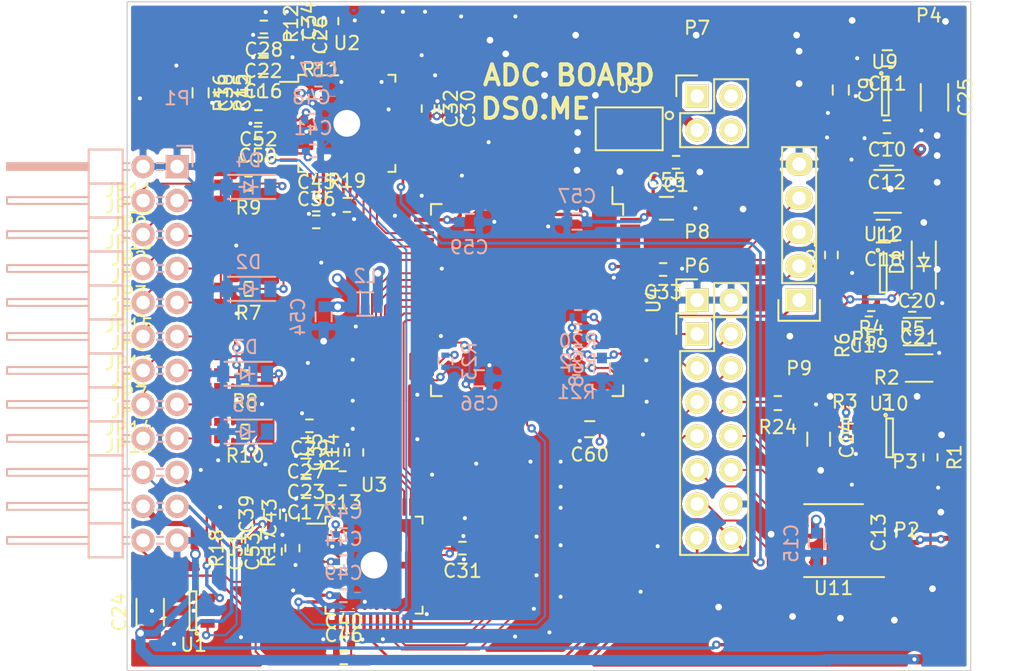
<source format=kicad_pcb>
(kicad_pcb (version 4) (host pcbnew "(2015-12-04 BZR 6347, Git 4c88040)-product")
  (layers (0 F.Cu signal) (1 In1.Cu signal) (2 In2.Cu signal) (31 B.Cu signal) (34 B.Paste user) (35 F.Paste user) (36 B.SilkS user) (37 F.SilkS user) (38 B.Mask user) (39 F.Mask user) (44 Edge.Cuts user))
  (net 0 "")
  (net 1 +5VA)
  (net 2 GND)
  (net 3 +5V)
  (net 4 "Net-(C10-Pad1)")
  (net 5 +3V3)
  (net 6 Vbias)
  (net 7 "Net-(C18-Pad1)")
  (net 8 "Net-(C18-Pad2)")
  (net 9 "Net-(C19-Pad1)")
  (net 10 "Net-(C19-Pad2)")
  (net 11 Vneg)
  (net 12 "Net-(D1-Pad1)")
  (net 13 Vmid)
  (net 14 /AMP_9)
  (net 15 /AMP_10)
  (net 16 /AMP_6)
  (net 17 /AMP_2)
  (net 18 /AMP_13)
  (net 19 /AMP_5)
  (net 20 /AMP_14)
  (net 21 /AMP_1)
  (net 22 /AMP_8)
  (net 23 /AMP_4)
  (net 24 /AMP_3)
  (net 25 /AMP_7)
  (net 26 /AMP_12)
  (net 27 /AMP_11)
  (net 28 /AMP_16)
  (net 29 /AMP_15)
  (net 30 "Net-(P2-Pad1)")
  (net 31 "Net-(P3-Pad1)")
  (net 32 /DAC_Din)
  (net 33 /DAC_SCLK)
  (net 34 /DAC_~SYNC)
  (net 35 REG_EN)
  (net 36 "Net-(R1-Pad1)")
  (net 37 Vbias_SET)
  (net 38 "Net-(R2-Pad1)")
  (net 39 /TEMPS)
  (net 40 /MON_5VA)
  (net 41 "Net-(C16-Pad1)")
  (net 42 "Net-(C17-Pad1)")
  (net 43 "Net-(C26-Pad1)")
  (net 44 "Net-(C27-Pad1)")
  (net 45 "Net-(C34-Pad1)")
  (net 46 "Net-(C35-Pad1)")
  (net 47 +3.3VADC)
  (net 48 /VCOM)
  (net 49 "Net-(C50-Pad1)")
  (net 50 "Net-(C51-Pad1)")
  (net 51 "Net-(C52-Pad1)")
  (net 52 "Net-(C53-Pad1)")
  (net 53 /FPGA/JTAG_TCK)
  (net 54 INA)
  (net 55 INB)
  (net 56 INC)
  (net 57 IND)
  (net 58 AMP_A)
  (net 59 AMP_B)
  (net 60 AMP_C)
  (net 61 AMP_D)
  (net 62 FPGA_~CS1)
  (net 63 FPGA_~CS0)
  (net 64 FPGA_MISO)
  (net 65 FPGA_SCK)
  (net 66 FPGA_CAPTD)
  (net 67 FPGA_CLR)
  (net 68 FPGA_TRIGD)
  (net 69 /FPGA/JTAG_TMS)
  (net 70 /FPGA/JTAG_TDI)
  (net 71 /FPGA/JTAG_TDO)
  (net 72 "Net-(R11-Pad1)")
  (net 73 "Net-(R13-Pad1)")
  (net 74 SLEEP)
  (net 75 /FPGA/JTAGENB)
  (net 76 /FPGA/INITN)
  (net 77 /FPGA/PROGRAMN)
  (net 78 /FPGA/SN)
  (net 79 SAMPLECK)
  (net 80 B_D9)
  (net 81 B_D8)
  (net 82 B_D7)
  (net 83 B_D6)
  (net 84 B_D5)
  (net 85 B_D4)
  (net 86 B_D3)
  (net 87 B_D2)
  (net 88 B_D1)
  (net 89 B_D0)
  (net 90 A_D0)
  (net 91 A_D1)
  (net 92 A_D2)
  (net 93 A_D3)
  (net 94 A_D4)
  (net 95 A_D5)
  (net 96 A_D6)
  (net 97 A_D7)
  (net 98 A_D8)
  (net 99 A_D9)
  (net 100 D_D9)
  (net 101 D_D8)
  (net 102 D_D7)
  (net 103 D_D6)
  (net 104 D_D5)
  (net 105 D_D4)
  (net 106 D_D3)
  (net 107 D_D2)
  (net 108 D_D1)
  (net 109 D_D0)
  (net 110 C_D0)
  (net 111 C_D1)
  (net 112 C_D2)
  (net 113 C_D3)
  (net 114 C_D4)
  (net 115 C_D5)
  (net 116 C_D6)
  (net 117 C_D7)
  (net 118 C_D8)
  (net 119 C_D9)
  (net 120 "Net-(U4-Pad1)")
  (net 121 "Net-(U4-Pad2)")
  (net 122 "Net-(U4-Pad4)")
  (net 123 "Net-(U4-Pad42)")
  (net 124 "Net-(U4-Pad43)")
  (net 125 "Net-(U4-Pad45)")
  (net 126 "Net-(U4-Pad47)")
  (net 127 "Net-(U4-Pad49)")
  (net 128 "Net-(U4-Pad64)")
  (net 129 "Net-(U4-Pad65)")
  (net 130 "Net-(U4-Pad76)")
  (net 131 "Net-(U4-Pad85)")
  (net 132 "Net-(U4-Pad86)")
  (net 133 "Net-(U4-Pad88)")
  (net 134 "Net-(U4-Pad89)")
  (net 135 "Net-(U4-Pad96)")
  (net 136 "Net-(U4-Pad97)")
  (net 137 "Net-(U4-Pad98)")
  (net 138 "Net-(U4-Pad99)")
  (net 139 "Net-(U11-Pad2)")
  (net 140 "Net-(U11-Pad7)")
  (net 141 "Net-(C38-Pad1)")
  (net 142 "Net-(U4-Pad66)")
  (net 143 "Net-(U4-Pad67)")
  (net 144 "Net-(U4-Pad68)")
  (net 145 "Net-(U4-Pad69)")
  (net 146 "Net-(U4-Pad70)")
  (net 147 /FPGA/CKIN)
  (net 148 "Net-(U5-Pad1)")
  (module Capacitors_SMD:C_0402 (layer F.Cu) (at 125.6 110.93 90)
    (fp_text reference C61 (at 0 -1.7 90) (layer F.SilkS))
    (fp_text value 18p)
    (pad 1 smd rect (at -0.55 0 90) (size 0.6 0.5) (layers F.Cu F.Paste F.Mask) (net 53 /FPGA/JTAG_TCK))
    (pad 2 smd rect (at 0.55 0 90) (size 0.6 0.5) (layers F.Cu F.Paste F.Mask) (net 2 GND))
  )
  (module Housings_SSOP:TSSOP-16_4.4x5mm_Pitch0.65mm (layer F.Cu) (at 125.76 132.28 180)
    (fp_text reference U11 (at 0 -3.55 180) (layer F.SilkS))
    (fp_text value DAC7564)
    (pad 1 smd rect (at -2.95 -2.275 180) (size 1.5 0.45) (layers F.Cu F.Paste F.Mask) (net 37 Vbias_SET))
    (pad 2 smd rect (at -2.95 -1.625 180) (size 1.5 0.45) (layers F.Cu F.Paste F.Mask) (net 139 "Net-(U11-Pad2)"))
    (pad 3 smd rect (at -2.95 -0.975 180) (size 1.5 0.45) (layers F.Cu F.Paste F.Mask) (net 30 "Net-(P2-Pad1)"))
    (pad 4 smd rect (at -2.95 -0.325 180) (size 1.5 0.45) (layers F.Cu F.Paste F.Mask) (net 1 +5VA))
    (pad 5 smd rect (at -2.95 0.325 180) (size 1.5 0.45) (layers F.Cu F.Paste F.Mask) (net 2 GND))
    (pad 6 smd rect (at -2.95 0.975 180) (size 1.5 0.45) (layers F.Cu F.Paste F.Mask) (net 2 GND))
    (pad 7 smd rect (at -2.95 1.625 180) (size 1.5 0.45) (layers F.Cu F.Paste F.Mask) (net 140 "Net-(U11-Pad7)"))
    (pad 8 smd rect (at -2.95 2.275 180) (size 1.5 0.45) (layers F.Cu F.Paste F.Mask) (net 31 "Net-(P3-Pad1)"))
    (pad 9 smd rect (at 2.95 2.275 180) (size 1.5 0.45) (layers F.Cu F.Paste F.Mask) (net 34 /DAC_~SYNC))
    (pad 10 smd rect (at 2.95 1.625 180) (size 1.5 0.45) (layers F.Cu F.Paste F.Mask) (net 33 /DAC_SCLK))
    (pad 11 smd rect (at 2.95 0.975 180) (size 1.5 0.45) (layers F.Cu F.Paste F.Mask) (net 32 /DAC_Din))
    (pad 12 smd rect (at 2.95 0.325 180) (size 1.5 0.45) (layers F.Cu F.Paste F.Mask) (net 5 +3V3))
    (pad 13 smd rect (at 2.95 -0.325 180) (size 1.5 0.45) (layers F.Cu F.Paste F.Mask) (net 2 GND))
    (pad 14 smd rect (at 2.95 -0.975 180) (size 1.5 0.45) (layers F.Cu F.Paste F.Mask) (net 2 GND))
    (pad 15 smd rect (at 2.95 -1.625 180) (size 1.5 0.45) (layers F.Cu F.Paste F.Mask) (net 2 GND))
    (pad 16 smd rect (at 2.95 -2.275 180) (size 1.5 0.45) (layers F.Cu F.Paste F.Mask) (net 2 GND))
  )
  (module "Custom Parts:LQFP-48_7x7mm_EP4x4" (layer F.Cu) (at 89.408 101.092)
    (fp_text reference U2 (at 0 -6) (layer F.SilkS))
    (fp_text value MAX1198)
    (pad 1 smd rect (at -4.35 -2.75) (size 1.3 0.25) (layers F.Cu F.Paste F.Mask) (net 141 "Net-(C38-Pad1)"))
    (pad 2 smd rect (at -4.35 -2.25) (size 1.3 0.25) (layers F.Cu F.Paste F.Mask) (net 47 +3.3VADC))
    (pad 3 smd rect (at -4.35 -1.75) (size 1.3 0.25) (layers F.Cu F.Paste F.Mask) (net 2 GND))
    (pad 4 smd rect (at -4.35 -1.25) (size 1.3 0.25) (layers F.Cu F.Paste F.Mask) (net 56 INC))
    (pad 5 smd rect (at -4.35 -0.75) (size 1.3 0.25) (layers F.Cu F.Paste F.Mask) (net 51 "Net-(C52-Pad1)"))
    (pad 6 smd rect (at -4.35 -0.25) (size 1.3 0.25) (layers F.Cu F.Paste F.Mask) (net 47 +3.3VADC))
    (pad 7 smd rect (at -4.35 0.25) (size 1.3 0.25) (layers F.Cu F.Paste F.Mask) (net 2 GND))
    (pad 8 smd rect (at -4.35 0.75) (size 1.3 0.25) (layers F.Cu F.Paste F.Mask) (net 49 "Net-(C50-Pad1)"))
    (pad 9 smd rect (at -4.35 1.25) (size 1.3 0.25) (layers F.Cu F.Paste F.Mask) (net 54 INA))
    (pad 10 smd rect (at -4.35 1.75) (size 1.3 0.25) (layers F.Cu F.Paste F.Mask) (net 2 GND))
    (pad 11 smd rect (at -4.35 2.25) (size 1.3 0.25) (layers F.Cu F.Paste F.Mask) (net 47 +3.3VADC))
    (pad 12 smd rect (at -4.35 2.75) (size 1.3 0.25) (layers F.Cu F.Paste F.Mask) (net 79 SAMPLECK))
    (pad 13 smd rect (at -2.75 4.35 90) (size 1.3 0.25) (layers F.Cu F.Paste F.Mask) (net 2 GND))
    (pad 14 smd rect (at -2.25 4.35 90) (size 1.3 0.25) (layers F.Cu F.Paste F.Mask) (net 47 +3.3VADC))
    (pad 15 smd rect (at -1.75 4.35 90) (size 1.3 0.25) (layers F.Cu F.Paste F.Mask) (net 47 +3.3VADC))
    (pad 16 smd rect (at -1.25 4.35 90) (size 1.3 0.25) (layers F.Cu F.Paste F.Mask) (net 2 GND))
    (pad 17 smd rect (at -0.75 4.35 90) (size 1.3 0.25) (layers F.Cu F.Paste F.Mask) (net 2 GND))
    (pad 18 smd rect (at -0.25 4.35 90) (size 1.3 0.25) (layers F.Cu F.Paste F.Mask) (net 74 SLEEP))
    (pad 19 smd rect (at 0.25 4.35 90) (size 1.3 0.25) (layers F.Cu F.Paste F.Mask) (net 2 GND))
    (pad 20 smd rect (at 0.75 4.35 90) (size 1.3 0.25) (layers F.Cu F.Paste F.Mask) (net 2 GND))
    (pad 21 smd rect (at 1.25 4.35 90) (size 1.3 0.25) (layers F.Cu F.Paste F.Mask) (net 80 B_D9))
    (pad 22 smd rect (at 1.75 4.35 90) (size 1.3 0.25) (layers F.Cu F.Paste F.Mask) (net 81 B_D8))
    (pad 23 smd rect (at 2.25 4.35 90) (size 1.3 0.25) (layers F.Cu F.Paste F.Mask) (net 82 B_D7))
    (pad 24 smd rect (at 2.75 4.35 90) (size 1.3 0.25) (layers F.Cu F.Paste F.Mask) (net 83 B_D6))
    (pad 25 smd rect (at 4.35 2.75) (size 1.3 0.25) (layers F.Cu F.Paste F.Mask) (net 84 B_D5))
    (pad 26 smd rect (at 4.35 2.25) (size 1.3 0.25) (layers F.Cu F.Paste F.Mask) (net 85 B_D4))
    (pad 27 smd rect (at 4.35 1.75) (size 1.3 0.25) (layers F.Cu F.Paste F.Mask) (net 86 B_D3))
    (pad 28 smd rect (at 4.35 1.25) (size 1.3 0.25) (layers F.Cu F.Paste F.Mask) (net 87 B_D2))
    (pad 29 smd rect (at 4.35 0.75) (size 1.3 0.25) (layers F.Cu F.Paste F.Mask) (net 88 B_D1))
    (pad 30 smd rect (at 4.35 0.25) (size 1.3 0.25) (layers F.Cu F.Paste F.Mask) (net 89 B_D0))
    (pad 31 smd rect (at 4.35 -0.25) (size 1.3 0.25) (layers F.Cu F.Paste F.Mask) (net 2 GND))
    (pad 32 smd rect (at 4.35 -0.75) (size 1.3 0.25) (layers F.Cu F.Paste F.Mask) (net 5 +3V3))
    (pad 33 smd rect (at 4.35 -1.25) (size 1.3 0.25) (layers F.Cu F.Paste F.Mask) (net 5 +3V3))
    (pad 34 smd rect (at 4.35 -1.75) (size 1.3 0.25) (layers F.Cu F.Paste F.Mask) (net 2 GND))
    (pad 35 smd rect (at 4.35 -2.25) (size 1.3 0.25) (layers F.Cu F.Paste F.Mask) (net 90 A_D0))
    (pad 36 smd rect (at 4.35 -2.75) (size 1.3 0.25) (layers F.Cu F.Paste F.Mask) (net 91 A_D1))
    (pad 37 smd rect (at 2.75 -4.35 90) (size 1.3 0.25) (layers F.Cu F.Paste F.Mask) (net 92 A_D2))
    (pad 38 smd rect (at 2.25 -4.35 90) (size 1.3 0.25) (layers F.Cu F.Paste F.Mask) (net 93 A_D3))
    (pad 39 smd rect (at 1.75 -4.35 90) (size 1.3 0.25) (layers F.Cu F.Paste F.Mask) (net 94 A_D4))
    (pad 40 smd rect (at 1.25 -4.35 90) (size 1.3 0.25) (layers F.Cu F.Paste F.Mask) (net 95 A_D5))
    (pad 41 smd rect (at 0.75 -4.35 90) (size 1.3 0.25) (layers F.Cu F.Paste F.Mask) (net 96 A_D6))
    (pad 42 smd rect (at 0.25 -4.35 90) (size 1.3 0.25) (layers F.Cu F.Paste F.Mask) (net 97 A_D7))
    (pad 43 smd rect (at -0.25 -4.35 90) (size 1.3 0.25) (layers F.Cu F.Paste F.Mask) (net 98 A_D8))
    (pad 44 smd rect (at -0.75 -4.35 90) (size 1.3 0.25) (layers F.Cu F.Paste F.Mask) (net 99 A_D9))
    (pad 45 smd rect (at -1.25 -4.35 90) (size 1.3 0.25) (layers F.Cu F.Paste F.Mask) (net 72 "Net-(R11-Pad1)"))
    (pad 46 smd rect (at -1.75 -4.35 90) (size 1.3 0.25) (layers F.Cu F.Paste F.Mask) (net 45 "Net-(C34-Pad1)"))
    (pad 47 smd rect (at -2.25 -4.35 90) (size 1.3 0.25) (layers F.Cu F.Paste F.Mask) (net 43 "Net-(C26-Pad1)"))
    (pad 48 smd rect (at -2.75 -4.35 90) (size 1.3 0.25) (layers F.Cu F.Paste F.Mask) (net 41 "Net-(C16-Pad1)"))
    (pad 49 smd rect (at 0 0) (size 4 4) (layers F.Cu F.Paste F.Mask) (net 2 GND))
  )
  (module Capacitors_SMD:C_0603 (layer F.Cu) (at 126.3 98.6 270)
    (fp_text reference C9 (at 0 -1.9 270) (layer F.SilkS))
    (fp_text value 1u)
    (pad 1 smd rect (at -0.75 0 270) (size 0.8 0.75) (layers F.Cu F.Paste F.Mask) (net 3 +5V))
    (pad 2 smd rect (at 0.75 0 270) (size 0.8 0.75) (layers F.Cu F.Paste F.Mask) (net 2 GND))
  )
  (module Capacitors_SMD:C_0402 (layer F.Cu) (at 129.75 101.35 180)
    (fp_text reference C10 (at 0 -1.7 180) (layer F.SilkS))
    (fp_text value 10n)
    (pad 1 smd rect (at -0.55 0 180) (size 0.6 0.5) (layers F.Cu F.Paste F.Mask) (net 4 "Net-(C10-Pad1)"))
    (pad 2 smd rect (at 0.55 0 180) (size 0.6 0.5) (layers F.Cu F.Paste F.Mask) (net 2 GND))
  )
  (module Capacitors_SMD:C_0603 (layer F.Cu) (at 129.775 96.225 180)
    (fp_text reference C11 (at 0 -1.9 180) (layer F.SilkS))
    (fp_text value 1u)
    (pad 1 smd rect (at -0.75 0 180) (size 0.8 0.75) (layers F.Cu F.Paste F.Mask) (net 1 +5VA))
    (pad 2 smd rect (at 0.75 0 180) (size 0.8 0.75) (layers F.Cu F.Paste F.Mask) (net 2 GND))
  )
  (module Capacitors_SMD:C_0805 (layer F.Cu) (at 129.725 103.4 180)
    (fp_text reference C12 (at 0 -2.1 180) (layer F.SilkS))
    (fp_text value 4.7u)
    (pad 1 smd rect (at -1 0 180) (size 1 1.25) (layers F.Cu F.Paste F.Mask) (net 5 +3V3))
    (pad 2 smd rect (at 1 0 180) (size 1 1.25) (layers F.Cu F.Paste F.Mask) (net 2 GND))
  )
  (module Capacitors_SMD:C_0603 (layer F.Cu) (at 131.03 131.67 90)
    (fp_text reference C13 (at 0 -1.9 90) (layer F.SilkS))
    (fp_text value 1u)
    (pad 1 smd rect (at -0.75 0 90) (size 0.8 0.75) (layers F.Cu F.Paste F.Mask) (net 1 +5VA))
    (pad 2 smd rect (at 0.75 0 90) (size 0.8 0.75) (layers F.Cu F.Paste F.Mask) (net 2 GND))
  )
  (module Capacitors_SMD:C_0805 (layer F.Cu) (at 124.65 124.7 270)
    (fp_text reference C14 (at 0 -2.1 270) (layer F.SilkS))
    (fp_text value 0.1u)
    (pad 1 smd rect (at -1 0 270) (size 1 1.25) (layers F.Cu F.Paste F.Mask) (net 6 Vbias))
    (pad 2 smd rect (at 1 0 270) (size 1 1.25) (layers F.Cu F.Paste F.Mask) (net 2 GND))
  )
  (module Capacitors_SMD:C_0603 (layer B.Cu) (at 124.51 132.48 270)
    (fp_text reference C15 (at 0 1.9 270) (layer B.SilkS) (effects (justify mirror)))
    (fp_text value 1u)
    (pad 1 smd rect (at -0.75 0 270) (size 0.8 0.75) (layers B.Cu B.Paste B.Mask) (net 5 +3V3))
    (pad 2 smd rect (at 0.75 0 270) (size 0.8 0.75) (layers B.Cu B.Paste B.Mask) (net 2 GND))
  )
  (module Capacitors_SMD:C_0603 (layer F.Cu) (at 83.16 96.79 180)
    (fp_text reference C16 (at 0 -1.9 180) (layer F.SilkS))
    (fp_text value 2.2u)
    (pad 1 smd rect (at -0.75 0 180) (size 0.8 0.75) (layers F.Cu F.Paste F.Mask) (net 41 "Net-(C16-Pad1)"))
    (pad 2 smd rect (at 0.75 0 180) (size 0.8 0.75) (layers F.Cu F.Paste F.Mask) (net 2 GND))
  )
  (module Capacitors_SMD:C_0603 (layer F.Cu) (at 86.36 128.27 180)
    (fp_text reference C17 (at 0 -1.9 180) (layer F.SilkS))
    (fp_text value 2.2u)
    (pad 1 smd rect (at -0.75 0 180) (size 0.8 0.75) (layers F.Cu F.Paste F.Mask) (net 42 "Net-(C17-Pad1)"))
    (pad 2 smd rect (at 0.75 0 180) (size 0.8 0.75) (layers F.Cu F.Paste F.Mask) (net 2 GND))
  )
  (module Capacitors_SMD:C_0805 (layer F.Cu) (at 129.475 109.15 180)
    (fp_text reference C18 (at 0 -2.1 180) (layer F.SilkS))
    (fp_text value 0.1u)
    (pad 1 smd rect (at -1 0 180) (size 1 1.25) (layers F.Cu F.Paste F.Mask) (net 7 "Net-(C18-Pad1)"))
    (pad 2 smd rect (at 1 0 180) (size 1 1.25) (layers F.Cu F.Paste F.Mask) (net 8 "Net-(C18-Pad2)"))
  )
  (module Capacitors_SMD:C_0402 (layer F.Cu) (at 128.4 116 180)
    (fp_text reference C19 (at 0 -1.7 180) (layer F.SilkS))
    (fp_text value 5p)
    (pad 1 smd rect (at -0.55 0 180) (size 0.6 0.5) (layers F.Cu F.Paste F.Mask) (net 9 "Net-(C19-Pad1)"))
    (pad 2 smd rect (at 0.55 0 180) (size 0.6 0.5) (layers F.Cu F.Paste F.Mask) (net 10 "Net-(C19-Pad2)"))
  )
  (module Capacitors_SMD:C_1206 (layer F.Cu) (at 131.99 116.66)
    (fp_text reference C20 (at 0 -2.3) (layer F.SilkS))
    (fp_text value 1u)
    (pad 1 smd rect (at -1.5 0) (size 1 1.6) (layers F.Cu F.Paste F.Mask) (net 9 "Net-(C19-Pad1)"))
    (pad 2 smd rect (at 1.5 0) (size 1 1.6) (layers F.Cu F.Paste F.Mask) (net 2 GND))
  )
  (module Capacitors_SMD:C_1206 (layer F.Cu) (at 132.152 119.38)
    (fp_text reference C21 (at 0 -2.3) (layer F.SilkS))
    (fp_text value 1u)
    (pad 1 smd rect (at -1.5 0) (size 1 1.6) (layers F.Cu F.Paste F.Mask) (net 11 Vneg))
    (pad 2 smd rect (at 1.5 0) (size 1 1.6) (layers F.Cu F.Paste F.Mask) (net 2 GND))
  )
  (module Capacitors_SMD:C_0603 (layer F.Cu) (at 83.16 95.28 180)
    (fp_text reference C22 (at 0 -1.9 180) (layer F.SilkS))
    (fp_text value 0.1u)
    (pad 1 smd rect (at -0.75 0 180) (size 0.8 0.75) (layers F.Cu F.Paste F.Mask) (net 41 "Net-(C16-Pad1)"))
    (pad 2 smd rect (at 0.75 0 180) (size 0.8 0.75) (layers F.Cu F.Paste F.Mask) (net 2 GND))
  )
  (module Capacitors_SMD:C_0603 (layer F.Cu) (at 86.36 126.746 180)
    (fp_text reference C23 (at 0 -1.9 180) (layer F.SilkS))
    (fp_text value 0.1u)
    (pad 1 smd rect (at -0.75 0 180) (size 0.8 0.75) (layers F.Cu F.Paste F.Mask) (net 42 "Net-(C17-Pad1)"))
    (pad 2 smd rect (at 0.75 0 180) (size 0.8 0.75) (layers F.Cu F.Paste F.Mask) (net 2 GND))
  )
  (module Capacitors_SMD:C_1206 (layer F.Cu) (at 74.725 137.625 90)
    (fp_text reference C24 (at 0 -2.3 90) (layer F.SilkS))
    (fp_text value 22u)
    (pad 1 smd rect (at -1.5 0 90) (size 1 1.6) (layers F.Cu F.Paste F.Mask) (net 1 +5VA))
    (pad 2 smd rect (at 1.5 0 90) (size 1 1.6) (layers F.Cu F.Paste F.Mask) (net 2 GND))
  )
  (module Capacitors_SMD:C_1206 (layer F.Cu) (at 133.3 99.15 270)
    (fp_text reference C25 (at 0 -2.3 270) (layer F.SilkS))
    (fp_text value 22u)
    (pad 1 smd rect (at -1.5 0 270) (size 1 1.6) (layers F.Cu F.Paste F.Mask) (net 1 +5VA))
    (pad 2 smd rect (at 1.5 0 270) (size 1 1.6) (layers F.Cu F.Paste F.Mask) (net 2 GND))
  )
  (module Capacitors_SMD:C_0603 (layer F.Cu) (at 85.525 94.5 270)
    (fp_text reference C26 (at 0 -1.9 270) (layer F.SilkS))
    (fp_text value 2.2u)
    (pad 1 smd rect (at -0.75 0 270) (size 0.8 0.75) (layers F.Cu F.Paste F.Mask) (net 43 "Net-(C26-Pad1)"))
    (pad 2 smd rect (at 0.75 0 270) (size 0.8 0.75) (layers F.Cu F.Paste F.Mask) (net 2 GND))
  )
  (module Capacitors_SMD:C_0603 (layer F.Cu) (at 86.36 125.222 180)
    (fp_text reference C27 (at 0 -1.9 180) (layer F.SilkS))
    (fp_text value 2.2u)
    (pad 1 smd rect (at -0.75 0 180) (size 0.8 0.75) (layers F.Cu F.Paste F.Mask) (net 44 "Net-(C27-Pad1)"))
    (pad 2 smd rect (at 0.75 0 180) (size 0.8 0.75) (layers F.Cu F.Paste F.Mask) (net 2 GND))
  )
  (module Capacitors_SMD:C_0402 (layer F.Cu) (at 83.21 93.89 180)
    (fp_text reference C28 (at 0 -1.7 180) (layer F.SilkS))
    (fp_text value 0.1u)
    (pad 1 smd rect (at -0.55 0 180) (size 0.6 0.5) (layers F.Cu F.Paste F.Mask) (net 43 "Net-(C26-Pad1)"))
    (pad 2 smd rect (at 0.55 0 180) (size 0.6 0.5) (layers F.Cu F.Paste F.Mask) (net 2 GND))
  )
  (module Capacitors_SMD:C_0402 (layer F.Cu) (at 86.614 123.698 180)
    (fp_text reference C29 (at 0 -1.7 180) (layer F.SilkS))
    (fp_text value 0.1u)
    (pad 1 smd rect (at -0.55 0 180) (size 0.6 0.5) (layers F.Cu F.Paste F.Mask) (net 44 "Net-(C27-Pad1)"))
    (pad 2 smd rect (at 0.55 0 180) (size 0.6 0.5) (layers F.Cu F.Paste F.Mask) (net 2 GND))
  )
  (module Capacitors_SMD:C_0402 (layer F.Cu) (at 96.77 99.99 270)
    (fp_text reference C30 (at 0 -1.7 270) (layer F.SilkS))
    (fp_text value 0.1u)
    (pad 1 smd rect (at -0.55 0 270) (size 0.6 0.5) (layers F.Cu F.Paste F.Mask) (net 2 GND))
    (pad 2 smd rect (at 0.55 0 270) (size 0.6 0.5) (layers F.Cu F.Paste F.Mask) (net 5 +3V3))
  )
  (module Capacitors_SMD:C_0402 (layer F.Cu) (at 98.044 132.842 180)
    (fp_text reference C31 (at 0 -1.7 180) (layer F.SilkS))
    (fp_text value 0.1u)
    (pad 1 smd rect (at -0.55 0 180) (size 0.6 0.5) (layers F.Cu F.Paste F.Mask) (net 2 GND))
    (pad 2 smd rect (at 0.55 0 180) (size 0.6 0.5) (layers F.Cu F.Paste F.Mask) (net 5 +3V3))
  )
  (module Capacitors_SMD:C_0402 (layer F.Cu) (at 95.48 99.99 270)
    (fp_text reference C32 (at 0 -1.7 270) (layer F.SilkS))
    (fp_text value 0.1u)
    (pad 1 smd rect (at -0.55 0 270) (size 0.6 0.5) (layers F.Cu F.Paste F.Mask) (net 2 GND))
    (pad 2 smd rect (at 0.55 0 270) (size 0.6 0.5) (layers F.Cu F.Paste F.Mask) (net 5 +3V3))
  )
  (module Capacitors_SMD:C_0402 (layer F.Cu) (at 113.03 112.014 180)
    (fp_text reference C33 (at 0 -1.7 180) (layer F.SilkS))
    (fp_text value 0.1u)
    (pad 1 smd rect (at -0.55 0 180) (size 0.6 0.5) (layers F.Cu F.Paste F.Mask) (net 2 GND))
    (pad 2 smd rect (at 0.55 0 180) (size 0.6 0.5) (layers F.Cu F.Paste F.Mask) (net 5 +3V3))
  )
  (module Capacitors_SMD:C_0402 (layer F.Cu) (at 88.3 93.45 90)
    (fp_text reference C34 (at 0 -1.7 90) (layer F.SilkS))
    (fp_text value 10n)
    (pad 1 smd rect (at -0.55 0 90) (size 0.6 0.5) (layers F.Cu F.Paste F.Mask) (net 45 "Net-(C34-Pad1)"))
    (pad 2 smd rect (at 0.55 0 90) (size 0.6 0.5) (layers F.Cu F.Paste F.Mask) (net 2 GND))
  )
  (module Capacitors_SMD:C_0402 (layer F.Cu) (at 88.76 125.67 90)
    (fp_text reference C35 (at 0 -1.7 90) (layer F.SilkS))
    (fp_text value 10n)
    (pad 1 smd rect (at -0.55 0 90) (size 0.6 0.5) (layers F.Cu F.Paste F.Mask) (net 46 "Net-(C35-Pad1)"))
    (pad 2 smd rect (at 0.55 0 90) (size 0.6 0.5) (layers F.Cu F.Paste F.Mask) (net 2 GND))
  )
  (module Capacitors_SMD:C_0402 (layer F.Cu) (at 87.122 108.458)
    (fp_text reference C36 (at 0 -1.7) (layer F.SilkS))
    (fp_text value 0.1u)
    (pad 1 smd rect (at -0.55 0) (size 0.6 0.5) (layers F.Cu F.Paste F.Mask) (net 2 GND))
    (pad 2 smd rect (at 0.55 0) (size 0.6 0.5) (layers F.Cu F.Paste F.Mask) (net 47 +3.3VADC))
  )
  (module Capacitors_SMD:C_0402 (layer B.Cu) (at 87.29 98.81 180)
    (fp_text reference C37 (at 0 1.7 180) (layer B.SilkS) (effects (justify mirror)))
    (fp_text value 0.1u)
    (pad 1 smd rect (at -0.55 0 180) (size 0.6 0.5) (layers B.Cu B.Paste B.Mask) (net 2 GND))
    (pad 2 smd rect (at 0.55 0 180) (size 0.6 0.5) (layers B.Cu B.Paste B.Mask) (net 47 +3.3VADC))
  )
  (module Capacitors_SMD:C_0603 (layer F.Cu) (at 78.486 98.806 270)
    (fp_text reference C38 (at 0 -1.9 270) (layer F.SilkS))
    (fp_text value 2.2u)
    (pad 1 smd rect (at -0.75 0 270) (size 0.8 0.75) (layers F.Cu F.Paste F.Mask) (net 141 "Net-(C38-Pad1)"))
    (pad 2 smd rect (at 0.75 0 270) (size 0.8 0.75) (layers F.Cu F.Paste F.Mask) (net 2 GND))
  )
  (module Capacitors_SMD:C_0603 (layer F.Cu) (at 83.82 130.302 90)
    (fp_text reference C39 (at 0 -1.9 90) (layer F.SilkS))
    (fp_text value 2.2u)
    (pad 1 smd rect (at -0.75 0 90) (size 0.8 0.75) (layers F.Cu F.Paste F.Mask) (net 48 /VCOM))
    (pad 2 smd rect (at 0.75 0 90) (size 0.8 0.75) (layers F.Cu F.Paste F.Mask) (net 2 GND))
  )
  (module Capacitors_SMD:C_0402 (layer F.Cu) (at 89.175 140)
    (fp_text reference C40 (at 0 -1.7) (layer F.SilkS))
    (fp_text value 0.1u)
    (pad 1 smd rect (at -0.55 0) (size 0.6 0.5) (layers F.Cu F.Paste F.Mask) (net 2 GND))
    (pad 2 smd rect (at 0.55 0) (size 0.6 0.5) (layers F.Cu F.Paste F.Mask) (net 47 +3.3VADC))
  )
  (module Capacitors_SMD:C_0402 (layer B.Cu) (at 86.9 103.15 180)
    (fp_text reference C41 (at 0 1.7 180) (layer B.SilkS) (effects (justify mirror)))
    (fp_text value 0.1u)
    (pad 1 smd rect (at -0.55 0 180) (size 0.6 0.5) (layers B.Cu B.Paste B.Mask) (net 2 GND))
    (pad 2 smd rect (at 0.55 0 180) (size 0.6 0.5) (layers B.Cu B.Paste B.Mask) (net 47 +3.3VADC))
  )
  (module Capacitors_SMD:C_0402 (layer F.Cu) (at 80.01 98.806 270)
    (fp_text reference C42 (at 0 -1.7 270) (layer F.SilkS))
    (fp_text value 0.1u)
    (pad 1 smd rect (at -0.55 0 270) (size 0.6 0.5) (layers F.Cu F.Paste F.Mask) (net 141 "Net-(C38-Pad1)"))
    (pad 2 smd rect (at 0.55 0 270) (size 0.6 0.5) (layers F.Cu F.Paste F.Mask) (net 2 GND))
  )
  (module Capacitors_SMD:C_0402 (layer F.Cu) (at 85.344 130.556 90)
    (fp_text reference C43 (at 0 -1.7 90) (layer F.SilkS))
    (fp_text value 0.1u)
    (pad 1 smd rect (at -0.55 0 90) (size 0.6 0.5) (layers F.Cu F.Paste F.Mask) (net 48 /VCOM))
    (pad 2 smd rect (at 0.55 0 90) (size 0.6 0.5) (layers F.Cu F.Paste F.Mask) (net 2 GND))
  )
  (module Capacitors_SMD:C_0402 (layer B.Cu) (at 89.154 133.858 180)
    (fp_text reference C44 (at 0 1.7 180) (layer B.SilkS) (effects (justify mirror)))
    (fp_text value 0.1u)
    (pad 1 smd rect (at -0.55 0 180) (size 0.6 0.5) (layers B.Cu B.Paste B.Mask) (net 2 GND))
    (pad 2 smd rect (at 0.55 0 180) (size 0.6 0.5) (layers B.Cu B.Paste B.Mask) (net 47 +3.3VADC))
  )
  (module Capacitors_SMD:C_0402 (layer F.Cu) (at 87.122 107.188)
    (fp_text reference C45 (at 0 -1.7) (layer F.SilkS))
    (fp_text value 0.1u)
    (pad 1 smd rect (at -0.55 0) (size 0.6 0.5) (layers F.Cu F.Paste F.Mask) (net 2 GND))
    (pad 2 smd rect (at 0.55 0) (size 0.6 0.5) (layers F.Cu F.Paste F.Mask) (net 47 +3.3VADC))
  )
  (module Capacitors_SMD:C_0402 (layer F.Cu) (at 89.18 141.04)
    (fp_text reference C46 (at 0 -1.7) (layer F.SilkS))
    (fp_text value 0.1u)
    (pad 1 smd rect (at -0.55 0) (size 0.6 0.5) (layers F.Cu F.Paste F.Mask) (net 2 GND))
    (pad 2 smd rect (at 0.55 0) (size 0.6 0.5) (layers F.Cu F.Paste F.Mask) (net 47 +3.3VADC))
  )
  (module Capacitors_SMD:C_0402 (layer B.Cu) (at 89.154 131.826 180)
    (fp_text reference C47 (at 0 1.7 180) (layer B.SilkS) (effects (justify mirror)))
    (fp_text value 0.1u)
    (pad 1 smd rect (at -0.55 0 180) (size 0.6 0.5) (layers B.Cu B.Paste B.Mask) (net 2 GND))
    (pad 2 smd rect (at 0.55 0 180) (size 0.6 0.5) (layers B.Cu B.Paste B.Mask) (net 47 +3.3VADC))
  )
  (module Capacitors_SMD:C_0402 (layer B.Cu) (at 86.775 100.85 180)
    (fp_text reference C48 (at 0 1.7 180) (layer B.SilkS) (effects (justify mirror)))
    (fp_text value 0.1u)
    (pad 1 smd rect (at -0.55 0 180) (size 0.6 0.5) (layers B.Cu B.Paste B.Mask) (net 2 GND))
    (pad 2 smd rect (at 0.55 0 180) (size 0.6 0.5) (layers B.Cu B.Paste B.Mask) (net 47 +3.3VADC))
  )
  (module Capacitors_SMD:C_0402 (layer B.Cu) (at 89.154 136.398 180)
    (fp_text reference C49 (at 0 1.7 180) (layer B.SilkS) (effects (justify mirror)))
    (fp_text value 0.1u)
    (pad 1 smd rect (at -0.55 0 180) (size 0.6 0.5) (layers B.Cu B.Paste B.Mask) (net 2 GND))
    (pad 2 smd rect (at 0.55 0 180) (size 0.6 0.5) (layers B.Cu B.Paste B.Mask) (net 47 +3.3VADC))
  )
  (module Capacitors_SMD:C_0402 (layer F.Cu) (at 82.76 101.81 180)
    (fp_text reference C50 (at 0 -1.7 180) (layer F.SilkS))
    (fp_text value 22p)
    (pad 1 smd rect (at -0.55 0 180) (size 0.6 0.5) (layers F.Cu F.Paste F.Mask) (net 49 "Net-(C50-Pad1)"))
    (pad 2 smd rect (at 0.55 0 180) (size 0.6 0.5) (layers F.Cu F.Paste F.Mask) (net 2 GND))
  )
  (module Capacitors_SMD:C_0402 (layer F.Cu) (at 82.804 133.096 90)
    (fp_text reference C51 (at 0 -1.7 90) (layer F.SilkS))
    (fp_text value 22p)
    (pad 1 smd rect (at -0.55 0 90) (size 0.6 0.5) (layers F.Cu F.Paste F.Mask) (net 50 "Net-(C51-Pad1)"))
    (pad 2 smd rect (at 0.55 0 90) (size 0.6 0.5) (layers F.Cu F.Paste F.Mask) (net 2 GND))
  )
  (module Capacitors_SMD:C_0402 (layer F.Cu) (at 82.804 100.584 180)
    (fp_text reference C52 (at 0 -1.7 180) (layer F.SilkS))
    (fp_text value 22p)
    (pad 1 smd rect (at -0.55 0 180) (size 0.6 0.5) (layers F.Cu F.Paste F.Mask) (net 51 "Net-(C52-Pad1)"))
    (pad 2 smd rect (at 0.55 0 180) (size 0.6 0.5) (layers F.Cu F.Paste F.Mask) (net 2 GND))
  )
  (module Capacitors_SMD:C_0402 (layer F.Cu) (at 84.074 133.096 90)
    (fp_text reference C53 (at 0 -1.7 90) (layer F.SilkS))
    (fp_text value 22p)
    (pad 1 smd rect (at -0.55 0 90) (size 0.6 0.5) (layers F.Cu F.Paste F.Mask) (net 52 "Net-(C53-Pad1)"))
    (pad 2 smd rect (at 0.55 0 90) (size 0.6 0.5) (layers F.Cu F.Paste F.Mask) (net 2 GND))
  )
  (module Capacitors_SMD:C_0603 (layer B.Cu) (at 87.675 115.55 270)
    (fp_text reference C54 (at 0 1.9 270) (layer B.SilkS) (effects (justify mirror)))
    (fp_text value 2.2u)
    (pad 1 smd rect (at -0.75 0 270) (size 0.8 0.75) (layers B.Cu B.Paste B.Mask) (net 47 +3.3VADC))
    (pad 2 smd rect (at 0.75 0 270) (size 0.8 0.75) (layers B.Cu B.Paste B.Mask) (net 2 GND))
  )
  (module Capacitors_SMD:C_0805 (layer F.Cu) (at 113.284 107.442)
    (fp_text reference C55 (at 0 -2.1) (layer F.SilkS))
    (fp_text value 10u)
    (pad 1 smd rect (at -1 0) (size 1 1.25) (layers F.Cu F.Paste F.Mask) (net 5 +3V3))
    (pad 2 smd rect (at 1 0) (size 1 1.25) (layers F.Cu F.Paste F.Mask) (net 2 GND))
  )
  (module Capacitors_SMD:C_0603 (layer B.Cu) (at 99.314 120.142)
    (fp_text reference C56 (at 0 1.9) (layer B.SilkS) (effects (justify mirror)))
    (fp_text value 1u)
    (pad 1 smd rect (at -0.75 0) (size 0.8 0.75) (layers B.Cu B.Paste B.Mask) (net 5 +3V3))
    (pad 2 smd rect (at 0.75 0) (size 0.8 0.75) (layers B.Cu B.Paste B.Mask) (net 2 GND))
  )
  (module Capacitors_SMD:C_0603 (layer B.Cu) (at 106.6 108.44 180)
    (fp_text reference C57 (at 0 1.9 180) (layer B.SilkS) (effects (justify mirror)))
    (fp_text value 1u)
    (pad 1 smd rect (at -0.75 0 180) (size 0.8 0.75) (layers B.Cu B.Paste B.Mask) (net 5 +3V3))
    (pad 2 smd rect (at 0.75 0 180) (size 0.8 0.75) (layers B.Cu B.Paste B.Mask) (net 2 GND))
  )
  (module Capacitors_SMD:C_0603 (layer B.Cu) (at 108.458 119.38 270)
    (fp_text reference C58 (at 0 1.9 270) (layer B.SilkS) (effects (justify mirror)))
    (fp_text value 1u)
    (pad 1 smd rect (at -0.75 0 270) (size 0.8 0.75) (layers B.Cu B.Paste B.Mask) (net 5 +3V3))
    (pad 2 smd rect (at 0.75 0 270) (size 0.8 0.75) (layers B.Cu B.Paste B.Mask) (net 2 GND))
  )
  (module Capacitors_SMD:C_0603 (layer B.Cu) (at 98.552 108.458)
    (fp_text reference C59 (at 0 1.9) (layer B.SilkS) (effects (justify mirror)))
    (fp_text value 1u)
    (pad 1 smd rect (at -0.75 0) (size 0.8 0.75) (layers B.Cu B.Paste B.Mask) (net 5 +3V3))
    (pad 2 smd rect (at 0.75 0) (size 0.8 0.75) (layers B.Cu B.Paste B.Mask) (net 2 GND))
  )
  (module Capacitors_SMD:C_0603 (layer F.Cu) (at 107.55 123.95 180)
    (fp_text reference C60 (at 0 -1.9 180) (layer F.SilkS))
    (fp_text value 1u)
    (pad 1 smd rect (at -0.75 0 180) (size 0.8 0.75) (layers F.Cu F.Paste F.Mask) (net 5 +3V3))
    (pad 2 smd rect (at 0.75 0 180) (size 0.8 0.75) (layers F.Cu F.Paste F.Mask) (net 2 GND))
  )
  (module Diodes_SMD:SOD-123 (layer F.Cu) (at 132.5 111.45 90)
    (fp_text reference D1 (at 0 -2 90) (layer F.SilkS))
    (fp_text value MBR0540)
    (pad 1 smd rect (at -1.635 0 90) (size 0.91 1.22) (layers F.Cu F.Paste F.Mask) (net 12 "Net-(D1-Pad1)"))
    (pad 2 smd rect (at 1.635 0 90) (size 0.91 1.22) (layers F.Cu F.Paste F.Mask) (net 7 "Net-(C18-Pad1)"))
  )
  (module Diodes_SMD:SOD-123 (layer B.Cu) (at 82.064 113.464 180)
    (fp_text reference D2 (at 0 2 180) (layer B.SilkS) (effects (justify mirror)))
    (fp_text value 3V3)
    (pad 1 smd rect (at -1.635 0 180) (size 0.91 1.22) (layers B.Cu B.Paste B.Mask) (net 54 INA))
    (pad 2 smd rect (at 1.635 0 180) (size 0.91 1.22) (layers B.Cu B.Paste B.Mask) (net 2 GND))
  )
  (module Diodes_SMD:SOD-123 (layer B.Cu) (at 81.81 119.814 180)
    (fp_text reference D3 (at 0 2 180) (layer B.SilkS) (effects (justify mirror)))
    (fp_text value 3V3)
    (pad 1 smd rect (at -1.635 0 180) (size 0.91 1.22) (layers B.Cu B.Paste B.Mask) (net 55 INB))
    (pad 2 smd rect (at 1.635 0 180) (size 0.91 1.22) (layers B.Cu B.Paste B.Mask) (net 2 GND))
  )
  (module Diodes_SMD:SOD-123 (layer B.Cu) (at 82.064 105.844 180)
    (fp_text reference D4 (at 0 2 180) (layer B.SilkS) (effects (justify mirror)))
    (fp_text value 3V3)
    (pad 1 smd rect (at -1.635 0 180) (size 0.91 1.22) (layers B.Cu B.Paste B.Mask) (net 56 INC))
    (pad 2 smd rect (at 1.635 0 180) (size 0.91 1.22) (layers B.Cu B.Paste B.Mask) (net 2 GND))
  )
  (module Diodes_SMD:SOD-123 (layer B.Cu) (at 81.81 124.132 180)
    (fp_text reference D5 (at 0 2 180) (layer B.SilkS) (effects (justify mirror)))
    (fp_text value 3V3)
    (pad 1 smd rect (at -1.635 0 180) (size 0.91 1.22) (layers B.Cu B.Paste B.Mask) (net 57 IND))
    (pad 2 smd rect (at 1.635 0 180) (size 0.91 1.22) (layers B.Cu B.Paste B.Mask) (net 2 GND))
  )
  (module Inductors_NEOSID:Neosid_Inductor_SM-NE45_SMD1812 (layer F.Cu) (at 129.8 106.175 180)
    (fp_text reference L1 (at 0 -3.2512 180) (layer F.SilkS))
    (fp_text value 10u)
    (pad 1 smd rect (at -2.25044 0 180) (size 1.50114 2.79908) (layers F.Cu F.Paste F.Mask) (net 5 +3V3))
    (pad 2 smd rect (at 2.25044 0 180) (size 1.50114 2.79908) (layers F.Cu F.Paste F.Mask) (net 8 "Net-(C18-Pad2)"))
  )
  (module Resistors_SMD:R_0805 (layer B.Cu) (at 90.775 114.6 180)
    (fp_text reference L2 (at 0 2.1 180) (layer B.SilkS) (effects (justify mirror)))
    (fp_text value FERRITE)
    (pad 1 smd rect (at -0.95 0 180) (size 0.7 1.3) (layers B.Cu B.Paste B.Mask) (net 5 +3V3))
    (pad 2 smd rect (at 0.95 0 180) (size 0.7 1.3) (layers B.Cu B.Paste B.Mask) (net 47 +3.3VADC))
  )
  (module Pin_Headers:Pin_Header_Angled_2x12 (layer B.Cu) (at 76.73 104.32 180)
    (fp_text reference P1 (at 0 5.1 180) (layer B.SilkS) (effects (justify mirror)))
    (fp_text value CONN_02X12)
    (pad 1 thru_hole rect (at 0 0 180) (size 1.7272 1.7272) (drill 1.016) (layers *.Cu *.Mask B.SilkS) (net 2 GND))
    (pad 2 thru_hole oval (at 2.54 0 180) (size 1.7272 1.7272) (drill 1.016) (layers *.Cu *.Mask B.SilkS) (net 2 GND))
    (pad 3 thru_hole oval (at 0 -2.54 180) (size 1.7272 1.7272) (drill 1.016) (layers *.Cu *.Mask B.SilkS) (net 29 /AMP_15))
    (pad 4 thru_hole oval (at 2.54 -2.54 180) (size 1.7272 1.7272) (drill 1.016) (layers *.Cu *.Mask B.SilkS) (net 28 /AMP_16))
    (pad 5 thru_hole oval (at 0 -5.08 180) (size 1.7272 1.7272) (drill 1.016) (layers *.Cu *.Mask B.SilkS) (net 27 /AMP_11))
    (pad 6 thru_hole oval (at 2.54 -5.08 180) (size 1.7272 1.7272) (drill 1.016) (layers *.Cu *.Mask B.SilkS) (net 26 /AMP_12))
    (pad 7 thru_hole oval (at 0 -7.62 180) (size 1.7272 1.7272) (drill 1.016) (layers *.Cu *.Mask B.SilkS) (net 25 /AMP_7))
    (pad 8 thru_hole oval (at 2.54 -7.62 180) (size 1.7272 1.7272) (drill 1.016) (layers *.Cu *.Mask B.SilkS) (net 24 /AMP_3))
    (pad 9 thru_hole oval (at 0 -10.16 180) (size 1.7272 1.7272) (drill 1.016) (layers *.Cu *.Mask B.SilkS) (net 23 /AMP_4))
    (pad 10 thru_hole oval (at 2.54 -10.16 180) (size 1.7272 1.7272) (drill 1.016) (layers *.Cu *.Mask B.SilkS) (net 22 /AMP_8))
    (pad 11 thru_hole oval (at 0 -12.7 180) (size 1.7272 1.7272) (drill 1.016) (layers *.Cu *.Mask B.SilkS) (net 21 /AMP_1))
    (pad 12 thru_hole oval (at 2.54 -12.7 180) (size 1.7272 1.7272) (drill 1.016) (layers *.Cu *.Mask B.SilkS) (net 20 /AMP_14))
    (pad 13 thru_hole oval (at 0 -15.24 180) (size 1.7272 1.7272) (drill 1.016) (layers *.Cu *.Mask B.SilkS) (net 19 /AMP_5))
    (pad 14 thru_hole oval (at 2.54 -15.24 180) (size 1.7272 1.7272) (drill 1.016) (layers *.Cu *.Mask B.SilkS) (net 18 /AMP_13))
    (pad 15 thru_hole oval (at 0 -17.78 180) (size 1.7272 1.7272) (drill 1.016) (layers *.Cu *.Mask B.SilkS) (net 17 /AMP_2))
    (pad 16 thru_hole oval (at 2.54 -17.78 180) (size 1.7272 1.7272) (drill 1.016) (layers *.Cu *.Mask B.SilkS) (net 16 /AMP_6))
    (pad 17 thru_hole oval (at 0 -20.32 180) (size 1.7272 1.7272) (drill 1.016) (layers *.Cu *.Mask B.SilkS) (net 15 /AMP_10))
    (pad 18 thru_hole oval (at 2.54 -20.32 180) (size 1.7272 1.7272) (drill 1.016) (layers *.Cu *.Mask B.SilkS) (net 14 /AMP_9))
    (pad 19 thru_hole oval (at 0 -22.86 180) (size 1.7272 1.7272) (drill 1.016) (layers *.Cu *.Mask B.SilkS) (net 13 Vmid))
    (pad 20 thru_hole oval (at 2.54 -22.86 180) (size 1.7272 1.7272) (drill 1.016) (layers *.Cu *.Mask B.SilkS) (net 2 GND))
    (pad 21 thru_hole oval (at 0 -25.4 180) (size 1.7272 1.7272) (drill 1.016) (layers *.Cu *.Mask B.SilkS) (net 6 Vbias))
    (pad 22 thru_hole oval (at 2.54 -25.4 180) (size 1.7272 1.7272) (drill 1.016) (layers *.Cu *.Mask B.SilkS) (net 1 +5VA))
    (pad 23 thru_hole oval (at 0 -27.94 180) (size 1.7272 1.7272) (drill 1.016) (layers *.Cu *.Mask B.SilkS) (net 2 GND))
    (pad 24 thru_hole oval (at 2.54 -27.94 180) (size 1.7272 1.7272) (drill 1.016) (layers *.Cu *.Mask B.SilkS) (net 39 /TEMPS))
  )
  (module Measurement_Points:Measurement_Point_Round-SMD-Pad_Small (layer F.Cu) (at 131.22 134.01)
    (fp_text reference P2 (at 0 -2.54) (layer F.SilkS))
    (fp_text value REFO)
    (pad 1 smd circle (at 0 0) (size 1.524 1.524) (layers F.Cu F.Paste F.Mask) (net 30 "Net-(P2-Pad1)"))
  )
  (module Measurement_Points:Measurement_Point_Round-SMD-Pad_Small (layer F.Cu) (at 131.1 128.91)
    (fp_text reference P3 (at 0 -2.54) (layer F.SilkS))
    (fp_text value AUXDAC)
    (pad 1 smd circle (at 0 0) (size 1.524 1.524) (layers F.Cu F.Paste F.Mask) (net 31 "Net-(P3-Pad1)"))
  )
  (module Measurement_Points:Measurement_Point_Round-SMD-Pad_Small (layer F.Cu) (at 132.875 95.575)
    (fp_text reference P4 (at 0 -2.54) (layer F.SilkS))
    (fp_text value 5VA)
    (pad 1 smd circle (at 0 0) (size 1.524 1.524) (layers F.Cu F.Paste F.Mask) (net 1 +5VA))
  )
  (module Measurement_Points:Measurement_Point_Round-SMD-Pad_Small (layer F.Cu) (at 128.05 119.75)
    (fp_text reference P5 (at 0 -2.54) (layer F.SilkS))
    (fp_text value Vneg)
    (pad 1 smd circle (at 0 0) (size 1.524 1.524) (layers F.Cu F.Paste F.Mask) (net 11 Vneg))
  )
  (module Pin_Headers:Pin_Header_Straight_2x07 (layer F.Cu) (at 115.57 116.84)
    (fp_text reference P6 (at 0 -5.1) (layer F.SilkS))
    (fp_text value CONN_02X07)
    (pad 1 thru_hole rect (at 0 0) (size 1.7272 1.7272) (drill 1.016) (layers *.Cu *.Mask F.SilkS) (net 62 FPGA_~CS1))
    (pad 2 thru_hole oval (at 2.54 0) (size 1.7272 1.7272) (drill 1.016) (layers *.Cu *.Mask F.SilkS) (net 63 FPGA_~CS0))
    (pad 3 thru_hole oval (at 0 2.54) (size 1.7272 1.7272) (drill 1.016) (layers *.Cu *.Mask F.SilkS) (net 64 FPGA_MISO))
    (pad 4 thru_hole oval (at 2.54 2.54) (size 1.7272 1.7272) (drill 1.016) (layers *.Cu *.Mask F.SilkS) (net 65 FPGA_SCK))
    (pad 5 thru_hole oval (at 0 5.08) (size 1.7272 1.7272) (drill 1.016) (layers *.Cu *.Mask F.SilkS) (net 66 FPGA_CAPTD))
    (pad 6 thru_hole oval (at 2.54 5.08) (size 1.7272 1.7272) (drill 1.016) (layers *.Cu *.Mask F.SilkS) (net 67 FPGA_CLR))
    (pad 7 thru_hole oval (at 0 7.62) (size 1.7272 1.7272) (drill 1.016) (layers *.Cu *.Mask F.SilkS) (net 68 FPGA_TRIGD))
    (pad 8 thru_hole oval (at 2.54 7.62) (size 1.7272 1.7272) (drill 1.016) (layers *.Cu *.Mask F.SilkS) (net 32 /DAC_Din))
    (pad 9 thru_hole oval (at 0 10.16) (size 1.7272 1.7272) (drill 1.016) (layers *.Cu *.Mask F.SilkS) (net 33 /DAC_SCLK))
    (pad 10 thru_hole oval (at 2.54 10.16) (size 1.7272 1.7272) (drill 1.016) (layers *.Cu *.Mask F.SilkS) (net 34 /DAC_~SYNC))
    (pad 11 thru_hole oval (at 0 12.7) (size 1.7272 1.7272) (drill 1.016) (layers *.Cu *.Mask F.SilkS) (net 35 REG_EN))
    (pad 12 thru_hole oval (at 2.54 12.7) (size 1.7272 1.7272) (drill 1.016) (layers *.Cu *.Mask F.SilkS) (net 2 GND))
    (pad 13 thru_hole oval (at 0 15.24) (size 1.7272 1.7272) (drill 1.016) (layers *.Cu *.Mask F.SilkS) (net 39 /TEMPS))
    (pad 14 thru_hole oval (at 2.54 15.24) (size 1.7272 1.7272) (drill 1.016) (layers *.Cu *.Mask F.SilkS) (net 74 SLEEP))
  )
  (module Pin_Headers:Pin_Header_Straight_2x02 (layer F.Cu) (at 115.57 99.06)
    (fp_text reference P7 (at 0 -5.1) (layer F.SilkS))
    (fp_text value 1_4)
    (pad 1 thru_hole rect (at 0 0) (size 1.7272 1.7272) (drill 1.016) (layers *.Cu *.Mask F.SilkS) (net 40 /MON_5VA))
    (pad 2 thru_hole oval (at 2.54 0) (size 1.7272 1.7272) (drill 1.016) (layers *.Cu *.Mask F.SilkS) (net 5 +3V3))
    (pad 3 thru_hole oval (at 0 2.54) (size 1.7272 1.7272) (drill 1.016) (layers *.Cu *.Mask F.SilkS) (net 3 +5V))
    (pad 4 thru_hole oval (at 2.54 2.54) (size 1.7272 1.7272) (drill 1.016) (layers *.Cu *.Mask F.SilkS) (net 5 +3V3))
  )
  (module Pin_Headers:Pin_Header_Straight_2x01 (layer F.Cu) (at 115.57 114.3)
    (fp_text reference P8 (at 0 -5.1) (layer F.SilkS))
    (fp_text value 13_14)
    (pad 1 thru_hole rect (at 0 0) (size 1.7272 1.7272) (drill 1.016) (layers *.Cu *.Mask F.SilkS) (net 2 GND))
    (pad 2 thru_hole oval (at 2.54 0) (size 1.7272 1.7272) (drill 1.016) (layers *.Cu *.Mask F.SilkS) (net 2 GND))
  )
  (module Pin_Headers:Pin_Header_Straight_1x05 (layer F.Cu) (at 123.19 114.3 180)
    (fp_text reference P9 (at 0 -5.1 180) (layer F.SilkS))
    (fp_text value JTAG)
    (pad 1 thru_hole rect (at 0 0 180) (size 2.032 1.7272) (drill 1.016) (layers *.Cu *.Mask F.SilkS) (net 69 /FPGA/JTAG_TMS))
    (pad 2 thru_hole oval (at 0 2.54 180) (size 2.032 1.7272) (drill 1.016) (layers *.Cu *.Mask F.SilkS) (net 53 /FPGA/JTAG_TCK))
    (pad 3 thru_hole oval (at 0 5.08 180) (size 2.032 1.7272) (drill 1.016) (layers *.Cu *.Mask F.SilkS) (net 70 /FPGA/JTAG_TDI))
    (pad 4 thru_hole oval (at 0 7.62 180) (size 2.032 1.7272) (drill 1.016) (layers *.Cu *.Mask F.SilkS) (net 71 /FPGA/JTAG_TDO))
    (pad 5 thru_hole oval (at 0 10.16 180) (size 2.032 1.7272) (drill 1.016) (layers *.Cu *.Mask F.SilkS) (net 2 GND))
  )
  (module Resistors_SMD:R_0402 (layer F.Cu) (at 133 126.05 270)
    (fp_text reference R1 (at 0 -1.8 270) (layer F.SilkS))
    (fp_text value 1k)
    (pad 1 smd rect (at -0.45 0 270) (size 0.4 0.6) (layers F.Cu F.Paste F.Mask) (net 36 "Net-(R1-Pad1)"))
    (pad 2 smd rect (at 0.45 0 270) (size 0.4 0.6) (layers F.Cu F.Paste F.Mask) (net 37 Vbias_SET))
  )
  (module Resistors_SMD:R_0402 (layer F.Cu) (at 129.725 121.9)
    (fp_text reference R2 (at 0 -1.8) (layer F.SilkS))
    (fp_text value 15k)
    (pad 1 smd rect (at -0.45 0) (size 0.4 0.6) (layers F.Cu F.Paste F.Mask) (net 38 "Net-(R2-Pad1)"))
    (pad 2 smd rect (at 0.45 0) (size 0.4 0.6) (layers F.Cu F.Paste F.Mask) (net 36 "Net-(R1-Pad1)"))
  )
  (module Resistors_SMD:R_0402 (layer F.Cu) (at 126.6 123.7)
    (fp_text reference R3 (at 0 -1.8) (layer F.SilkS))
    (fp_text value 1k)
    (pad 1 smd rect (at -0.45 0) (size 0.4 0.6) (layers F.Cu F.Paste F.Mask) (net 6 Vbias))
    (pad 2 smd rect (at 0.45 0) (size 0.4 0.6) (layers F.Cu F.Paste F.Mask) (net 38 "Net-(R2-Pad1)"))
  )
  (module Resistors_SMD:R_0402 (layer F.Cu) (at 128.58 114.6 180)
    (fp_text reference R4 (at 0 -1.8 180) (layer F.SilkS))
    (fp_text value 3.4M)
    (pad 1 smd rect (at -0.45 0 180) (size 0.4 0.6) (layers F.Cu F.Paste F.Mask) (net 9 "Net-(C19-Pad1)"))
    (pad 2 smd rect (at 0.45 0 180) (size 0.4 0.6) (layers F.Cu F.Paste F.Mask) (net 10 "Net-(C19-Pad2)"))
  )
  (module Resistors_SMD:R_0402 (layer F.Cu) (at 131.64 114.65 180)
    (fp_text reference R5 (at 0 -1.8 180) (layer F.SilkS))
    (fp_text value 39)
    (pad 1 smd rect (at -0.45 0 180) (size 0.4 0.6) (layers F.Cu F.Paste F.Mask) (net 12 "Net-(D1-Pad1)"))
    (pad 2 smd rect (at 0.45 0 180) (size 0.4 0.6) (layers F.Cu F.Paste F.Mask) (net 9 "Net-(C19-Pad1)"))
  )
  (module Resistors_SMD:R_0402 (layer F.Cu) (at 128.24 117.68 90)
    (fp_text reference R6 (at 0 -1.8 90) (layer F.SilkS))
    (fp_text value 100)
    (pad 1 smd rect (at -0.45 0 90) (size 0.4 0.6) (layers F.Cu F.Paste F.Mask) (net 11 Vneg))
    (pad 2 smd rect (at 0.45 0 90) (size 0.4 0.6) (layers F.Cu F.Paste F.Mask) (net 9 "Net-(C19-Pad1)"))
  )
  (module Resistors_SMD:R_0402 (layer F.Cu) (at 82.064 113.464 180)
    (fp_text reference R7 (at 0 -1.8 180) (layer F.SilkS))
    (fp_text value 200)
    (pad 1 smd rect (at -0.45 0 180) (size 0.4 0.6) (layers F.Cu F.Paste F.Mask) (net 54 INA))
    (pad 2 smd rect (at 0.45 0 180) (size 0.4 0.6) (layers F.Cu F.Paste F.Mask) (net 58 AMP_A))
  )
  (module Resistors_SMD:R_0402 (layer F.Cu) (at 81.81 120.07 180)
    (fp_text reference R8 (at 0 -1.8 180) (layer F.SilkS))
    (fp_text value 200)
    (pad 1 smd rect (at -0.45 0 180) (size 0.4 0.6) (layers F.Cu F.Paste F.Mask) (net 55 INB))
    (pad 2 smd rect (at 0.45 0 180) (size 0.4 0.6) (layers F.Cu F.Paste F.Mask) (net 59 AMP_B))
  )
  (module Resistors_SMD:R_0402 (layer F.Cu) (at 82.064 105.59 180)
    (fp_text reference R9 (at 0 -1.8 180) (layer F.SilkS))
    (fp_text value 200)
    (pad 1 smd rect (at -0.45 0 180) (size 0.4 0.6) (layers F.Cu F.Paste F.Mask) (net 56 INC))
    (pad 2 smd rect (at 0.45 0 180) (size 0.4 0.6) (layers F.Cu F.Paste F.Mask) (net 60 AMP_C))
  )
  (module Resistors_SMD:R_0402 (layer F.Cu) (at 81.81 124.132 180)
    (fp_text reference R10 (at 0 -1.8 180) (layer F.SilkS))
    (fp_text value 200)
    (pad 1 smd rect (at -0.45 0 180) (size 0.4 0.6) (layers F.Cu F.Paste F.Mask) (net 57 IND))
    (pad 2 smd rect (at 0.45 0 180) (size 0.4 0.6) (layers F.Cu F.Paste F.Mask) (net 61 AMP_D))
  )
  (module Resistors_SMD:R_0402 (layer F.Cu) (at 87.5 95.25 180)
    (fp_text reference R11 (at 0 -1.8 180) (layer F.SilkS))
    (fp_text value 10k)
    (pad 1 smd rect (at -0.45 0 180) (size 0.4 0.6) (layers F.Cu F.Paste F.Mask) (net 72 "Net-(R11-Pad1)"))
    (pad 2 smd rect (at 0.45 0 180) (size 0.4 0.6) (layers F.Cu F.Paste F.Mask) (net 45 "Net-(C34-Pad1)"))
  )
  (module Resistors_SMD:R_0402 (layer F.Cu) (at 87.05 93.65 90)
    (fp_text reference R12 (at 0 -1.8 90) (layer F.SilkS))
    (fp_text value 10k)
    (pad 1 smd rect (at -0.45 0 90) (size 0.4 0.6) (layers F.Cu F.Paste F.Mask) (net 45 "Net-(C34-Pad1)"))
    (pad 2 smd rect (at 0.45 0 90) (size 0.4 0.6) (layers F.Cu F.Paste F.Mask) (net 2 GND))
  )
  (module Resistors_SMD:R_0402 (layer F.Cu) (at 89.09 127.62 180)
    (fp_text reference R13 (at 0 -1.8 180) (layer F.SilkS))
    (fp_text value 10k)
    (pad 1 smd rect (at -0.45 0 180) (size 0.4 0.6) (layers F.Cu F.Paste F.Mask) (net 73 "Net-(R13-Pad1)"))
    (pad 2 smd rect (at 0.45 0 180) (size 0.4 0.6) (layers F.Cu F.Paste F.Mask) (net 46 "Net-(C35-Pad1)"))
  )
  (module Resistors_SMD:R_0402 (layer F.Cu) (at 90.11 125.69 90)
    (fp_text reference R14 (at 0 -1.8 90) (layer F.SilkS))
    (fp_text value 10k)
    (pad 1 smd rect (at -0.45 0 90) (size 0.4 0.6) (layers F.Cu F.Paste F.Mask) (net 46 "Net-(C35-Pad1)"))
    (pad 2 smd rect (at 0.45 0 90) (size 0.4 0.6) (layers F.Cu F.Paste F.Mask) (net 2 GND))
  )
  (module Resistors_SMD:R_0402 (layer F.Cu) (at 83.312 98.806 90)
    (fp_text reference R15 (at 0 -1.8 90) (layer F.SilkS))
    (fp_text value 200)
    (pad 1 smd rect (at -0.45 0 90) (size 0.4 0.6) (layers F.Cu F.Paste F.Mask) (net 51 "Net-(C52-Pad1)"))
    (pad 2 smd rect (at 0.45 0 90) (size 0.4 0.6) (layers F.Cu F.Paste F.Mask) (net 141 "Net-(C38-Pad1)"))
  )
  (module Resistors_SMD:R_0402 (layer F.Cu) (at 81.788 98.806 90)
    (fp_text reference R16 (at 0 -1.8 90) (layer F.SilkS))
    (fp_text value 200)
    (pad 1 smd rect (at -0.45 0 90) (size 0.4 0.6) (layers F.Cu F.Paste F.Mask) (net 49 "Net-(C50-Pad1)"))
    (pad 2 smd rect (at 0.45 0 90) (size 0.4 0.6) (layers F.Cu F.Paste F.Mask) (net 141 "Net-(C38-Pad1)"))
  )
  (module Resistors_SMD:R_0402 (layer F.Cu) (at 85.344 132.842 90)
    (fp_text reference R17 (at 0 -1.8 90) (layer F.SilkS))
    (fp_text value 200)
    (pad 1 smd rect (at -0.45 0 90) (size 0.4 0.6) (layers F.Cu F.Paste F.Mask) (net 52 "Net-(C53-Pad1)"))
    (pad 2 smd rect (at 0.45 0 90) (size 0.4 0.6) (layers F.Cu F.Paste F.Mask) (net 48 /VCOM))
  )
  (module Resistors_SMD:R_0402 (layer F.Cu) (at 81.484 132.842 90)
    (fp_text reference R18 (at 0 -1.8 90) (layer F.SilkS))
    (fp_text value 200)
    (pad 1 smd rect (at -0.45 0 90) (size 0.4 0.6) (layers F.Cu F.Paste F.Mask) (net 50 "Net-(C51-Pad1)"))
    (pad 2 smd rect (at 0.45 0 90) (size 0.4 0.6) (layers F.Cu F.Paste F.Mask) (net 48 /VCOM))
  )
  (module Resistors_SMD:R_0402 (layer F.Cu) (at 89.408 107.188)
    (fp_text reference R19 (at 0 -1.8) (layer F.SilkS))
    (fp_text value 10k)
    (pad 1 smd rect (at -0.45 0) (size 0.4 0.6) (layers F.Cu F.Paste F.Mask) (net 74 SLEEP))
    (pad 2 smd rect (at 0.45 0) (size 0.4 0.6) (layers F.Cu F.Paste F.Mask) (net 2 GND))
  )
  (module Resistors_SMD:R_0402 (layer B.Cu) (at 106.68 115.57)
    (fp_text reference R20 (at 0 1.8) (layer B.SilkS) (effects (justify mirror)))
    (fp_text value 10k)
    (pad 1 smd rect (at -0.45 0) (size 0.4 0.6) (layers B.Cu B.Paste B.Mask) (net 5 +3V3))
    (pad 2 smd rect (at 0.45 0) (size 0.4 0.6) (layers B.Cu B.Paste B.Mask) (net 75 /FPGA/JTAGENB))
  )
  (module Resistors_SMD:R_0402 (layer B.Cu) (at 106.55 119.375)
    (fp_text reference R21 (at 0 1.8) (layer B.SilkS) (effects (justify mirror)))
    (fp_text value 10k)
    (pad 1 smd rect (at -0.45 0) (size 0.4 0.6) (layers B.Cu B.Paste B.Mask) (net 5 +3V3))
    (pad 2 smd rect (at 0.45 0) (size 0.4 0.6) (layers B.Cu B.Paste B.Mask) (net 76 /FPGA/INITN))
  )
  (module Resistors_SMD:R_0402 (layer B.Cu) (at 106.68 117.094)
    (fp_text reference R22 (at 0 1.8) (layer B.SilkS) (effects (justify mirror)))
    (fp_text value 10k)
    (pad 1 smd rect (at -0.45 0) (size 0.4 0.6) (layers B.Cu B.Paste B.Mask) (net 5 +3V3))
    (pad 2 smd rect (at 0.45 0) (size 0.4 0.6) (layers B.Cu B.Paste B.Mask) (net 77 /FPGA/PROGRAMN))
  )
  (module Resistors_SMD:R_0402 (layer B.Cu) (at 96.774 118.872 90)
    (fp_text reference R23 (at 0 1.8 90) (layer B.SilkS) (effects (justify mirror)))
    (fp_text value 10k)
    (pad 1 smd rect (at -0.45 0 90) (size 0.4 0.6) (layers B.Cu B.Paste B.Mask) (net 5 +3V3))
    (pad 2 smd rect (at 0.45 0 90) (size 0.4 0.6) (layers B.Cu B.Paste B.Mask) (net 78 /FPGA/SN))
  )
  (module Resistors_SMD:R_0402 (layer F.Cu) (at 121.6 122 180)
    (fp_text reference R24 (at 0 -1.8 180) (layer F.SilkS))
    (fp_text value 10k)
    (pad 1 smd rect (at -0.45 0 180) (size 0.4 0.6) (layers F.Cu F.Paste F.Mask) (net 2 GND))
    (pad 2 smd rect (at 0.45 0 180) (size 0.4 0.6) (layers F.Cu F.Paste F.Mask) (net 67 FPGA_CLR))
  )
  (module TO_SOT_Packages_SMD:SOT-23-5 (layer F.Cu) (at 77.911 137.517 180)
    (fp_text reference U1 (at -0.05 -2.55 180) (layer F.SilkS))
    (fp_text value LM321_SOT)
    (pad 1 smd rect (at -1.1 -0.95 180) (size 1.06 0.65) (layers F.Cu F.Paste F.Mask) (net 48 /VCOM))
    (pad 2 smd rect (at -1.1 0 180) (size 1.06 0.65) (layers F.Cu F.Paste F.Mask) (net 2 GND))
    (pad 3 smd rect (at -1.1 0.95 180) (size 1.06 0.65) (layers F.Cu F.Paste F.Mask) (net 13 Vmid))
    (pad 4 smd rect (at 1.1 0.95 180) (size 1.06 0.65) (layers F.Cu F.Paste F.Mask) (net 13 Vmid))
    (pad 5 smd rect (at 1.1 -0.95 180) (size 1.06 0.65) (layers F.Cu F.Paste F.Mask) (net 1 +5VA))
  )
  (module "Custom Parts:LQFP-48_7x7mm_EP4x4" (layer F.Cu) (at 91.44 134.112)
    (fp_text reference U3 (at 0 -6) (layer F.SilkS))
    (fp_text value MAX1198)
    (pad 1 smd rect (at -4.35 -2.75) (size 1.3 0.25) (layers F.Cu F.Paste F.Mask) (net 48 /VCOM))
    (pad 2 smd rect (at -4.35 -2.25) (size 1.3 0.25) (layers F.Cu F.Paste F.Mask) (net 47 +3.3VADC))
    (pad 3 smd rect (at -4.35 -1.75) (size 1.3 0.25) (layers F.Cu F.Paste F.Mask) (net 2 GND))
    (pad 4 smd rect (at -4.35 -1.25) (size 1.3 0.25) (layers F.Cu F.Paste F.Mask) (net 55 INB))
    (pad 5 smd rect (at -4.35 -0.75) (size 1.3 0.25) (layers F.Cu F.Paste F.Mask) (net 52 "Net-(C53-Pad1)"))
    (pad 6 smd rect (at -4.35 -0.25) (size 1.3 0.25) (layers F.Cu F.Paste F.Mask) (net 47 +3.3VADC))
    (pad 7 smd rect (at -4.35 0.25) (size 1.3 0.25) (layers F.Cu F.Paste F.Mask) (net 2 GND))
    (pad 8 smd rect (at -4.35 0.75) (size 1.3 0.25) (layers F.Cu F.Paste F.Mask) (net 50 "Net-(C51-Pad1)"))
    (pad 9 smd rect (at -4.35 1.25) (size 1.3 0.25) (layers F.Cu F.Paste F.Mask) (net 57 IND))
    (pad 10 smd rect (at -4.35 1.75) (size 1.3 0.25) (layers F.Cu F.Paste F.Mask) (net 2 GND))
    (pad 11 smd rect (at -4.35 2.25) (size 1.3 0.25) (layers F.Cu F.Paste F.Mask) (net 47 +3.3VADC))
    (pad 12 smd rect (at -4.35 2.75) (size 1.3 0.25) (layers F.Cu F.Paste F.Mask) (net 79 SAMPLECK))
    (pad 13 smd rect (at -2.75 4.35 90) (size 1.3 0.25) (layers F.Cu F.Paste F.Mask) (net 2 GND))
    (pad 14 smd rect (at -2.25 4.35 90) (size 1.3 0.25) (layers F.Cu F.Paste F.Mask) (net 47 +3.3VADC))
    (pad 15 smd rect (at -1.75 4.35 90) (size 1.3 0.25) (layers F.Cu F.Paste F.Mask) (net 47 +3.3VADC))
    (pad 16 smd rect (at -1.25 4.35 90) (size 1.3 0.25) (layers F.Cu F.Paste F.Mask) (net 2 GND))
    (pad 17 smd rect (at -0.75 4.35 90) (size 1.3 0.25) (layers F.Cu F.Paste F.Mask) (net 2 GND))
    (pad 18 smd rect (at -0.25 4.35 90) (size 1.3 0.25) (layers F.Cu F.Paste F.Mask) (net 74 SLEEP))
    (pad 19 smd rect (at 0.25 4.35 90) (size 1.3 0.25) (layers F.Cu F.Paste F.Mask) (net 2 GND))
    (pad 20 smd rect (at 0.75 4.35 90) (size 1.3 0.25) (layers F.Cu F.Paste F.Mask) (net 2 GND))
    (pad 21 smd rect (at 1.25 4.35 90) (size 1.3 0.25) (layers F.Cu F.Paste F.Mask) (net 100 D_D9))
    (pad 22 smd rect (at 1.75 4.35 90) (size 1.3 0.25) (layers F.Cu F.Paste F.Mask) (net 101 D_D8))
    (pad 23 smd rect (at 2.25 4.35 90) (size 1.3 0.25) (layers F.Cu F.Paste F.Mask) (net 102 D_D7))
    (pad 24 smd rect (at 2.75 4.35 90) (size 1.3 0.25) (layers F.Cu F.Paste F.Mask) (net 103 D_D6))
    (pad 25 smd rect (at 4.35 2.75) (size 1.3 0.25) (layers F.Cu F.Paste F.Mask) (net 104 D_D5))
    (pad 26 smd rect (at 4.35 2.25) (size 1.3 0.25) (layers F.Cu F.Paste F.Mask) (net 105 D_D4))
    (pad 27 smd rect (at 4.35 1.75) (size 1.3 0.25) (layers F.Cu F.Paste F.Mask) (net 106 D_D3))
    (pad 28 smd rect (at 4.35 1.25) (size 1.3 0.25) (layers F.Cu F.Paste F.Mask) (net 107 D_D2))
    (pad 29 smd rect (at 4.35 0.75) (size 1.3 0.25) (layers F.Cu F.Paste F.Mask) (net 108 D_D1))
    (pad 30 smd rect (at 4.35 0.25) (size 1.3 0.25) (layers F.Cu F.Paste F.Mask) (net 109 D_D0))
    (pad 31 smd rect (at 4.35 -0.25) (size 1.3 0.25) (layers F.Cu F.Paste F.Mask) (net 2 GND))
    (pad 32 smd rect (at 4.35 -0.75) (size 1.3 0.25) (layers F.Cu F.Paste F.Mask) (net 5 +3V3))
    (pad 33 smd rect (at 4.35 -1.25) (size 1.3 0.25) (layers F.Cu F.Paste F.Mask) (net 5 +3V3))
    (pad 34 smd rect (at 4.35 -1.75) (size 1.3 0.25) (layers F.Cu F.Paste F.Mask) (net 2 GND))
    (pad 35 smd rect (at 4.35 -2.25) (size 1.3 0.25) (layers F.Cu F.Paste F.Mask) (net 110 C_D0))
    (pad 36 smd rect (at 4.35 -2.75) (size 1.3 0.25) (layers F.Cu F.Paste F.Mask) (net 111 C_D1))
    (pad 37 smd rect (at 2.75 -4.35 90) (size 1.3 0.25) (layers F.Cu F.Paste F.Mask) (net 112 C_D2))
    (pad 38 smd rect (at 2.25 -4.35 90) (size 1.3 0.25) (layers F.Cu F.Paste F.Mask) (net 113 C_D3))
    (pad 39 smd rect (at 1.75 -4.35 90) (size 1.3 0.25) (layers F.Cu F.Paste F.Mask) (net 114 C_D4))
    (pad 40 smd rect (at 1.25 -4.35 90) (size 1.3 0.25) (layers F.Cu F.Paste F.Mask) (net 115 C_D5))
    (pad 41 smd rect (at 0.75 -4.35 90) (size 1.3 0.25) (layers F.Cu F.Paste F.Mask) (net 116 C_D6))
    (pad 42 smd rect (at 0.25 -4.35 90) (size 1.3 0.25) (layers F.Cu F.Paste F.Mask) (net 117 C_D7))
    (pad 43 smd rect (at -0.25 -4.35 90) (size 1.3 0.25) (layers F.Cu F.Paste F.Mask) (net 118 C_D8))
    (pad 44 smd rect (at -0.75 -4.35 90) (size 1.3 0.25) (layers F.Cu F.Paste F.Mask) (net 119 C_D9))
    (pad 45 smd rect (at -1.25 -4.35 90) (size 1.3 0.25) (layers F.Cu F.Paste F.Mask) (net 73 "Net-(R13-Pad1)"))
    (pad 46 smd rect (at -1.75 -4.35 90) (size 1.3 0.25) (layers F.Cu F.Paste F.Mask) (net 46 "Net-(C35-Pad1)"))
    (pad 47 smd rect (at -2.25 -4.35 90) (size 1.3 0.25) (layers F.Cu F.Paste F.Mask) (net 44 "Net-(C27-Pad1)"))
    (pad 48 smd rect (at -2.75 -4.35 90) (size 1.3 0.25) (layers F.Cu F.Paste F.Mask) (net 42 "Net-(C17-Pad1)"))
    (pad 49 smd rect (at 0 0) (size 4 4) (layers F.Cu F.Paste F.Mask) (net 2 GND))
  )
  (module Housings_QFP:TQFP-100_14x14mm_Pitch0.5mm (layer F.Cu) (at 102.87 114.3 270)
    (fp_text reference U4 (at 0 -9.45 270) (layer F.SilkS))
    (fp_text value LCMXO2-2000-TQFP100)
    (pad 1 smd rect (at -7.7 -6 270) (size 1.5 0.3) (layers F.Cu F.Paste F.Mask) (net 120 "Net-(U4-Pad1)"))
    (pad 2 smd rect (at -7.7 -5.5 270) (size 1.5 0.3) (layers F.Cu F.Paste F.Mask) (net 121 "Net-(U4-Pad2)"))
    (pad 3 smd rect (at -7.7 -5 270) (size 1.5 0.3) (layers F.Cu F.Paste F.Mask) (net 147 /FPGA/CKIN))
    (pad 4 smd rect (at -7.7 -4.5 270) (size 1.5 0.3) (layers F.Cu F.Paste F.Mask) (net 122 "Net-(U4-Pad4)"))
    (pad 5 smd rect (at -7.7 -4 270) (size 1.5 0.3) (layers F.Cu F.Paste F.Mask) (net 5 +3V3))
    (pad 6 smd rect (at -7.7 -3.5 270) (size 1.5 0.3) (layers F.Cu F.Paste F.Mask) (net 2 GND))
    (pad 7 smd rect (at -7.7 -3 270) (size 1.5 0.3) (layers F.Cu F.Paste F.Mask) (net 99 A_D9))
    (pad 8 smd rect (at -7.7 -2.5 270) (size 1.5 0.3) (layers F.Cu F.Paste F.Mask) (net 98 A_D8))
    (pad 9 smd rect (at -7.7 -2 270) (size 1.5 0.3) (layers F.Cu F.Paste F.Mask) (net 97 A_D7))
    (pad 10 smd rect (at -7.7 -1.5 270) (size 1.5 0.3) (layers F.Cu F.Paste F.Mask) (net 96 A_D6))
    (pad 11 smd rect (at -7.7 -1 270) (size 1.5 0.3) (layers F.Cu F.Paste F.Mask) (net 5 +3V3))
    (pad 12 smd rect (at -7.7 -0.5 270) (size 1.5 0.3) (layers F.Cu F.Paste F.Mask) (net 95 A_D5))
    (pad 13 smd rect (at -7.7 0 270) (size 1.5 0.3) (layers F.Cu F.Paste F.Mask) (net 94 A_D4))
    (pad 14 smd rect (at -7.7 0.5 270) (size 1.5 0.3) (layers F.Cu F.Paste F.Mask) (net 93 A_D3))
    (pad 15 smd rect (at -7.7 1 270) (size 1.5 0.3) (layers F.Cu F.Paste F.Mask) (net 92 A_D2))
    (pad 16 smd rect (at -7.7 1.5 270) (size 1.5 0.3) (layers F.Cu F.Paste F.Mask) (net 91 A_D1))
    (pad 17 smd rect (at -7.7 2 270) (size 1.5 0.3) (layers F.Cu F.Paste F.Mask) (net 90 A_D0))
    (pad 18 smd rect (at -7.7 2.5 270) (size 1.5 0.3) (layers F.Cu F.Paste F.Mask) (net 89 B_D0))
    (pad 19 smd rect (at -7.7 3 270) (size 1.5 0.3) (layers F.Cu F.Paste F.Mask) (net 88 B_D1))
    (pad 20 smd rect (at -7.7 3.5 270) (size 1.5 0.3) (layers F.Cu F.Paste F.Mask) (net 87 B_D2))
    (pad 21 smd rect (at -7.7 4 270) (size 1.5 0.3) (layers F.Cu F.Paste F.Mask) (net 86 B_D3))
    (pad 22 smd rect (at -7.7 4.5 270) (size 1.5 0.3) (layers F.Cu F.Paste F.Mask) (net 2 GND))
    (pad 23 smd rect (at -7.7 5 270) (size 1.5 0.3) (layers F.Cu F.Paste F.Mask) (net 5 +3V3))
    (pad 24 smd rect (at -7.7 5.5 270) (size 1.5 0.3) (layers F.Cu F.Paste F.Mask) (net 85 B_D4))
    (pad 25 smd rect (at -7.7 6 270) (size 1.5 0.3) (layers F.Cu F.Paste F.Mask) (net 84 B_D5))
    (pad 26 smd rect (at -6 7.7) (size 1.5 0.3) (layers F.Cu F.Paste F.Mask) (net 5 +3V3))
    (pad 27 smd rect (at -5.5 7.7) (size 1.5 0.3) (layers F.Cu F.Paste F.Mask) (net 83 B_D6))
    (pad 28 smd rect (at -5 7.7) (size 1.5 0.3) (layers F.Cu F.Paste F.Mask) (net 82 B_D7))
    (pad 29 smd rect (at -4.5 7.7) (size 1.5 0.3) (layers F.Cu F.Paste F.Mask) (net 81 B_D8))
    (pad 30 smd rect (at -4 7.7) (size 1.5 0.3) (layers F.Cu F.Paste F.Mask) (net 80 B_D9))
    (pad 31 smd rect (at -3.5 7.7) (size 1.5 0.3) (layers F.Cu F.Paste F.Mask) (net 119 C_D9))
    (pad 32 smd rect (at -3 7.7) (size 1.5 0.3) (layers F.Cu F.Paste F.Mask) (net 118 C_D8))
    (pad 33 smd rect (at -2.5 7.7) (size 1.5 0.3) (layers F.Cu F.Paste F.Mask) (net 2 GND))
    (pad 34 smd rect (at -2 7.7) (size 1.5 0.3) (layers F.Cu F.Paste F.Mask) (net 117 C_D7))
    (pad 35 smd rect (at -1.5 7.7) (size 1.5 0.3) (layers F.Cu F.Paste F.Mask) (net 116 C_D6))
    (pad 36 smd rect (at -1 7.7) (size 1.5 0.3) (layers F.Cu F.Paste F.Mask) (net 115 C_D5))
    (pad 37 smd rect (at -0.5 7.7) (size 1.5 0.3) (layers F.Cu F.Paste F.Mask) (net 114 C_D4))
    (pad 38 smd rect (at 0 7.7) (size 1.5 0.3) (layers F.Cu F.Paste F.Mask) (net 113 C_D3))
    (pad 39 smd rect (at 0.5 7.7) (size 1.5 0.3) (layers F.Cu F.Paste F.Mask) (net 112 C_D2))
    (pad 40 smd rect (at 1 7.7) (size 1.5 0.3) (layers F.Cu F.Paste F.Mask) (net 111 C_D1))
    (pad 41 smd rect (at 1.5 7.7) (size 1.5 0.3) (layers F.Cu F.Paste F.Mask) (net 110 C_D0))
    (pad 42 smd rect (at 2 7.7) (size 1.5 0.3) (layers F.Cu F.Paste F.Mask) (net 123 "Net-(U4-Pad42)"))
    (pad 43 smd rect (at 2.5 7.7) (size 1.5 0.3) (layers F.Cu F.Paste F.Mask) (net 124 "Net-(U4-Pad43)"))
    (pad 44 smd rect (at 3 7.7) (size 1.5 0.3) (layers F.Cu F.Paste F.Mask) (net 2 GND))
    (pad 45 smd rect (at 3.5 7.7) (size 1.5 0.3) (layers F.Cu F.Paste F.Mask) (net 125 "Net-(U4-Pad45)"))
    (pad 46 smd rect (at 4 7.7) (size 1.5 0.3) (layers F.Cu F.Paste F.Mask) (net 5 +3V3))
    (pad 47 smd rect (at 4.5 7.7) (size 1.5 0.3) (layers F.Cu F.Paste F.Mask) (net 126 "Net-(U4-Pad47)"))
    (pad 48 smd rect (at 5 7.7) (size 1.5 0.3) (layers F.Cu F.Paste F.Mask) (net 78 /FPGA/SN))
    (pad 49 smd rect (at 5.5 7.7) (size 1.5 0.3) (layers F.Cu F.Paste F.Mask) (net 127 "Net-(U4-Pad49)"))
    (pad 50 smd rect (at 6 7.7) (size 1.5 0.3) (layers F.Cu F.Paste F.Mask) (net 5 +3V3))
    (pad 51 smd rect (at 7.7 6 270) (size 1.5 0.3) (layers F.Cu F.Paste F.Mask) (net 109 D_D0))
    (pad 52 smd rect (at 7.7 5.5 270) (size 1.5 0.3) (layers F.Cu F.Paste F.Mask) (net 108 D_D1))
    (pad 53 smd rect (at 7.7 5 270) (size 1.5 0.3) (layers F.Cu F.Paste F.Mask) (net 107 D_D2))
    (pad 54 smd rect (at 7.7 4.5 270) (size 1.5 0.3) (layers F.Cu F.Paste F.Mask) (net 106 D_D3))
    (pad 55 smd rect (at 7.7 4 270) (size 1.5 0.3) (layers F.Cu F.Paste F.Mask) (net 5 +3V3))
    (pad 56 smd rect (at 7.7 3.5 270) (size 1.5 0.3) (layers F.Cu F.Paste F.Mask) (net 2 GND))
    (pad 57 smd rect (at 7.7 3 270) (size 1.5 0.3) (layers F.Cu F.Paste F.Mask) (net 105 D_D4))
    (pad 58 smd rect (at 7.7 2.5 270) (size 1.5 0.3) (layers F.Cu F.Paste F.Mask) (net 104 D_D5))
    (pad 59 smd rect (at 7.7 2 270) (size 1.5 0.3) (layers F.Cu F.Paste F.Mask) (net 103 D_D6))
    (pad 60 smd rect (at 7.7 1.5 270) (size 1.5 0.3) (layers F.Cu F.Paste F.Mask) (net 102 D_D7))
    (pad 61 smd rect (at 7.7 1 270) (size 1.5 0.3) (layers F.Cu F.Paste F.Mask) (net 101 D_D8))
    (pad 62 smd rect (at 7.7 0.5 270) (size 1.5 0.3) (layers F.Cu F.Paste F.Mask) (net 100 D_D9))
    (pad 63 smd rect (at 7.7 0 270) (size 1.5 0.3) (layers F.Cu F.Paste F.Mask) (net 79 SAMPLECK))
    (pad 64 smd rect (at 7.7 -0.5 270) (size 1.5 0.3) (layers F.Cu F.Paste F.Mask) (net 128 "Net-(U4-Pad64)"))
    (pad 65 smd rect (at 7.7 -1 270) (size 1.5 0.3) (layers F.Cu F.Paste F.Mask) (net 129 "Net-(U4-Pad65)"))
    (pad 66 smd rect (at 7.7 -1.5 270) (size 1.5 0.3) (layers F.Cu F.Paste F.Mask) (net 142 "Net-(U4-Pad66)"))
    (pad 67 smd rect (at 7.7 -2 270) (size 1.5 0.3) (layers F.Cu F.Paste F.Mask) (net 143 "Net-(U4-Pad67)"))
    (pad 68 smd rect (at 7.7 -2.5 270) (size 1.5 0.3) (layers F.Cu F.Paste F.Mask) (net 144 "Net-(U4-Pad68)"))
    (pad 69 smd rect (at 7.7 -3 270) (size 1.5 0.3) (layers F.Cu F.Paste F.Mask) (net 145 "Net-(U4-Pad69)"))
    (pad 70 smd rect (at 7.7 -3.5 270) (size 1.5 0.3) (layers F.Cu F.Paste F.Mask) (net 146 "Net-(U4-Pad70)"))
    (pad 71 smd rect (at 7.7 -4 270) (size 1.5 0.3) (layers F.Cu F.Paste F.Mask) (net 68 FPGA_TRIGD))
    (pad 72 smd rect (at 7.7 -4.5 270) (size 1.5 0.3) (layers F.Cu F.Paste F.Mask) (net 2 GND))
    (pad 73 smd rect (at 7.7 -5 270) (size 1.5 0.3) (layers F.Cu F.Paste F.Mask) (net 5 +3V3))
    (pad 74 smd rect (at 7.7 -5.5 270) (size 1.5 0.3) (layers F.Cu F.Paste F.Mask) (net 67 FPGA_CLR))
    (pad 75 smd rect (at 7.7 -6 270) (size 1.5 0.3) (layers F.Cu F.Paste F.Mask) (net 66 FPGA_CAPTD))
    (pad 76 smd rect (at 6 -7.7) (size 1.5 0.3) (layers F.Cu F.Paste F.Mask) (net 130 "Net-(U4-Pad76)"))
    (pad 77 smd rect (at 5.5 -7.7) (size 1.5 0.3) (layers F.Cu F.Paste F.Mask) (net 76 /FPGA/INITN))
    (pad 78 smd rect (at 5 -7.7) (size 1.5 0.3) (layers F.Cu F.Paste F.Mask) (net 65 FPGA_SCK))
    (pad 79 smd rect (at 4.5 -7.7) (size 1.5 0.3) (layers F.Cu F.Paste F.Mask) (net 2 GND))
    (pad 80 smd rect (at 4 -7.7) (size 1.5 0.3) (layers F.Cu F.Paste F.Mask) (net 5 +3V3))
    (pad 81 smd rect (at 3.5 -7.7) (size 1.5 0.3) (layers F.Cu F.Paste F.Mask) (net 77 /FPGA/PROGRAMN))
    (pad 82 smd rect (at 3 -7.7) (size 1.5 0.3) (layers F.Cu F.Paste F.Mask) (net 75 /FPGA/JTAGENB))
    (pad 83 smd rect (at 2.5 -7.7) (size 1.5 0.3) (layers F.Cu F.Paste F.Mask) (net 64 FPGA_MISO))
    (pad 84 smd rect (at 2 -7.7) (size 1.5 0.3) (layers F.Cu F.Paste F.Mask) (net 63 FPGA_~CS0))
    (pad 85 smd rect (at 1.5 -7.7) (size 1.5 0.3) (layers F.Cu F.Paste F.Mask) (net 131 "Net-(U4-Pad85)"))
    (pad 86 smd rect (at 1 -7.7) (size 1.5 0.3) (layers F.Cu F.Paste F.Mask) (net 132 "Net-(U4-Pad86)"))
    (pad 87 smd rect (at 0.5 -7.7) (size 1.5 0.3) (layers F.Cu F.Paste F.Mask) (net 62 FPGA_~CS1))
    (pad 88 smd rect (at 0 -7.7) (size 1.5 0.3) (layers F.Cu F.Paste F.Mask) (net 133 "Net-(U4-Pad88)"))
    (pad 89 smd rect (at -0.5 -7.7) (size 1.5 0.3) (layers F.Cu F.Paste F.Mask) (net 134 "Net-(U4-Pad89)"))
    (pad 90 smd rect (at -1 -7.7) (size 1.5 0.3) (layers F.Cu F.Paste F.Mask) (net 69 /FPGA/JTAG_TMS))
    (pad 91 smd rect (at -1.5 -7.7) (size 1.5 0.3) (layers F.Cu F.Paste F.Mask) (net 53 /FPGA/JTAG_TCK))
    (pad 92 smd rect (at -2 -7.7) (size 1.5 0.3) (layers F.Cu F.Paste F.Mask) (net 2 GND))
    (pad 93 smd rect (at -2.5 -7.7) (size 1.5 0.3) (layers F.Cu F.Paste F.Mask) (net 5 +3V3))
    (pad 94 smd rect (at -3 -7.7) (size 1.5 0.3) (layers F.Cu F.Paste F.Mask) (net 70 /FPGA/JTAG_TDI))
    (pad 95 smd rect (at -3.5 -7.7) (size 1.5 0.3) (layers F.Cu F.Paste F.Mask) (net 71 /FPGA/JTAG_TDO))
    (pad 96 smd rect (at -4 -7.7) (size 1.5 0.3) (layers F.Cu F.Paste F.Mask) (net 135 "Net-(U4-Pad96)"))
    (pad 97 smd rect (at -4.5 -7.7) (size 1.5 0.3) (layers F.Cu F.Paste F.Mask) (net 136 "Net-(U4-Pad97)"))
    (pad 98 smd rect (at -5 -7.7) (size 1.5 0.3) (layers F.Cu F.Paste F.Mask) (net 137 "Net-(U4-Pad98)"))
    (pad 99 smd rect (at -5.5 -7.7) (size 1.5 0.3) (layers F.Cu F.Paste F.Mask) (net 138 "Net-(U4-Pad99)"))
    (pad 100 smd rect (at -6 -7.7) (size 1.5 0.3) (layers F.Cu F.Paste F.Mask) (net 5 +3V3))
  )
  (module TO_SOT_Packages_SMD:SOT-23-5 (layer F.Cu) (at 129.625 99.05)
    (fp_text reference U9 (at -0.05 -2.55) (layer F.SilkS))
    (fp_text value LD3985M47R)
    (pad 1 smd rect (at -1.1 -0.95) (size 1.06 0.65) (layers F.Cu F.Paste F.Mask) (net 3 +5V))
    (pad 2 smd rect (at -1.1 0) (size 1.06 0.65) (layers F.Cu F.Paste F.Mask) (net 2 GND))
    (pad 3 smd rect (at -1.1 0.95) (size 1.06 0.65) (layers F.Cu F.Paste F.Mask) (net 35 REG_EN))
    (pad 4 smd rect (at 1.1 0.95) (size 1.06 0.65) (layers F.Cu F.Paste F.Mask) (net 4 "Net-(C10-Pad1)"))
    (pad 5 smd rect (at 1.1 -0.95) (size 1.06 0.65) (layers F.Cu F.Paste F.Mask) (net 1 +5VA))
  )
  (module TO_SOT_Packages_SMD:SOT-23-5 (layer F.Cu) (at 129.95 124.6)
    (fp_text reference U10 (at -0.05 -2.55) (layer F.SilkS))
    (fp_text value LT6015)
    (pad 1 smd rect (at -1.1 -0.95) (size 1.06 0.65) (layers F.Cu F.Paste F.Mask) (net 38 "Net-(R2-Pad1)"))
    (pad 2 smd rect (at -1.1 0) (size 1.06 0.65) (layers F.Cu F.Paste F.Mask) (net 11 Vneg))
    (pad 3 smd rect (at -1.1 0.95) (size 1.06 0.65) (layers F.Cu F.Paste F.Mask) (net 2 GND))
    (pad 4 smd rect (at 1.1 0.95) (size 1.06 0.65) (layers F.Cu F.Paste F.Mask) (net 36 "Net-(R1-Pad1)"))
    (pad 5 smd rect (at 1.1 -0.95) (size 1.06 0.65) (layers F.Cu F.Paste F.Mask) (net 1 +5VA))
  )
  (module TO_SOT_Packages_SMD:SOT-23-6 (layer F.Cu) (at 129.475 112.275)
    (fp_text reference U12 (at 0 -2.9) (layer F.SilkS))
    (fp_text value LT3483)
    (pad 1 smd rect (at -1.1 -0.95) (size 1.06 0.65) (layers F.Cu F.Paste F.Mask) (net 8 "Net-(C18-Pad2)"))
    (pad 2 smd rect (at -1.1 0) (size 1.06 0.65) (layers F.Cu F.Paste F.Mask) (net 2 GND))
    (pad 3 smd rect (at -1.1 0.95) (size 1.06 0.65) (layers F.Cu F.Paste F.Mask) (net 10 "Net-(C19-Pad2)"))
    (pad 4 smd rect (at 1.1 0.95) (size 1.06 0.65) (layers F.Cu F.Paste F.Mask) (net 35 REG_EN))
    (pad 6 smd rect (at 1.1 -0.95) (size 1.06 0.65) (layers F.Cu F.Paste F.Mask) (net 5 +3V3))
    (pad 5 smd rect (at 1.1 0) (size 1.06 0.65) (layers F.Cu F.Paste F.Mask) (net 7 "Net-(C18-Pad1)"))
  )
  (module "Custom Parts:MINI_JMPR" (layer F.Cu) (at 79.4 114.5)
    (fp_text reference JP1 (at -6.25 0.5) (layer F.SilkS))
    (fp_text value Jumper_NO_Small)
    (pad 1 smd rect (at -0.6 0 90) (size 0.6 1) (layers F.Cu F.Paste F.Mask) (net 23 /AMP_4))
    (pad 2 smd rect (at 0.6 0 270) (size 0.6 1) (layers F.Cu F.Paste F.Mask) (net 58 AMP_A))
  )
  (module "Custom Parts:MINI_JMPR" (layer F.Cu) (at 79.4 113.3)
    (fp_text reference JP3 (at -6.25 0.5) (layer F.SilkS))
    (fp_text value Jumper_NO_Small)
    (pad 1 smd rect (at -0.6 0 90) (size 0.6 1) (layers F.Cu F.Paste F.Mask) (net 22 /AMP_8))
    (pad 2 smd rect (at 0.6 0 270) (size 0.6 1) (layers F.Cu F.Paste F.Mask) (net 58 AMP_A))
  )
  (module "Custom Parts:MINI_JMPR" (layer F.Cu) (at 79.4 112)
    (fp_text reference JP4 (at -6.25 0.5) (layer F.SilkS))
    (fp_text value Jumper_NO_Small)
    (pad 1 smd rect (at -0.6 0 90) (size 0.6 1) (layers F.Cu F.Paste F.Mask) (net 25 /AMP_7))
    (pad 2 smd rect (at 0.6 0 270) (size 0.6 1) (layers F.Cu F.Paste F.Mask) (net 58 AMP_A))
  )
  (module "Custom Parts:MINI_JMPR" (layer F.Cu) (at 79.4 122.1)
    (fp_text reference JP5 (at -6.25 0.5) (layer F.SilkS))
    (fp_text value Jumper_NO_Small)
    (pad 1 smd rect (at -0.6 0 90) (size 0.6 1) (layers F.Cu F.Paste F.Mask) (net 17 /AMP_2))
    (pad 2 smd rect (at 0.6 0 270) (size 0.6 1) (layers F.Cu F.Paste F.Mask) (net 59 AMP_B))
  )
  (module "Custom Parts:MINI_JMPR" (layer F.Cu) (at 79.4 117)
    (fp_text reference JP6 (at -6.25 0.5) (layer F.SilkS))
    (fp_text value Jumper_NO_Small)
    (pad 1 smd rect (at -0.6 0 90) (size 0.6 1) (layers F.Cu F.Paste F.Mask) (net 21 /AMP_1))
    (pad 2 smd rect (at 0.6 0 270) (size 0.6 1) (layers F.Cu F.Paste F.Mask) (net 59 AMP_B))
  )
  (module "Custom Parts:MINI_JMPR" (layer F.Cu) (at 79.4 120.8)
    (fp_text reference JP7 (at -6.25 0.5) (layer F.SilkS))
    (fp_text value Jumper_NO_Small)
    (pad 1 smd rect (at -0.6 0 90) (size 0.6 1) (layers F.Cu F.Paste F.Mask) (net 16 /AMP_6))
    (pad 2 smd rect (at 0.6 0 270) (size 0.6 1) (layers F.Cu F.Paste F.Mask) (net 59 AMP_B))
  )
  (module "Custom Parts:MINI_JMPR" (layer F.Cu) (at 79.4 119.7)
    (fp_text reference JP8 (at -6.25 0.5) (layer F.SilkS))
    (fp_text value Jumper_NO_Small)
    (pad 1 smd rect (at -0.6 0 90) (size 0.6 1) (layers F.Cu F.Paste F.Mask) (net 19 /AMP_5))
    (pad 2 smd rect (at 0.6 0 270) (size 0.6 1) (layers F.Cu F.Paste F.Mask) (net 59 AMP_B))
  )
  (module "Custom Parts:MINI_JMPR" (layer F.Cu) (at 79.4 108.1)
    (fp_text reference JP9 (at -6.25 0.5) (layer F.SilkS))
    (fp_text value Jumper_NO_Small)
    (pad 1 smd rect (at -0.6 0 90) (size 0.6 1) (layers F.Cu F.Paste F.Mask) (net 26 /AMP_12))
    (pad 2 smd rect (at 0.6 0 270) (size 0.6 1) (layers F.Cu F.Paste F.Mask) (net 60 AMP_C))
  )
  (module "Custom Parts:MINI_JMPR" (layer F.Cu) (at 79.4 109.5)
    (fp_text reference JP10 (at -6.25 0.5) (layer F.SilkS))
    (fp_text value Jumper_NO_Small)
    (pad 1 smd rect (at -0.6 0 90) (size 0.6 1) (layers F.Cu F.Paste F.Mask) (net 27 /AMP_11))
    (pad 2 smd rect (at 0.6 0 270) (size 0.6 1) (layers F.Cu F.Paste F.Mask) (net 60 AMP_C))
  )
  (module "Custom Parts:MINI_JMPR" (layer F.Cu) (at 79.4 105.6)
    (fp_text reference JP11 (at -6.25 0.5) (layer F.SilkS))
    (fp_text value Jumper_NO_Small)
    (pad 1 smd rect (at -0.6 0 90) (size 0.6 1) (layers F.Cu F.Paste F.Mask) (net 28 /AMP_16))
    (pad 2 smd rect (at 0.6 0 270) (size 0.6 1) (layers F.Cu F.Paste F.Mask) (net 60 AMP_C))
  )
  (module "Custom Parts:MINI_JMPR" (layer F.Cu) (at 79.4 106.8)
    (fp_text reference JP12 (at -6.25 0.5) (layer F.SilkS))
    (fp_text value Jumper_NO_Small)
    (pad 1 smd rect (at -0.6 0 90) (size 0.6 1) (layers F.Cu F.Paste F.Mask) (net 29 /AMP_15))
    (pad 2 smd rect (at 0.6 0 270) (size 0.6 1) (layers F.Cu F.Paste F.Mask) (net 60 AMP_C))
  )
  (module "Custom Parts:MINI_JMPR" (layer F.Cu) (at 79.4 124.7)
    (fp_text reference JP13 (at -6.25 0.5) (layer F.SilkS))
    (fp_text value Jumper_NO_Small)
    (pad 1 smd rect (at -0.6 0 90) (size 0.6 1) (layers F.Cu F.Paste F.Mask) (net 15 /AMP_10))
    (pad 2 smd rect (at 0.6 0 270) (size 0.6 1) (layers F.Cu F.Paste F.Mask) (net 61 AMP_D))
  )
  (module "Custom Parts:MINI_JMPR" (layer F.Cu) (at 79.4 123.4)
    (fp_text reference JP14 (at -6.25 0.5) (layer F.SilkS))
    (fp_text value Jumper_NO_Small)
    (pad 1 smd rect (at -0.6 0 90) (size 0.6 1) (layers F.Cu F.Paste F.Mask) (net 14 /AMP_9))
    (pad 2 smd rect (at 0.6 0 270) (size 0.6 1) (layers F.Cu F.Paste F.Mask) (net 61 AMP_D))
  )
  (module "Custom Parts:MINI_JMPR" (layer F.Cu) (at 79.4 115.7)
    (fp_text reference JP15 (at -6.25 0.5) (layer F.SilkS))
    (fp_text value Jumper_NO_Small)
    (pad 1 smd rect (at -0.6 0 90) (size 0.6 1) (layers F.Cu F.Paste F.Mask) (net 20 /AMP_14))
    (pad 2 smd rect (at 0.6 0 270) (size 0.6 1) (layers F.Cu F.Paste F.Mask) (net 61 AMP_D))
  )
  (module "Custom Parts:MINI_JMPR" (layer F.Cu) (at 79.4 118.5)
    (fp_text reference JP16 (at -6.25 0.5) (layer F.SilkS))
    (fp_text value Jumper_NO_Small)
    (pad 1 smd rect (at -0.6 0 90) (size 0.6 1) (layers F.Cu F.Paste F.Mask) (net 18 /AMP_13))
    (pad 2 smd rect (at 0.6 0 270) (size 0.6 1) (layers F.Cu F.Paste F.Mask) (net 61 AMP_D))
  )
  (module "Custom Parts:MINI_JMPR" (layer F.Cu) (at 79.4 110.7)
    (fp_text reference JP2 (at -6.25 0.5) (layer F.SilkS))
    (fp_text value Jumper_NO_Small)
    (pad 1 smd rect (at -0.6 0 90) (size 0.6 1) (layers F.Cu F.Paste F.Mask) (net 24 /AMP_3))
    (pad 2 smd rect (at 0.6 0 270) (size 0.6 1) (layers F.Cu F.Paste F.Mask) (net 58 AMP_A))
  )
  (module Capacitors_SMD:C_0402 (layer F.Cu) (at 114 104 180)
    (fp_text reference C1 (at 0 -1.7 180) (layer F.SilkS))
    (fp_text value 0.1u)
    (pad 1 smd rect (at -0.55 0 180) (size 0.6 0.5) (layers F.Cu F.Paste F.Mask) (net 2 GND))
    (pad 2 smd rect (at 0.55 0 180) (size 0.6 0.5) (layers F.Cu F.Paste F.Mask) (net 5 +3V3))
  )
  (module "Custom Parts:SG5032" (layer F.Cu) (at 110.5 101.5 180)
    (fp_text reference U5 (at 0 3.2 180) (layer F.SilkS))
    (fp_text value SG5032x)
    (pad 1 smd rect (at -1.27 1.35 180) (size 1.6 2) (layers F.Cu F.Paste F.Mask) (net 148 "Net-(U5-Pad1)"))
    (pad 2 smd rect (at 1.27 1.35 180) (size 1.6 2) (layers F.Cu F.Paste F.Mask) (net 2 GND))
    (pad 3 smd rect (at 1.27 -1.35 180) (size 1.6 2) (layers F.Cu F.Paste F.Mask) (net 147 /FPGA/CKIN))
    (pad 4 smd rect (at -1.27 -1.35 180) (size 1.6 2) (layers F.Cu F.Paste F.Mask) (net 5 +3V3))
  )
  (gr_line (start 73 92) (end 136 92) (angle 90) (layer Edge.Cuts) (width 0.1))
  (gr_line (start 136 142) (end 73 142) (angle 90) (layer Edge.Cuts) (width 0.1))
  (gr_line (start 136 142) (end 136 92) (angle 90) (layer Edge.Cuts) (width 0.1))
  (gr_line (start 73 142) (end 73 92) (angle 90) (layer Edge.Cuts) (width 0.1))
  (gr_text DS0.ME (at 103.5 100) (layer F.SilkS) (effects (font (size 1.5 1.5) (thickness 0.3))))
  (gr_text "ADC BOARD" (at 106 97.5) (layer F.SilkS) (effects (font (size 1.5 1.5) (thickness 0.3))))
  (segment (start 89.95 92.625) (end 89.925 92.65) (width 0.2) (layer B.Cu) (net 0))
  (segment (start 109.5 141.2) (end 125.1 141.2) (width 0.762) (layer B.Cu) (net 1))
  (segment (start 125.15 141.15) (end 125.5 141.15) (width 0.762) (layer B.Cu) (net 1))
  (segment (start 125.1 141.2) (end 125.15 141.15) (width 0.762) (layer B.Cu) (net 1))
  (segment (start 75.6 131) (end 75.47 131) (width 0.508) (layer F.Cu) (net 1))
  (via (at 78.1 133.3) (size 0.8) (drill 0.5) (layers F.Cu B.Cu) (net 1))
  (segment (start 75.1 139.2) (end 78.1 136.2) (width 0.508) (layer B.Cu) (net 1))
  (segment (start 78.1 136.2) (end 78.1 133.3) (width 0.508) (layer B.Cu) (net 1))
  (segment (start 74 139.2) (end 75.1 139.2) (width 0.508) (layer B.Cu) (net 1))
  (segment (start 77.8 131) (end 77.3 131) (width 0.508) (layer F.Cu) (net 1))
  (segment (start 78 131.2) (end 77.8 131) (width 0.508) (layer F.Cu) (net 1))
  (segment (start 78 132.8) (end 78 131.2) (width 0.508) (layer F.Cu) (net 1))
  (segment (start 78.1 132.9) (end 78 132.8) (width 0.508) (layer F.Cu) (net 1))
  (segment (start 78.1 133.3) (end 78.1 132.9) (width 0.508) (layer F.Cu) (net 1))
  (segment (start 75.6 131) (end 77.3 131) (width 0.381) (layer F.Cu) (net 1))
  (segment (start 75.47 131) (end 74.19 129.72) (width 0.508) (layer F.Cu) (net 1))
  (via (at 74 139.2) (size 0.8) (drill 0.5) (layers F.Cu B.Cu) (net 1))
  (segment (start 74 139.2) (end 74.075 139.125) (width 0.762) (layer F.Cu) (net 1))
  (segment (start 74.075 139.125) (end 74.725 139.125) (width 0.762) (layer F.Cu) (net 1))
  (segment (start 109.75 141.2) (end 109.5 141.2) (width 0.762) (layer B.Cu) (net 1))
  (segment (start 109.5 141.2) (end 74.8 141.2) (width 0.762) (layer B.Cu) (net 1))
  (segment (start 125.5 141.15) (end 125.45 141.2) (width 0.762) (layer B.Cu) (net 1))
  (segment (start 74 140.4) (end 74 139.2) (width 0.762) (layer B.Cu) (net 1))
  (segment (start 74.8 141.2) (end 74 140.4) (width 0.762) (layer B.Cu) (net 1))
  (segment (start 134.9 121.45) (end 134.9 99.25) (width 0.762) (layer F.Cu) (net 1))
  (segment (start 134.9 99.25) (end 133.3 97.65) (width 0.762) (layer F.Cu) (net 1))
  (segment (start 76.811 138.467) (end 75.383 138.467) (width 0.508) (layer F.Cu) (net 1))
  (segment (start 75.383 138.467) (end 74.725 139.125) (width 0.508) (layer F.Cu) (net 1))
  (segment (start 74.19 129.72) (end 74.42 129.72) (width 0.381) (layer F.Cu) (net 1))
  (via (at 133.78 132.17) (size 0.635) (drill 0.3) (layers F.Cu B.Cu) (net 1))
  (segment (start 134.9 132.11) (end 133.84 132.11) (width 0.381) (layer F.Cu) (net 1))
  (segment (start 133.84 132.11) (end 133.78 132.17) (width 0.381) (layer F.Cu) (net 1))
  (via (at 132.23 132.21) (size 0.635) (drill 0.3) (layers F.Cu B.Cu) (net 1))
  (segment (start 132.23 132.21) (end 132.27 132.17) (width 0.381) (layer B.Cu) (net 1))
  (segment (start 132.27 132.17) (end 133.78 132.17) (width 0.381) (layer B.Cu) (net 1))
  (segment (start 131.03 132.42) (end 132.02 132.42) (width 0.381) (layer F.Cu) (net 1))
  (segment (start 132.02 132.42) (end 132.23 132.21) (width 0.381) (layer F.Cu) (net 1))
  (segment (start 133.78 132.17) (end 133.79 132.17) (width 0.381) (layer B.Cu) (net 1))
  (segment (start 128.8 132.625) (end 130.825 132.625) (width 0.381) (layer F.Cu) (net 1))
  (segment (start 130.825 132.625) (end 131.03 132.42) (width 0.18) (layer F.Cu) (net 1))
  (via (at 131.8 141.15) (size 0.635) (drill 0.3) (layers F.Cu B.Cu) (net 1))
  (segment (start 131.8 141.15) (end 125.5 141.15) (width 0.762) (layer B.Cu) (net 1))
  (segment (start 134.9 132.11) (end 134.9 140) (width 0.762) (layer F.Cu) (net 1))
  (segment (start 133.75 141.15) (end 131.8 141.15) (width 0.762) (layer F.Cu) (net 1))
  (segment (start 134.9 140) (end 133.75 141.15) (width 0.762) (layer F.Cu) (net 1))
  (segment (start 134.9 121.45) (end 134.9 132.11) (width 0.762) (layer F.Cu) (net 1))
  (segment (start 132.7 123.65) (end 131.05 123.65) (width 0.762) (layer F.Cu) (net 1))
  (segment (start 134.9 121.45) (end 132.7 123.65) (width 0.762) (layer F.Cu) (net 1))
  (segment (start 132.875 95.575) (end 132.875 97.225) (width 0.762) (layer F.Cu) (net 1))
  (segment (start 132.875 97.225) (end 133.3 97.65) (width 0.762) (layer F.Cu) (net 1))
  (segment (start 130.525 96.225) (end 130.525 95.925) (width 0.762) (layer F.Cu) (net 1))
  (segment (start 130.525 95.925) (end 130.875 95.575) (width 0.762) (layer F.Cu) (net 1))
  (segment (start 130.875 95.575) (end 132.875 95.575) (width 0.762) (layer F.Cu) (net 1))
  (segment (start 130.525 96.225) (end 130.525 97.9) (width 0.762) (layer F.Cu) (net 1))
  (segment (start 130.525 97.9) (end 130.725 98.1) (width 0.762) (layer F.Cu) (net 1))
  (segment (start 76.665 138.613) (end 76.811 138.467) (width 0.381) (layer F.Cu) (net 1))
  (via (at 102 93.1) (size 0.635) (drill 0.3) (layers F.Cu B.Cu) (net 2))
  (via (at 93.6 92.75) (size 0.635) (drill 0.3) (layers F.Cu B.Cu) (net 2))
  (via (at 95.25 92.75) (size 0.635) (drill 0.3) (layers F.Cu B.Cu) (net 2))
  (via (at 92.1 92.75) (size 0.635) (drill 0.3) (layers F.Cu B.Cu) (net 2))
  (segment (start 90 93.4) (end 90 93.25) (width 0.15) (layer F.Cu) (net 2))
  (via (at 90 93.4) (size 0.635) (drill 0.3) (layers F.Cu B.Cu) (net 2))
  (segment (start 90 93.4) (end 90.65 92.75) (width 0.15) (layer F.Cu) (net 2))
  (segment (start 97.95 93.1) (end 97.5 93.1) (width 0.15) (layer F.Cu) (net 2))
  (segment (start 97.15 92.75) (end 95.25 92.75) (width 0.15) (layer F.Cu) (net 2))
  (segment (start 95.25 92.75) (end 95 92.75) (width 0.15) (layer F.Cu) (net 2))
  (segment (start 97.5 93.1) (end 97.15 92.75) (width 0.15) (layer F.Cu) (net 2))
  (segment (start 95 92.75) (end 93.6 92.75) (width 0.15) (layer F.Cu) (net 2))
  (segment (start 93.6 92.75) (end 92.1 92.75) (width 0.15) (layer F.Cu) (net 2))
  (segment (start 92.1 92.75) (end 90.65 92.75) (width 0.15) (layer F.Cu) (net 2))
  (segment (start 90 93.25) (end 89.65 92.9) (width 0.15) (layer F.Cu) (net 2))
  (segment (start 134.75 125.3) (end 134.75 106.75) (width 0.15) (layer B.Cu) (net 2))
  (segment (start 133.3 101.8) (end 133.5 102) (width 0.18) (layer F.Cu) (net 2))
  (via (at 133.5 102) (size 0.8) (drill 0.5) (layers F.Cu B.Cu) (net 2))
  (segment (start 133.5 102) (end 133.5 103.5) (width 0.18) (layer B.Cu) (net 2))
  (via (at 133.5 103.5) (size 0.8) (drill 0.5) (layers F.Cu B.Cu) (net 2))
  (segment (start 133.5 103.5) (end 133.5 105.5) (width 0.18) (layer F.Cu) (net 2))
  (via (at 133.5 105.5) (size 0.8) (drill 0.5) (layers F.Cu B.Cu) (net 2))
  (segment (start 133.3 101.8) (end 133.3 100.65) (width 0.18) (layer F.Cu) (net 2))
  (segment (start 134.75 106.75) (end 133.5 105.5) (width 0.15) (layer B.Cu) (net 2))
  (via (at 133.825 124.375) (size 0.8) (drill 0.5) (layers F.Cu B.Cu) (net 2))
  (segment (start 133.825 124.375) (end 134.75 125.3) (width 0.15) (layer B.Cu) (net 2))
  (segment (start 134.75 125.3) (end 134.75 131.125) (width 0.15) (layer B.Cu) (net 2))
  (via (at 133.775 130.15) (size 0.8) (drill 0.5) (layers F.Cu B.Cu) (net 2))
  (segment (start 134.225 135.875) (end 134.75 135.35) (width 0.15) (layer B.Cu) (net 2))
  (segment (start 134.75 135.35) (end 134.75 131.125) (width 0.15) (layer B.Cu) (net 2))
  (segment (start 133.775 130.15) (end 134.75 131.125) (width 0.15) (layer B.Cu) (net 2))
  (via (at 122.7 137.95) (size 0.8) (drill 0.5) (layers F.Cu B.Cu) (net 2))
  (segment (start 121.925 137.175) (end 122.7 137.95) (width 0.15) (layer F.Cu) (net 2))
  (segment (start 111.35 136.1) (end 116.025 136.1) (width 0.15) (layer B.Cu) (net 2))
  (segment (start 112.625 134.825) (end 112.625 132.7) (width 0.18) (layer F.Cu) (net 2))
  (via (at 112.625 132.7) (size 0.635) (drill 0.3) (layers F.Cu B.Cu) (net 2))
  (segment (start 111.35 136.1) (end 112.625 134.825) (width 0.18) (layer F.Cu) (net 2))
  (via (at 111.35 136.1) (size 0.635) (drill 0.3) (layers F.Cu B.Cu) (net 2))
  (segment (start 117.25 137.175) (end 119.9 137.175) (width 0.15) (layer F.Cu) (net 2))
  (segment (start 117.175 137.25) (end 117.25 137.175) (width 0.15) (layer F.Cu) (net 2))
  (via (at 117.175 137.25) (size 0.8) (drill 0.5) (layers F.Cu B.Cu) (net 2))
  (segment (start 116.025 136.1) (end 117.175 137.25) (width 0.15) (layer B.Cu) (net 2))
  (segment (start 119.9 137.175) (end 121.925 137.175) (width 0.15) (layer F.Cu) (net 2))
  (via (at 133.15 135.875) (size 0.8) (drill 0.5) (layers F.Cu B.Cu) (net 2))
  (segment (start 132.65 135.875) (end 133.15 135.875) (width 0.15) (layer B.Cu) (net 2))
  (segment (start 130.3 138.225) (end 132.65 135.875) (width 0.15) (layer B.Cu) (net 2))
  (via (at 130.3 138.225) (size 0.8) (drill 0.5) (layers F.Cu B.Cu) (net 2))
  (segment (start 126.425 138.225) (end 130.3 138.225) (width 0.15) (layer F.Cu) (net 2))
  (segment (start 126.275 138.075) (end 126.425 138.225) (width 0.15) (layer F.Cu) (net 2))
  (via (at 126.275 138.075) (size 0.8) (drill 0.5) (layers F.Cu B.Cu) (net 2))
  (segment (start 122.825 138.075) (end 126.275 138.075) (width 0.15) (layer B.Cu) (net 2))
  (segment (start 122.7 137.95) (end 122.825 138.075) (width 0.15) (layer B.Cu) (net 2))
  (segment (start 133.15 135.875) (end 134.225 135.875) (width 0.15) (layer B.Cu) (net 2))
  (segment (start 123 94.5) (end 126.05 94.5) (width 0.15) (layer F.Cu) (net 2))
  (via (at 134.125 93.475) (size 0.8) (drill 0.5) (layers F.Cu B.Cu) (net 2))
  (segment (start 127.225 93.475) (end 134.125 93.475) (width 0.15) (layer B.Cu) (net 2))
  (segment (start 127.15 93.4) (end 127.225 93.475) (width 0.15) (layer B.Cu) (net 2))
  (via (at 127.15 93.4) (size 0.8) (drill 0.5) (layers F.Cu B.Cu) (net 2))
  (segment (start 126.05 94.5) (end 127.15 93.4) (width 0.15) (layer F.Cu) (net 2))
  (via (at 124.8 127.025) (size 0.8) (drill 0.5) (layers F.Cu B.Cu) (net 2))
  (segment (start 124.8 127.025) (end 124.65 126.875) (width 0.15) (layer F.Cu) (net 2))
  (segment (start 124.65 126.875) (end 124.65 125.7) (width 0.15) (layer F.Cu) (net 2))
  (via (at 121.1 131.8) (size 0.8) (drill 0.5) (layers F.Cu B.Cu) (net 2))
  (segment (start 121.1 131.8) (end 121.905 132.605) (width 0.15) (layer F.Cu) (net 2))
  (segment (start 121.905 132.605) (end 122.81 132.605) (width 0.15) (layer F.Cu) (net 2))
  (segment (start 120 94.5) (end 123 94.5) (width 0.18) (layer B.Cu) (net 2))
  (via (at 76.5 140) (size 0.635) (drill 0.3) (layers F.Cu B.Cu) (net 2))
  (segment (start 81.5 140) (end 81 140.5) (width 0.18) (layer F.Cu) (net 2))
  (segment (start 81 140.5) (end 77 140.5) (width 0.18) (layer F.Cu) (net 2))
  (segment (start 76.5 140) (end 77 140.5) (width 0.18) (layer F.Cu) (net 2))
  (via (at 81.5 139.5) (size 0.635) (drill 0.3) (layers F.Cu B.Cu) (net 2))
  (segment (start 81.5 139.5) (end 85 136) (width 0.18) (layer B.Cu) (net 2))
  (via (at 85.4 136) (size 0.635) (drill 0.3) (layers F.Cu B.Cu) (net 2))
  (segment (start 85.4 136) (end 85.538 135.862) (width 0.15) (layer F.Cu) (net 2))
  (segment (start 85.538 135.862) (end 87.09 135.862) (width 0.15) (layer F.Cu) (net 2))
  (segment (start 85.4 136) (end 85 136) (width 0.18) (layer B.Cu) (net 2))
  (segment (start 81.5 139.5) (end 81.5 140) (width 0.18) (layer F.Cu) (net 2))
  (via (at 107.975 99) (size 0.8) (drill 0.5) (layers F.Cu B.Cu) (net 2))
  (segment (start 109.125 100.15) (end 107.975 99) (width 0.254) (layer F.Cu) (net 2))
  (segment (start 109.23 100.15) (end 109.125 100.15) (width 0.254) (layer F.Cu) (net 2))
  (segment (start 114.55 104) (end 114.55 102.875) (width 0.254) (layer F.Cu) (net 2))
  (segment (start 110.58 101.5) (end 109.23 100.15) (width 0.254) (layer F.Cu) (net 2))
  (segment (start 113.175 101.5) (end 110.58 101.5) (width 0.254) (layer F.Cu) (net 2))
  (segment (start 114.55 102.875) (end 113.175 101.5) (width 0.254) (layer F.Cu) (net 2))
  (via (at 113.8 105.5) (size 0.8) (drill 0.5) (layers F.Cu B.Cu) (net 2))
  (segment (start 113.8 105.5) (end 114.55 104.75) (width 0.254) (layer F.Cu) (net 2))
  (segment (start 114.55 104.75) (end 114.55 104) (width 0.254) (layer F.Cu) (net 2))
  (via (at 123.19 98.125) (size 0.8) (drill 0.5) (layers F.Cu B.Cu) (net 2))
  (segment (start 123.19 98.125) (end 123.175 98.125) (width 0.18) (layer F.Cu) (net 2))
  (via (at 123.19 95.7) (size 0.8) (drill 0.5) (layers F.Cu B.Cu) (net 2))
  (segment (start 123.19 95.7) (end 123.175 95.7) (width 0.18) (layer F.Cu) (net 2))
  (segment (start 123.19 104.14) (end 123.19 98.125) (width 0.18) (layer B.Cu) (net 2))
  (segment (start 123.19 98.125) (end 123.19 95.7) (width 0.18) (layer B.Cu) (net 2))
  (segment (start 123.19 95.7) (end 123.19 94.69) (width 0.18) (layer B.Cu) (net 2))
  (segment (start 123.19 94.69) (end 123 94.5) (width 0.18) (layer B.Cu) (net 2))
  (segment (start 106.6 104.6) (end 109.7 104.6) (width 0.18) (layer B.Cu) (net 2))
  (segment (start 116.36 104.14) (end 123.19 104.14) (width 0.18) (layer B.Cu) (net 2))
  (segment (start 115.775 104.725) (end 116.36 104.14) (width 0.18) (layer B.Cu) (net 2))
  (via (at 115.775 104.725) (size 0.8) (drill 0.5) (layers F.Cu B.Cu) (net 2))
  (segment (start 109.8 104.7) (end 109.825 104.725) (width 0.18) (layer F.Cu) (net 2))
  (via (at 109.8 104.7) (size 0.8) (drill 0.5) (layers F.Cu B.Cu) (net 2))
  (segment (start 109.7 104.6) (end 109.8 104.7) (width 0.18) (layer B.Cu) (net 2))
  (segment (start 106.37 106.6) (end 106.37 104.83) (width 0.18) (layer F.Cu) (net 2))
  (segment (start 98.325 93.1) (end 97.95 93.1) (width 0.18) (layer B.Cu) (net 2))
  (segment (start 100.1 94.875) (end 98.325 93.1) (width 0.18) (layer B.Cu) (net 2))
  (via (at 100.1 94.875) (size 0.8) (drill 0.5) (layers F.Cu B.Cu) (net 2))
  (segment (start 100.25 94.875) (end 100.1 94.875) (width 0.18) (layer F.Cu) (net 2))
  (segment (start 101.275 95.9) (end 100.25 94.875) (width 0.18) (layer F.Cu) (net 2))
  (via (at 101.275 95.9) (size 0.8) (drill 0.5) (layers F.Cu B.Cu) (net 2))
  (segment (start 102.625 95.9) (end 101.275 95.9) (width 0.18) (layer B.Cu) (net 2))
  (segment (start 104.175 97.45) (end 102.625 95.9) (width 0.18) (layer B.Cu) (net 2))
  (via (at 104.175 97.45) (size 0.8) (drill 0.5) (layers F.Cu B.Cu) (net 2))
  (segment (start 104.175 99.025) (end 104.175 97.45) (width 0.18) (layer F.Cu) (net 2))
  (via (at 104.175 99.025) (size 0.8) (drill 0.5) (layers F.Cu B.Cu) (net 2))
  (segment (start 104.175 99.3) (end 104.175 99.025) (width 0.18) (layer B.Cu) (net 2))
  (segment (start 106.65 101.775) (end 104.175 99.3) (width 0.18) (layer B.Cu) (net 2))
  (via (at 106.65 101.775) (size 0.8) (drill 0.5) (layers F.Cu B.Cu) (net 2))
  (segment (start 106.65 103.1) (end 106.65 101.775) (width 0.18) (layer F.Cu) (net 2))
  (segment (start 106.625 103.125) (end 106.65 103.1) (width 0.18) (layer F.Cu) (net 2))
  (via (at 106.625 103.125) (size 0.8) (drill 0.5) (layers F.Cu B.Cu) (net 2))
  (segment (start 106.625 104.575) (end 106.625 103.125) (width 0.18) (layer B.Cu) (net 2))
  (segment (start 106.6 104.6) (end 106.625 104.575) (width 0.18) (layer B.Cu) (net 2))
  (via (at 106.6 104.6) (size 0.8) (drill 0.5) (layers F.Cu B.Cu) (net 2))
  (segment (start 106.37 104.83) (end 106.6 104.6) (width 0.18) (layer F.Cu) (net 2))
  (via (at 119 107.5) (size 0.8) (drill 0.5) (layers F.Cu B.Cu) (net 2))
  (segment (start 121.5 116) (end 121.5 110) (width 0.18) (layer B.Cu) (net 2))
  (segment (start 119 107.5) (end 121.5 110) (width 0.18) (layer B.Cu) (net 2))
  (via (at 122.5 117) (size 0.8) (drill 0.5) (layers F.Cu B.Cu) (net 2))
  (segment (start 122.5 117) (end 124.45 118.95) (width 0.18) (layer B.Cu) (net 2))
  (segment (start 124.45 118.95) (end 124.45 122.1) (width 0.18) (layer B.Cu) (net 2))
  (segment (start 122.5 117) (end 121.5 116) (width 0.18) (layer B.Cu) (net 2))
  (segment (start 122.05 122) (end 124.35 122) (width 0.18) (layer F.Cu) (net 2))
  (segment (start 124.45 122.1) (end 124.35 122) (width 0.18) (layer F.Cu) (net 2))
  (via (at 124.45 122.1) (size 0.635) (drill 0.3) (layers F.Cu B.Cu) (net 2))
  (via (at 125.5 121.5) (size 0.8) (drill 0.5) (layers F.Cu B.Cu) (net 2))
  (via (at 132 121.5) (size 0.8) (drill 0.5) (layers F.Cu B.Cu) (net 2))
  (segment (start 132 121.5) (end 133.652 119.848) (width 0.18) (layer B.Cu) (net 2))
  (segment (start 133.652 119.848) (end 133.652 118.25) (width 0.18) (layer B.Cu) (net 2))
  (segment (start 132 121.5) (end 125.5 121.5) (width 0.18) (layer B.Cu) (net 2))
  (segment (start 133.5 112) (end 133.5 114.15) (width 0.18) (layer B.Cu) (net 2))
  (segment (start 133.49 116.66) (end 133.49 114.91) (width 0.508) (layer F.Cu) (net 2))
  (segment (start 133.875 114.525) (end 133.49 114.91) (width 0.508) (layer F.Cu) (net 2))
  (via (at 133.875 114.525) (size 0.635) (drill 0.3) (layers F.Cu B.Cu) (net 2))
  (segment (start 132.5 108.5) (end 132.5 110.5) (width 0.18) (layer B.Cu) (net 2))
  (segment (start 130 106) (end 132.5 108.5) (width 0.18) (layer B.Cu) (net 2))
  (segment (start 128.725 104.725) (end 128.725 103.4) (width 0.18) (layer F.Cu) (net 2))
  (segment (start 130 106) (end 128.725 104.725) (width 0.18) (layer F.Cu) (net 2))
  (via (at 130 106) (size 0.8) (drill 0.5) (layers F.Cu B.Cu) (net 2))
  (via (at 132.5 108.5) (size 0.8) (drill 0.5) (layers F.Cu B.Cu) (net 2))
  (segment (start 133.5 112) (end 133.5 111.5) (width 0.18) (layer B.Cu) (net 2))
  (segment (start 132.5 110.5) (end 133.5 111.5) (width 0.18) (layer B.Cu) (net 2))
  (via (at 133.5 112) (size 0.8) (drill 0.5) (layers F.Cu B.Cu) (net 2))
  (segment (start 133.5 114.15) (end 133.875 114.525) (width 0.18) (layer B.Cu) (net 2))
  (segment (start 105.1 93.1) (end 106.5 94.5) (width 0.18) (layer F.Cu) (net 2))
  (via (at 97.95 93.1) (size 0.635) (drill 0.3) (layers F.Cu B.Cu) (net 2))
  (segment (start 97.95 93.1) (end 102 93.1) (width 0.18) (layer F.Cu) (net 2))
  (segment (start 102 93.1) (end 105.1 93.1) (width 0.18) (layer F.Cu) (net 2))
  (via (at 123 94.5) (size 0.8) (drill 0.5) (layers F.Cu B.Cu) (net 2))
  (segment (start 115.5 94.5) (end 123 94.5) (width 0.18) (layer F.Cu) (net 2))
  (via (at 115.5 94.5) (size 0.8) (drill 0.5) (layers F.Cu B.Cu) (net 2))
  (segment (start 106.5 94.5) (end 115.5 94.5) (width 0.18) (layer B.Cu) (net 2))
  (via (at 106.5 94.5) (size 0.8) (drill 0.5) (layers F.Cu B.Cu) (net 2))
  (via (at 87.5 111.5) (size 0.635) (drill 0.3) (layers F.Cu B.Cu) (net 2))
  (segment (start 87.5 111.5) (end 86.225 110.225) (width 0.18) (layer B.Cu) (net 2))
  (via (at 81.15 110.225) (size 0.635) (drill 0.3) (layers F.Cu B.Cu) (net 2))
  (segment (start 80.925 110.225) (end 80.429 110.225) (width 0.2) (layer B.Cu) (net 2))
  (segment (start 80.925 110.225) (end 81.15 110.225) (width 0.2) (layer B.Cu) (net 2))
  (segment (start 81.15 110.225) (end 86.225 110.225) (width 0.18) (layer B.Cu) (net 2))
  (segment (start 86.5 119) (end 89.6 119) (width 0.18) (layer B.Cu) (net 2))
  (via (at 89.85 118.75) (size 0.635) (drill 0.3) (layers F.Cu B.Cu) (net 2))
  (segment (start 89.85 116.5) (end 90.075 116.275) (width 0.2) (layer B.Cu) (net 2))
  (via (at 90.075 116.275) (size 0.635) (drill 0.3) (layers F.Cu B.Cu) (net 2))
  (segment (start 90.075 116.275) (end 88.975 117.375) (width 0.2) (layer F.Cu) (net 2))
  (via (at 87.675 117.375) (size 0.8) (drill 0.5) (layers F.Cu B.Cu) (net 2))
  (segment (start 87.675 117.375) (end 88.975 117.375) (width 0.2) (layer F.Cu) (net 2))
  (segment (start 89.85 118.75) (end 89.85 116.5) (width 0.2) (layer B.Cu) (net 2))
  (via (at 89.85 123.925) (size 0.635) (drill 0.3) (layers F.Cu B.Cu) (net 2))
  (segment (start 89.85 123.925) (end 90.11 124.185) (width 0.2) (layer F.Cu) (net 2))
  (segment (start 90.11 124.185) (end 90.11 125.24) (width 0.2) (layer F.Cu) (net 2))
  (segment (start 89.85 119.45) (end 89.85 118.75) (width 0.2) (layer B.Cu) (net 2))
  (segment (start 89.85 121.825) (end 89.85 119.45) (width 0.2) (layer B.Cu) (net 2))
  (segment (start 89.85 123.925) (end 89.85 121.825) (width 0.2) (layer B.Cu) (net 2))
  (via (at 89.85 121.825) (size 0.635) (drill 0.3) (layers F.Cu B.Cu) (net 2))
  (segment (start 81.175 115.3) (end 82.8 115.3) (width 0.18) (layer B.Cu) (net 2))
  (segment (start 80.429 115.3) (end 81.175 115.3) (width 0.2) (layer B.Cu) (net 2))
  (via (at 81.175 115.3) (size 0.635) (drill 0.3) (layers F.Cu B.Cu) (net 2))
  (segment (start 86.5 119) (end 82.8 115.3) (width 0.18) (layer B.Cu) (net 2))
  (via (at 86.5 119) (size 0.635) (drill 0.3) (layers F.Cu B.Cu) (net 2))
  (segment (start 89.6 119) (end 89.85 118.75) (width 0.18) (layer B.Cu) (net 2))
  (via (at 78.5 127) (size 0.635) (drill 0.3) (layers F.Cu B.Cu) (net 2))
  (segment (start 78.5 128.5) (end 78.5 127) (width 0.18) (layer B.Cu) (net 2))
  (segment (start 74.19 127.18) (end 74.19 127.19) (width 0.18) (layer B.Cu) (net 2))
  (segment (start 74.19 127.19) (end 75.5 128.5) (width 0.18) (layer B.Cu) (net 2))
  (segment (start 75.5 128.5) (end 78.5 128.5) (width 0.18) (layer B.Cu) (net 2))
  (segment (start 78.5 128.5) (end 78.675 128.5) (width 0.18) (layer B.Cu) (net 2))
  (segment (start 78.675 128.5) (end 79.95 129.775) (width 0.18) (layer B.Cu) (net 2))
  (via (at 92 98) (size 0.635) (drill 0.3) (layers F.Cu B.Cu) (net 2))
  (via (at 89 98) (size 0.635) (drill 0.3) (layers F.Cu B.Cu) (net 2))
  (segment (start 89 98) (end 88.19 98.81) (width 0.18) (layer B.Cu) (net 2))
  (segment (start 87.84 98.81) (end 88.19 98.81) (width 0.18) (layer B.Cu) (net 2))
  (segment (start 89 98) (end 92 98) (width 0.18) (layer B.Cu) (net 2))
  (segment (start 87.84 98.81) (end 87.84 98.64) (width 0.18) (layer B.Cu) (net 2))
  (segment (start 87.84 98.64) (end 85.35 96.15) (width 0.18) (layer B.Cu) (net 2))
  (via (at 85.35 96.15) (size 0.635) (drill 0.3) (layers F.Cu B.Cu) (net 2))
  (via (at 95 96) (size 0.635) (drill 0.3) (layers F.Cu B.Cu) (net 2))
  (segment (start 95 96) (end 96 97) (width 0.18) (layer B.Cu) (net 2))
  (via (at 96 97.5) (size 0.635) (drill 0.3) (layers F.Cu B.Cu) (net 2))
  (segment (start 96 97.5) (end 98 99.5) (width 0.18) (layer B.Cu) (net 2))
  (via (at 98 100.5) (size 0.635) (drill 0.3) (layers F.Cu B.Cu) (net 2))
  (via (at 100 102.5) (size 0.635) (drill 0.3) (layers F.Cu B.Cu) (net 2))
  (segment (start 100 102.5) (end 98 104.5) (width 0.18) (layer B.Cu) (net 2))
  (via (at 98 105) (size 0.635) (drill 0.3) (layers F.Cu B.Cu) (net 2))
  (segment (start 98 105) (end 96.5 106.5) (width 0.18) (layer B.Cu) (net 2))
  (via (at 95 106.5) (size 0.635) (drill 0.3) (layers F.Cu B.Cu) (net 2))
  (segment (start 95 106.5) (end 93.5 108) (width 0.18) (layer F.Cu) (net 2))
  (via (at 93 108) (size 0.635) (drill 0.3) (layers F.Cu B.Cu) (net 2))
  (segment (start 93 108) (end 96.5 111.5) (width 0.18) (layer B.Cu) (net 2))
  (via (at 96.5 111.95) (size 0.635) (drill 0.3) (layers F.Cu B.Cu) (net 2))
  (segment (start 96.5 111.5) (end 96.5 111.95) (width 0.18) (layer B.Cu) (net 2))
  (segment (start 93 108) (end 93.5 108) (width 0.18) (layer F.Cu) (net 2))
  (segment (start 95 106.5) (end 96.5 106.5) (width 0.18) (layer B.Cu) (net 2))
  (segment (start 98 105) (end 98 104.5) (width 0.18) (layer B.Cu) (net 2))
  (segment (start 100 102.5) (end 98 100.5) (width 0.18) (layer B.Cu) (net 2))
  (segment (start 98 100.5) (end 98 99.5) (width 0.18) (layer B.Cu) (net 2))
  (segment (start 96 97.5) (end 96 97) (width 0.18) (layer B.Cu) (net 2))
  (via (at 83.075 122.075) (size 0.635) (drill 0.3) (layers F.Cu B.Cu) (net 2))
  (segment (start 83.075 122.075) (end 83.325 122.325) (width 0.18) (layer F.Cu) (net 2))
  (via (at 83.325 126.575) (size 0.635) (drill 0.3) (layers F.Cu B.Cu) (net 2))
  (segment (start 83.325 126.575) (end 80.125 129.775) (width 0.18) (layer B.Cu) (net 2))
  (segment (start 80.125 129.775) (end 79.95 129.775) (width 0.18) (layer B.Cu) (net 2))
  (segment (start 83.325 126.575) (end 83.325 122.325) (width 0.18) (layer F.Cu) (net 2))
  (via (at 79.8 126.275) (size 0.635) (drill 0.3) (layers F.Cu B.Cu) (net 2))
  (segment (start 79.8 126.275) (end 79.95 126.425) (width 0.18) (layer F.Cu) (net 2))
  (via (at 79.95 129.775) (size 0.635) (drill 0.3) (layers F.Cu B.Cu) (net 2))
  (segment (start 79.95 129.775) (end 79.95 126.425) (width 0.18) (layer F.Cu) (net 2))
  (segment (start 76.73 132.26) (end 77.465 132.26) (width 0.18) (layer B.Cu) (net 2))
  (via (at 133.575 128.325) (size 0.635) (drill 0.3) (layers F.Cu B.Cu) (net 2))
  (segment (start 133.575 128.325) (end 133.35 128.1) (width 0.18) (layer B.Cu) (net 2))
  (via (at 127.125 128.1) (size 0.635) (drill 0.3) (layers F.Cu B.Cu) (net 2))
  (segment (start 127.425 125.8) (end 127.125 126.1) (width 0.15) (layer B.Cu) (net 2))
  (segment (start 127.125 128.1) (end 127.125 126.1) (width 0.15) (layer B.Cu) (net 2))
  (segment (start 127.675 125.55) (end 128.85 125.55) (width 0.15) (layer F.Cu) (net 2))
  (segment (start 127.675 125.55) (end 127.425 125.8) (width 0.15) (layer F.Cu) (net 2))
  (via (at 127.425 125.8) (size 0.635) (drill 0.3) (layers F.Cu B.Cu) (net 2))
  (segment (start 127.125 128.1) (end 133.35 128.1) (width 0.18) (layer B.Cu) (net 2))
  (via (at 111.525 124.35) (size 0.635) (drill 0.3) (layers F.Cu B.Cu) (net 2))
  (segment (start 111.525 124.35) (end 112.625 125.45) (width 0.18) (layer B.Cu) (net 2))
  (segment (start 112.625 125.45) (end 112.625 132.7) (width 0.18) (layer B.Cu) (net 2))
  (segment (start 112.625 132.7) (end 109.75 129.825) (width 0.18) (layer B.Cu) (net 2))
  (via (at 105.375 129.825) (size 0.635) (drill 0.3) (layers F.Cu B.Cu) (net 2))
  (segment (start 109.75 129.825) (end 105.375 129.825) (width 0.18) (layer B.Cu) (net 2))
  (via (at 90.57 139.67) (size 0.635) (drill 0.3) (layers F.Cu B.Cu) (net 2))
  (segment (start 90.19 138.462) (end 90.19 139.53) (width 0.18) (layer F.Cu) (net 2))
  (segment (start 90.69 139.55) (end 90.69 138.462) (width 0.18) (layer F.Cu) (net 2))
  (segment (start 90.57 139.67) (end 90.69 139.55) (width 0.18) (layer F.Cu) (net 2))
  (segment (start 90.33 139.67) (end 90.57 139.67) (width 0.18) (layer F.Cu) (net 2))
  (segment (start 90.19 139.53) (end 90.33 139.67) (width 0.18) (layer F.Cu) (net 2))
  (via (at 92.1 139.65) (size 0.635) (drill 0.3) (layers F.Cu B.Cu) (net 2))
  (segment (start 92.1 139.65) (end 92.11 139.65) (width 0.18) (layer B.Cu) (net 2))
  (segment (start 92.1 139.44) (end 92.1 139.65) (width 0.18) (layer F.Cu) (net 2))
  (segment (start 92.1 139.65) (end 92.12 139.67) (width 0.18) (layer F.Cu) (net 2))
  (segment (start 92.19 138.462) (end 92.19 139.35) (width 0.18) (layer F.Cu) (net 2))
  (segment (start 91.69 139.3) (end 91.69 138.462) (width 0.18) (layer F.Cu) (net 2))
  (segment (start 91.83 139.44) (end 91.69 139.3) (width 0.18) (layer F.Cu) (net 2))
  (segment (start 92.1 139.44) (end 91.83 139.44) (width 0.18) (layer F.Cu) (net 2))
  (segment (start 92.19 139.35) (end 92.1 139.44) (width 0.18) (layer F.Cu) (net 2))
  (segment (start 89.858 107.188) (end 89.858 106.842) (width 0.18) (layer F.Cu) (net 2))
  (segment (start 90.158 106.542) (end 90.158 105.442) (width 0.18) (layer F.Cu) (net 2))
  (segment (start 89.858 106.842) (end 90.158 106.542) (width 0.18) (layer F.Cu) (net 2))
  (segment (start 87.916 99.6) (end 86.85 99.6) (width 0.18) (layer F.Cu) (net 2))
  (segment (start 85.732 99.342) (end 85.058 99.342) (width 0.18) (layer F.Cu) (net 2))
  (segment (start 86.85 99.6) (end 85.99 99.6) (width 0.18) (layer F.Cu) (net 2))
  (segment (start 85.732 99.342) (end 85.99 99.6) (width 0.18) (layer F.Cu) (net 2))
  (via (at 86.85 99.6) (size 0.635) (drill 0.3) (layers F.Cu B.Cu) (net 2))
  (segment (start 87.916 99.6) (end 89.408 101.092) (width 0.18) (layer F.Cu) (net 2))
  (via (at 74.85 137.525) (size 0.635) (drill 0.3) (layers F.Cu B.Cu) (net 2))
  (segment (start 74.85 137.525) (end 74.725 137.4) (width 0.15) (layer F.Cu) (net 2))
  (segment (start 74.725 137.4) (end 74.725 136.125) (width 0.15) (layer F.Cu) (net 2))
  (segment (start 99.37 122) (end 99.37 120.08) (width 0.15) (layer F.Cu) (net 2))
  (segment (start 100.064 119.386) (end 100.064 119.175) (width 0.15) (layer F.Cu) (net 2))
  (segment (start 99.37 120.08) (end 100.064 119.386) (width 0.15) (layer F.Cu) (net 2))
  (via (at 100.064 119.175) (size 0.635) (drill 0.3) (layers F.Cu B.Cu) (net 2))
  (segment (start 100.064 119.175) (end 100.075 119.175) (width 0.15) (layer F.Cu) (net 2))
  (segment (start 96.4375 116.9875) (end 98.8625 116.9875) (width 0.15) (layer B.Cu) (net 2))
  (segment (start 100.064 118.189) (end 100.064 119.175) (width 0.15) (layer B.Cu) (net 2))
  (segment (start 100.064 119.175) (end 100.064 120.142) (width 0.15) (layer B.Cu) (net 2))
  (segment (start 98.8625 116.9875) (end 100.064 118.189) (width 0.15) (layer B.Cu) (net 2))
  (via (at 130.4125 131.5375) (size 0.635) (drill 0.3) (layers F.Cu B.Cu) (net 2))
  (segment (start 130.4125 131.5375) (end 130.4 131.525) (width 0.15) (layer B.Cu) (net 2))
  (segment (start 128.8 131.325) (end 130.625 131.325) (width 0.15) (layer F.Cu) (net 2))
  (segment (start 130.625 131.325) (end 131.03 130.92) (width 0.15) (layer F.Cu) (net 2))
  (segment (start 128.8 131.975) (end 129.975 131.975) (width 0.15) (layer F.Cu) (net 2))
  (segment (start 129.975 131.975) (end 130.4125 131.5375) (width 0.15) (layer F.Cu) (net 2))
  (segment (start 130.4125 131.5375) (end 131.03 130.92) (width 0.15) (layer F.Cu) (net 2))
  (via (at 127.525 96.225) (size 0.635) (drill 0.3) (layers F.Cu B.Cu) (net 2))
  (segment (start 129.025 96.225) (end 127.525 96.225) (width 0.762) (layer F.Cu) (net 2))
  (segment (start 128.525 99.05) (end 129.4 99.05) (width 0.762) (layer F.Cu) (net 2))
  (segment (start 129.6 96.8) (end 129.025 96.225) (width 0.762) (layer F.Cu) (net 2))
  (segment (start 129.6 98.85) (end 129.6 96.8) (width 0.762) (layer F.Cu) (net 2))
  (segment (start 129.4 99.05) (end 129.6 98.85) (width 0.762) (layer F.Cu) (net 2))
  (via (at 132.325 101.625) (size 0.635) (drill 0.3) (layers F.Cu B.Cu) (net 2))
  (segment (start 132.325 101.625) (end 133.3 100.65) (width 0.508) (layer F.Cu) (net 2))
  (segment (start 131.75 102.2) (end 132.325 101.625) (width 0.508) (layer F.Cu) (net 2))
  (via (at 128.075 102.2) (size 0.635) (drill 0.3) (layers F.Cu B.Cu) (net 2))
  (segment (start 128.075 102.2) (end 131.75 102.2) (width 0.508) (layer F.Cu) (net 2))
  (segment (start 128.075 101.65) (end 128.075 102.2) (width 0.508) (layer F.Cu) (net 2))
  (segment (start 128.075 102.2) (end 128.075 102.85) (width 0.508) (layer F.Cu) (net 2))
  (segment (start 128.375 101.35) (end 128.075 101.65) (width 0.508) (layer F.Cu) (net 2))
  (segment (start 129.2 101.35) (end 128.375 101.35) (width 0.508) (layer F.Cu) (net 2))
  (segment (start 127.525 103.4) (end 127.525 103.375) (width 0.508) (layer F.Cu) (net 2))
  (segment (start 128.075 102.85) (end 127.525 103.4) (width 0.508) (layer F.Cu) (net 2))
  (via (at 125.3375 100.3125) (size 0.635) (drill 0.3) (layers F.Cu B.Cu) (net 2))
  (segment (start 125.3375 100.3125) (end 125.325 100.3) (width 0.508) (layer B.Cu) (net 2))
  (via (at 127.425 99.05) (size 0.635) (drill 0.3) (layers F.Cu B.Cu) (net 2))
  (segment (start 128.525 99.05) (end 127.425 99.05) (width 0.508) (layer F.Cu) (net 2))
  (segment (start 127.425 99.05) (end 126.6 99.05) (width 0.508) (layer F.Cu) (net 2))
  (segment (start 126.6 99.05) (end 126.3 99.35) (width 0.508) (layer F.Cu) (net 2))
  (via (at 125.275 102.15) (size 0.635) (drill 0.3) (layers F.Cu B.Cu) (net 2))
  (segment (start 126.3 99.35) (end 125.3375 100.3125) (width 0.508) (layer F.Cu) (net 2))
  (segment (start 125.3375 100.3125) (end 125.25 100.4) (width 0.508) (layer F.Cu) (net 2))
  (segment (start 125.25 102.125) (end 125.25 100.4) (width 0.508) (layer F.Cu) (net 2))
  (segment (start 125.25 102.125) (end 125.275 102.15) (width 0.508) (layer F.Cu) (net 2))
  (segment (start 125.275 102.65) (end 125.275 102.15) (width 0.508) (layer B.Cu) (net 2))
  (segment (start 126.425 103.8) (end 125.275 102.65) (width 0.508) (layer B.Cu) (net 2))
  (via (at 127.1 103.8) (size 0.635) (drill 0.3) (layers F.Cu B.Cu) (net 2))
  (segment (start 127.1 103.8) (end 127.525 103.375) (width 0.508) (layer F.Cu) (net 2))
  (segment (start 127.525 103.375) (end 127.5 103.4) (width 0.508) (layer F.Cu) (net 2))
  (segment (start 128.725 103.4) (end 127.5 103.4) (width 0.508) (layer F.Cu) (net 2))
  (segment (start 127.1 103.8) (end 126.425 103.8) (width 0.508) (layer B.Cu) (net 2))
  (segment (start 125.275 102.15) (end 125.125 102) (width 0.508) (layer B.Cu) (net 2))
  (via (at 127.15 112.275) (size 0.635) (drill 0.3) (layers F.Cu B.Cu) (net 2))
  (via (at 133.652 118.25) (size 0.635) (drill 0.3) (layers F.Cu B.Cu) (net 2))
  (segment (start 133.6 118.1) (end 133.6 118.198) (width 0.508) (layer B.Cu) (net 2))
  (segment (start 133.6 118.198) (end 133.652 118.25) (width 0.508) (layer B.Cu) (net 2))
  (segment (start 133.652 119.38) (end 133.652 118.25) (width 0.508) (layer F.Cu) (net 2))
  (segment (start 133.652 118.25) (end 133.652 116.822) (width 0.508) (layer F.Cu) (net 2))
  (segment (start 133.652 116.822) (end 133.49 116.66) (width 0.508) (layer F.Cu) (net 2))
  (via (at 111.8 121.9) (size 0.635) (drill 0.3) (layers F.Cu B.Cu) (net 2))
  (segment (start 111.8 121.9) (end 110.3 121.9) (width 0.15) (layer B.Cu) (net 2))
  (segment (start 110.3 121.9) (end 108.53 120.13) (width 0.15) (layer B.Cu) (net 2))
  (segment (start 108.458 120.13) (end 108.53 120.13) (width 0.15) (layer B.Cu) (net 2))
  (via (at 104.45 108.8) (size 0.635) (drill 0.3) (layers F.Cu B.Cu) (net 2))
  (segment (start 104.45 108.8) (end 104.81 108.44) (width 0.2) (layer B.Cu) (net 2))
  (segment (start 104.81 108.44) (end 105.85 108.44) (width 0.2) (layer B.Cu) (net 2))
  (via (at 115.442 107.442) (size 0.635) (drill 0.3) (layers F.Cu B.Cu) (net 2))
  (segment (start 115.442 107.442) (end 115.45 107.45) (width 0.15) (layer F.Cu) (net 2))
  (segment (start 114.284 107.442) (end 115.442 107.442) (width 0.15) (layer F.Cu) (net 2))
  (segment (start 115.442 107.442) (end 115.45 107.45) (width 0.15) (layer B.Cu) (net 2))
  (via (at 114.45 111.95) (size 0.635) (drill 0.3) (layers F.Cu B.Cu) (net 2))
  (segment (start 114.45 111.95) (end 114.386 112.014) (width 0.15) (layer F.Cu) (net 2))
  (segment (start 114.386 112.014) (end 113.58 112.014) (width 0.15) (layer F.Cu) (net 2))
  (via (at 77.967 137.517) (size 0.635) (drill 0.3) (layers F.Cu B.Cu) (net 2))
  (segment (start 77.967 137.517) (end 77.975 137.525) (width 0.15) (layer B.Cu) (net 2))
  (segment (start 79.011 137.517) (end 77.967 137.517) (width 0.15) (layer F.Cu) (net 2))
  (segment (start 77.967 137.517) (end 77.925 137.475) (width 0.15) (layer F.Cu) (net 2))
  (segment (start 82.754 132.546) (end 83.35 132.546) (width 0.15) (layer F.Cu) (net 2))
  (via (at 81.175 121.75) (size 0.635) (drill 0.3) (layers F.Cu B.Cu) (net 2))
  (segment (start 80.175 121.75) (end 81.175 121.75) (width 0.2) (layer B.Cu) (net 2))
  (segment (start 81.175 121.75) (end 81.2 121.725) (width 0.2) (layer B.Cu) (net 2))
  (segment (start 80.175 124.132) (end 80.175 121.75) (width 0.2) (layer B.Cu) (net 2))
  (segment (start 80.175 121.75) (end 80.175 119.814) (width 0.2) (layer B.Cu) (net 2))
  (segment (start 80.429 112.7) (end 80.429 115.3) (width 0.2) (layer B.Cu) (net 2))
  (segment (start 80.429 115.3) (end 80.429 119.56) (width 0.2) (layer B.Cu) (net 2))
  (segment (start 80.429 119.56) (end 80.175 119.814) (width 0.2) (layer B.Cu) (net 2))
  (segment (start 80.429 113.464) (end 80.429 112.7) (width 0.2) (layer B.Cu) (net 2))
  (segment (start 80.429 112.7) (end 80.429 110.225) (width 0.2) (layer B.Cu) (net 2))
  (segment (start 80.429 110.225) (end 80.429 105.844) (width 0.2) (layer B.Cu) (net 2))
  (segment (start 80.429 105.844) (end 78.254 105.844) (width 0.2) (layer B.Cu) (net 2))
  (segment (start 78.254 105.844) (end 76.73 104.32) (width 0.2) (layer B.Cu) (net 2))
  (segment (start 76.73 104.32) (end 74.19 104.32) (width 0.2) (layer F.Cu) (net 2))
  (segment (start 76.675 96.775) (end 75.625 96.775) (width 0.2) (layer B.Cu) (net 2))
  (segment (start 82.41 96.15) (end 77.3 96.15) (width 0.2) (layer F.Cu) (net 2))
  (segment (start 76.675 96.775) (end 77.3 96.15) (width 0.2) (layer F.Cu) (net 2))
  (via (at 76.675 96.775) (size 0.635) (drill 0.3) (layers F.Cu B.Cu) (net 2))
  (via (at 73.95 99.225) (size 0.635) (drill 0.3) (layers F.Cu B.Cu) (net 2))
  (segment (start 73.95 98.45) (end 73.95 99.225) (width 0.2) (layer B.Cu) (net 2))
  (segment (start 75.625 96.775) (end 73.95 98.45) (width 0.2) (layer B.Cu) (net 2))
  (segment (start 87.05 93.2) (end 86.675 93.2) (width 0.2) (layer F.Cu) (net 2))
  (segment (start 82.66 93.465) (end 82.66 93.89) (width 0.2) (layer F.Cu) (net 2))
  (segment (start 83.35 92.775) (end 82.66 93.465) (width 0.2) (layer F.Cu) (net 2))
  (via (at 83.35 92.775) (size 0.635) (drill 0.3) (layers F.Cu B.Cu) (net 2))
  (segment (start 84.9 92.775) (end 83.35 92.775) (width 0.2) (layer B.Cu) (net 2))
  (segment (start 84.925 92.75) (end 84.9 92.775) (width 0.2) (layer B.Cu) (net 2))
  (via (at 84.925 92.75) (size 0.635) (drill 0.3) (layers F.Cu B.Cu) (net 2))
  (segment (start 86.225 92.75) (end 84.925 92.75) (width 0.2) (layer F.Cu) (net 2))
  (segment (start 86.675 93.2) (end 86.225 92.75) (width 0.2) (layer F.Cu) (net 2))
  (segment (start 88.3 92.9) (end 89.65 92.9) (width 0.2) (layer F.Cu) (net 2))
  (segment (start 89.65 92.9) (end 89.675 92.9) (width 0.2) (layer F.Cu) (net 2))
  (segment (start 89.675 92.9) (end 89.95 92.625) (width 0.2) (layer F.Cu) (net 2))
  (via (at 103.575 134.875) (size 0.635) (drill 0.3) (layers F.Cu B.Cu) (net 2))
  (via (at 103.375 137.375) (size 0.635) (drill 0.3) (layers F.Cu B.Cu) (net 2))
  (segment (start 103.375 137.375) (end 103.575 137.175) (width 0.2) (layer F.Cu) (net 2))
  (via (at 103.575 131.975) (size 0.635) (drill 0.3) (layers F.Cu B.Cu) (net 2))
  (segment (start 103.575 131.975) (end 103.125 131.525) (width 0.2) (layer B.Cu) (net 2))
  (segment (start 103.125 131.525) (end 103.125 126.375) (width 0.2) (layer B.Cu) (net 2))
  (segment (start 103.575 131.975) (end 103.575 134.875) (width 0.2) (layer F.Cu) (net 2))
  (segment (start 103.575 134.875) (end 103.575 137.175) (width 0.2) (layer F.Cu) (net 2))
  (via (at 105.375 128.25) (size 0.635) (drill 0.3) (layers F.Cu B.Cu) (net 2))
  (segment (start 105.375 128.25) (end 105.35 128.25) (width 0.2) (layer B.Cu) (net 2))
  (via (at 105.375 132.625) (size 0.635) (drill 0.3) (layers F.Cu B.Cu) (net 2))
  (via (at 105.375 136.475) (size 0.635) (drill 0.3) (layers F.Cu B.Cu) (net 2))
  (via (at 104.5375 139.1375) (size 0.635) (drill 0.3) (layers F.Cu B.Cu) (net 2))
  (segment (start 104.5375 139.1375) (end 104.55 139.125) (width 0.2) (layer B.Cu) (net 2))
  (segment (start 105.375 126.375) (end 105.375 128.25) (width 0.2) (layer F.Cu) (net 2))
  (segment (start 105.375 128.25) (end 105.375 129.825) (width 0.2) (layer F.Cu) (net 2))
  (segment (start 105.375 129.825) (end 105.375 132.625) (width 0.2) (layer F.Cu) (net 2))
  (segment (start 105.375 132.625) (end 105.375 136.475) (width 0.2) (layer F.Cu) (net 2))
  (segment (start 105.375 136.475) (end 105.375 138.3) (width 0.2) (layer F.Cu) (net 2))
  (segment (start 103.125 126.375) (end 105.375 126.375) (width 0.2) (layer F.Cu) (net 2))
  (segment (start 99.075 126.525) (end 102.975 126.525) (width 0.2) (layer B.Cu) (net 2))
  (segment (start 97.4875 128.2625) (end 97.4875 128.1125) (width 0.2) (layer B.Cu) (net 2))
  (segment (start 99.075 126.525) (end 97.4875 128.1125) (width 0.2) (layer B.Cu) (net 2))
  (via (at 99.075 126.525) (size 0.635) (drill 0.3) (layers F.Cu B.Cu) (net 2))
  (segment (start 103.125 126.375) (end 102.975 126.525) (width 0.2) (layer B.Cu) (net 2))
  (via (at 103.125 126.375) (size 0.635) (drill 0.3) (layers F.Cu B.Cu) (net 2))
  (via (at 105.375 126.375) (size 0.635) (drill 0.3) (layers F.Cu B.Cu) (net 2))
  (via (at 101.975 139.45) (size 0.635) (drill 0.3) (layers F.Cu B.Cu) (net 2))
  (segment (start 104.225 139.45) (end 101.975 139.45) (width 0.2) (layer F.Cu) (net 2))
  (segment (start 105.375 138.3) (end 104.5375 139.1375) (width 0.2) (layer F.Cu) (net 2))
  (segment (start 104.5375 139.1375) (end 104.225 139.45) (width 0.2) (layer F.Cu) (net 2))
  (via (at 98.225 130.6) (size 0.635) (drill 0.3) (layers F.Cu B.Cu) (net 2))
  (segment (start 98.114 131.936) (end 98.114 131.511) (width 0.2) (layer B.Cu) (net 2))
  (segment (start 98.114 131.511) (end 98.225 131.4) (width 0.2) (layer B.Cu) (net 2))
  (segment (start 95.775 127.35) (end 96.575 127.35) (width 0.2) (layer B.Cu) (net 2))
  (segment (start 96.575 127.35) (end 97.4875 128.2625) (width 0.2) (layer B.Cu) (net 2))
  (segment (start 97.4875 128.2625) (end 98.225 129) (width 0.2) (layer B.Cu) (net 2))
  (segment (start 98.225 129) (end 98.225 130.6) (width 0.2) (layer B.Cu) (net 2))
  (segment (start 98.225 130.6) (end 98.225 131.4) (width 0.2) (layer B.Cu) (net 2))
  (via (at 94.675 124.7) (size 0.635) (drill 0.3) (layers F.Cu B.Cu) (net 2))
  (via (at 95.775 127.35) (size 0.635) (drill 0.3) (layers F.Cu B.Cu) (net 2))
  (segment (start 95.775 127.35) (end 94.675 126.25) (width 0.2) (layer F.Cu) (net 2))
  (via (at 94.675 121.375) (size 0.635) (drill 0.3) (layers F.Cu B.Cu) (net 2))
  (segment (start 95.1875 116.9875) (end 94.675 117.5) (width 0.2) (layer B.Cu) (net 2))
  (segment (start 94.675 121.375) (end 94.675 117.5) (width 0.2) (layer B.Cu) (net 2))
  (segment (start 96.4375 116.9875) (end 95.1875 116.9875) (width 0.2) (layer B.Cu) (net 2))
  (segment (start 94.675 121.375) (end 94.675 124.7) (width 0.2) (layer F.Cu) (net 2))
  (segment (start 94.675 124.7) (end 94.675 126.25) (width 0.2) (layer F.Cu) (net 2))
  (segment (start 98.225 131.4) (end 98.225 131.575) (width 0.2) (layer B.Cu) (net 2))
  (via (at 95.375 137.775) (size 0.635) (drill 0.3) (layers F.Cu B.Cu) (net 2))
  (segment (start 95.375 137.775) (end 94.45 136.85) (width 0.2) (layer F.Cu) (net 2))
  (via (at 90.75 136.85) (size 0.635) (drill 0.3) (layers F.Cu B.Cu) (net 2))
  (segment (start 90.75 136.85) (end 90.298 136.398) (width 0.2) (layer B.Cu) (net 2))
  (segment (start 90.298 136.398) (end 89.704 136.398) (width 0.2) (layer B.Cu) (net 2))
  (segment (start 90.75 136.85) (end 94.45 136.85) (width 0.2) (layer F.Cu) (net 2))
  (segment (start 87.65 139.65) (end 87.65 138.625) (width 0.2) (layer F.Cu) (net 2))
  (segment (start 88.625 140) (end 88 140) (width 0.15) (layer F.Cu) (net 2))
  (segment (start 87.65 139.65) (end 88 140) (width 0.15) (layer F.Cu) (net 2))
  (via (at 87.65 139.65) (size 0.635) (drill 0.3) (layers F.Cu B.Cu) (net 2))
  (segment (start 89.704 133.858) (end 91.186 133.858) (width 0.2) (layer B.Cu) (net 2))
  (segment (start 91.45 134.102) (end 91.44 134.112) (width 0.2) (layer B.Cu) (net 2))
  (segment (start 91.45 134.102) (end 91.45 134.1) (width 0.2) (layer B.Cu) (net 2))
  (via (at 91.44 134.112) (size 3) (drill 2) (layers F.Cu B.Cu) (net 2))
  (segment (start 91.186 133.858) (end 91.44 134.112) (width 0.2) (layer B.Cu) (net 2))
  (segment (start 89.704 136.398) (end 89.704 133.858) (width 0.2) (layer B.Cu) (net 2))
  (segment (start 89.704 133.858) (end 89.704 131.826) (width 0.2) (layer B.Cu) (net 2))
  (segment (start 87.675 116.3) (end 87.675 117.375) (width 0.762) (layer B.Cu) (net 2))
  (segment (start 87.675 117.375) (end 87.7 117.4) (width 0.762) (layer B.Cu) (net 2))
  (via (at 86.064 122.761) (size 0.635) (drill 0.3) (layers F.Cu B.Cu) (net 2))
  (segment (start 86.064 122.761) (end 86.075 122.75) (width 0.15) (layer F.Cu) (net 2))
  (segment (start 86.064 123.698) (end 86.064 122.761) (width 0.15) (layer F.Cu) (net 2))
  (segment (start 86.064 122.761) (end 86.075 122.75) (width 0.15) (layer B.Cu) (net 2))
  (segment (start 85.61 125.222) (end 85.61 124.152) (width 0.15) (layer F.Cu) (net 2))
  (segment (start 85.61 124.152) (end 86.064 123.698) (width 0.15) (layer F.Cu) (net 2))
  (via (at 89.45 125.12) (size 0.635) (drill 0.3) (layers F.Cu B.Cu) (net 2))
  (segment (start 89.45 125.12) (end 89.45 125.125) (width 0.15) (layer B.Cu) (net 2))
  (segment (start 88.76 125.12) (end 89.45 125.12) (width 0.15) (layer F.Cu) (net 2))
  (segment (start 89.45 125.12) (end 89.745 125.12) (width 0.15) (layer F.Cu) (net 2))
  (segment (start 89.745 125.12) (end 89.865 125.24) (width 0.15) (layer F.Cu) (net 2))
  (segment (start 89.865 125.24) (end 90.11 125.24) (width 0.15) (layer F.Cu) (net 2))
  (via (at 85.61 125.95) (size 0.635) (drill 0.3) (layers F.Cu B.Cu) (net 2))
  (segment (start 85.61 125.95) (end 85.6 125.95) (width 0.15) (layer B.Cu) (net 2))
  (segment (start 85.61 126.746) (end 85.61 125.95) (width 0.15) (layer F.Cu) (net 2))
  (segment (start 85.61 125.95) (end 85.61 125.222) (width 0.15) (layer F.Cu) (net 2))
  (segment (start 85.61 128.27) (end 85.61 126.746) (width 0.15) (layer F.Cu) (net 2))
  (via (at 85.61 129.15) (size 0.635) (drill 0.3) (layers F.Cu B.Cu) (net 2))
  (segment (start 85.61 129.15) (end 85.6 129.15) (width 0.15) (layer B.Cu) (net 2))
  (segment (start 85.61 128.27) (end 85.61 129.15) (width 0.15) (layer F.Cu) (net 2))
  (segment (start 85.61 129.15) (end 85.61 129.74) (width 0.15) (layer F.Cu) (net 2))
  (segment (start 85.61 129.74) (end 85.344 130.006) (width 0.15) (layer F.Cu) (net 2))
  (via (at 84.7 130.006) (size 0.635) (drill 0.3) (layers F.Cu B.Cu) (net 2))
  (segment (start 84.7 130.006) (end 84.7 130) (width 0.15) (layer B.Cu) (net 2))
  (segment (start 85.344 130.006) (end 84.7 130.006) (width 0.15) (layer F.Cu) (net 2))
  (segment (start 84.7 130.006) (end 84.431 130.006) (width 0.15) (layer F.Cu) (net 2))
  (segment (start 84.431 130.006) (end 83.977 129.552) (width 0.15) (layer F.Cu) (net 2))
  (segment (start 83.977 129.552) (end 83.82 129.552) (width 0.15) (layer F.Cu) (net 2))
  (via (at 85.575 134.1) (size 0.635) (drill 0.3) (layers F.Cu B.Cu) (net 2))
  (segment (start 85.575 134.1) (end 85.837 134.362) (width 0.15) (layer F.Cu) (net 2))
  (segment (start 85.837 134.362) (end 87.09 134.362) (width 0.15) (layer F.Cu) (net 2))
  (via (at 88.325 132.725) (size 0.635) (drill 0.3) (layers F.Cu B.Cu) (net 2))
  (segment (start 88.325 132.725) (end 87.962 132.362) (width 0.15) (layer F.Cu) (net 2))
  (segment (start 87.962 132.362) (end 87.09 132.362) (width 0.15) (layer F.Cu) (net 2))
  (via (at 84.6 131.85) (size 0.635) (drill 0.3) (layers F.Cu B.Cu) (net 2))
  (segment (start 84.074 132.376) (end 84.6 131.85) (width 0.15) (layer F.Cu) (net 2))
  (segment (start 84.074 132.546) (end 84.074 132.376) (width 0.15) (layer F.Cu) (net 2))
  (via (at 83.4 132.05) (size 0.635) (drill 0.3) (layers F.Cu B.Cu) (net 2))
  (segment (start 83.4 132.546) (end 83.4 132.05) (width 0.15) (layer F.Cu) (net 2))
  (segment (start 83.4 132.05) (end 83.425 132.025) (width 0.15) (layer F.Cu) (net 2))
  (segment (start 83.4 132.546) (end 84.074 132.546) (width 0.15) (layer F.Cu) (net 2))
  (segment (start 88.69 138.462) (end 88.69 137.615) (width 0.15) (layer F.Cu) (net 2))
  (segment (start 90.19 137.64) (end 90.19 138.462) (width 0.15) (layer F.Cu) (net 2))
  (segment (start 90.025 137.475) (end 90.19 137.64) (width 0.15) (layer F.Cu) (net 2))
  (segment (start 88.83 137.475) (end 90.025 137.475) (width 0.15) (layer F.Cu) (net 2))
  (segment (start 88.69 137.615) (end 88.83 137.475) (width 0.15) (layer F.Cu) (net 2))
  (segment (start 88.63 141.04) (end 88.625 140) (width 0.15) (layer F.Cu) (net 2))
  (segment (start 88.625 140) (end 88.625 138.527) (width 0.15) (layer F.Cu) (net 2))
  (segment (start 88.625 138.527) (end 88.69 138.462) (width 0.15) (layer F.Cu) (net 2))
  (via (at 98.114 131.936) (size 0.635) (drill 0.3) (layers F.Cu B.Cu) (net 2))
  (segment (start 98.125 131.95) (end 98.125 131.947) (width 0.15) (layer B.Cu) (net 2))
  (segment (start 98.125 131.947) (end 98.114 131.936) (width 0.15) (layer B.Cu) (net 2))
  (segment (start 98.114 132.362) (end 98.114 131.936) (width 0.15) (layer F.Cu) (net 2))
  (segment (start 98.114 131.936) (end 98.15 131.9) (width 0.15) (layer F.Cu) (net 2))
  (via (at 98.15 133.675) (size 0.635) (drill 0.3) (layers F.Cu B.Cu) (net 2))
  (segment (start 95.79 133.862) (end 97.875 133.862) (width 0.15) (layer F.Cu) (net 2))
  (segment (start 97.875 133.862) (end 97.963 133.862) (width 0.15) (layer F.Cu) (net 2))
  (segment (start 97.963 133.862) (end 98.15 133.675) (width 0.15) (layer F.Cu) (net 2))
  (segment (start 98.15 133.675) (end 98.9 132.925) (width 0.15) (layer F.Cu) (net 2))
  (segment (start 95.79 132.362) (end 98.114 132.362) (width 0.15) (layer F.Cu) (net 2))
  (segment (start 98.114 132.362) (end 98.594 132.842) (width 0.15) (layer F.Cu) (net 2))
  (via (at 106.8 124.825) (size 0.635) (drill 0.3) (layers F.Cu B.Cu) (net 2))
  (segment (start 106.8 123.95) (end 106.8 124.825) (width 0.15) (layer F.Cu) (net 2))
  (segment (start 106.8 124.825) (end 106.775 124.85) (width 0.15) (layer F.Cu) (net 2))
  (segment (start 107.37 122) (end 107.37 123.38) (width 0.15) (layer F.Cu) (net 2))
  (segment (start 107.37 123.38) (end 106.8 123.95) (width 0.15) (layer F.Cu) (net 2))
  (via (at 111.775 118.8) (size 0.635) (drill 0.3) (layers F.Cu B.Cu) (net 2))
  (segment (start 110.57 118.8) (end 111.775 118.8) (width 0.18) (layer F.Cu) (net 2))
  (segment (start 111.775 118.8) (end 112.34 118.8) (width 0.18) (layer F.Cu) (net 2))
  (via (at 109.35 112.625) (size 0.635) (drill 0.3) (layers F.Cu B.Cu) (net 2))
  (segment (start 109.35 112.625) (end 109.675 112.3) (width 0.18) (layer F.Cu) (net 2))
  (segment (start 109.675 112.3) (end 110.57 112.3) (width 0.18) (layer F.Cu) (net 2))
  (via (at 96.4375 116.9875) (size 0.635) (drill 0.3) (layers F.Cu B.Cu) (net 2))
  (segment (start 96.4375 116.9875) (end 96.45 116.975) (width 0.18) (layer B.Cu) (net 2))
  (segment (start 95.17 111.8) (end 96.35 111.8) (width 0.18) (layer F.Cu) (net 2))
  (segment (start 96.125 117.3) (end 95.17 117.3) (width 0.18) (layer F.Cu) (net 2))
  (segment (start 96.5 116.925) (end 96.4375 116.9875) (width 0.18) (layer F.Cu) (net 2))
  (segment (start 96.4375 116.9875) (end 96.125 117.3) (width 0.18) (layer F.Cu) (net 2))
  (segment (start 96.5 111.95) (end 96.5 116.925) (width 0.18) (layer F.Cu) (net 2))
  (segment (start 96.35 111.8) (end 96.5 111.95) (width 0.18) (layer F.Cu) (net 2))
  (via (at 87.675 93.2) (size 0.635) (drill 0.3) (layers F.Cu B.Cu) (net 2))
  (segment (start 87.05 93.2) (end 87.675 93.2) (width 0.18) (layer F.Cu) (net 2))
  (segment (start 87.675 93.2) (end 88 93.2) (width 0.18) (layer F.Cu) (net 2))
  (segment (start 88 93.2) (end 88.3 92.9) (width 0.18) (layer F.Cu) (net 2))
  (segment (start 85.35 96.15) (end 85.35 96.125) (width 0.18) (layer F.Cu) (net 2))
  (segment (start 85.525 95.95) (end 85.35 96.125) (width 0.18) (layer F.Cu) (net 2))
  (segment (start 85.35 96.125) (end 85.35 96.15) (width 0.18) (layer F.Cu) (net 2))
  (segment (start 85.525 95.25) (end 85.525 95.95) (width 0.18) (layer F.Cu) (net 2))
  (via (at 82.41 96.15) (size 0.635) (drill 0.3) (layers F.Cu B.Cu) (net 2))
  (segment (start 82.41 96.15) (end 82.4 96.15) (width 0.18) (layer B.Cu) (net 2))
  (via (at 82.41 94.475) (size 0.635) (drill 0.3) (layers F.Cu B.Cu) (net 2))
  (segment (start 82.41 94.475) (end 82.4 94.475) (width 0.18) (layer B.Cu) (net 2))
  (segment (start 82.41 95.28) (end 82.41 94.475) (width 0.18) (layer F.Cu) (net 2))
  (segment (start 82.41 94.475) (end 82.41 94.14) (width 0.18) (layer F.Cu) (net 2))
  (segment (start 82.41 94.14) (end 82.66 93.89) (width 0.18) (layer F.Cu) (net 2))
  (segment (start 82.41 96.79) (end 82.41 96.15) (width 0.18) (layer F.Cu) (net 2))
  (segment (start 82.41 96.15) (end 82.41 95.28) (width 0.18) (layer F.Cu) (net 2))
  (via (at 79.35 99.556) (size 0.635) (drill 0.3) (layers F.Cu B.Cu) (net 2))
  (segment (start 79.35 99.556) (end 79.35 99.55) (width 0.18) (layer B.Cu) (net 2))
  (via (at 81.66 99.99) (size 0.635) (drill 0.3) (layers F.Cu B.Cu) (net 2))
  (segment (start 81.66 99.99) (end 81.65 100) (width 0.18) (layer B.Cu) (net 2))
  (segment (start 80.01 99.356) (end 81.026 99.356) (width 0.18) (layer F.Cu) (net 2))
  (segment (start 81.026 99.356) (end 81.66 99.99) (width 0.18) (layer F.Cu) (net 2))
  (segment (start 81.66 99.99) (end 82.254 100.584) (width 0.18) (layer F.Cu) (net 2))
  (segment (start 78.486 99.556) (end 79.35 99.556) (width 0.18) (layer F.Cu) (net 2))
  (segment (start 79.35 99.556) (end 79.81 99.556) (width 0.18) (layer F.Cu) (net 2))
  (segment (start 79.81 99.556) (end 80.01 99.356) (width 0.18) (layer F.Cu) (net 2))
  (via (at 82.21 101.1) (size 0.635) (drill 0.3) (layers F.Cu B.Cu) (net 2))
  (segment (start 82.21 101.1) (end 82.2 101.1) (width 0.18) (layer B.Cu) (net 2))
  (segment (start 82.21 101.81) (end 82.21 101.1) (width 0.18) (layer F.Cu) (net 2))
  (segment (start 82.21 101.1) (end 82.21 100.628) (width 0.18) (layer F.Cu) (net 2))
  (segment (start 82.21 100.628) (end 82.254 100.584) (width 0.18) (layer F.Cu) (net 2))
  (via (at 83.45 103.05) (size 0.635) (drill 0.3) (layers F.Cu B.Cu) (net 2))
  (segment (start 83.45 103.05) (end 83.658 102.842) (width 0.18) (layer F.Cu) (net 2))
  (segment (start 83.658 102.842) (end 85.058 102.842) (width 0.18) (layer F.Cu) (net 2))
  (via (at 86.572 107.85) (size 0.635) (drill 0.3) (layers F.Cu B.Cu) (net 2))
  (segment (start 86.572 107.85) (end 86.575 107.85) (width 0.18) (layer B.Cu) (net 2))
  (segment (start 86.572 107.188) (end 86.572 107.85) (width 0.18) (layer F.Cu) (net 2))
  (segment (start 86.572 107.85) (end 86.572 108.458) (width 0.18) (layer F.Cu) (net 2))
  (segment (start 86.658 105.442) (end 86.658 107.102) (width 0.18) (layer F.Cu) (net 2))
  (segment (start 86.658 107.102) (end 86.572 107.188) (width 0.18) (layer F.Cu) (net 2))
  (segment (start 88.658 105.442) (end 88.658 106.317) (width 0.18) (layer F.Cu) (net 2))
  (segment (start 88.658 106.317) (end 88.425 106.55) (width 0.18) (layer F.Cu) (net 2))
  (via (at 88.425 107.9) (size 0.635) (drill 0.3) (layers F.Cu B.Cu) (net 2))
  (segment (start 88.158 105.442) (end 88.158 106.283) (width 0.18) (layer F.Cu) (net 2))
  (segment (start 88.425 106.55) (end 88.425 107.75) (width 0.18) (layer F.Cu) (net 2))
  (segment (start 88.158 106.283) (end 88.425 106.55) (width 0.18) (layer F.Cu) (net 2))
  (segment (start 88.425 107.75) (end 88.425 107.9) (width 0.18) (layer F.Cu) (net 2))
  (via (at 89.95 108.25) (size 0.635) (drill 0.3) (layers F.Cu B.Cu) (net 2))
  (segment (start 89.95 108.25) (end 89.858 108.158) (width 0.18) (layer F.Cu) (net 2))
  (segment (start 89.858 108.158) (end 89.858 107.188) (width 0.18) (layer F.Cu) (net 2))
  (segment (start 89.658 105.442) (end 89.658 106.988) (width 0.18) (layer F.Cu) (net 2))
  (segment (start 89.658 106.988) (end 89.858 107.188) (width 0.18) (layer F.Cu) (net 2))
  (via (at 86.39 101.71) (size 0.635) (drill 0.3) (layers F.Cu B.Cu) (net 2))
  (segment (start 86.39 101.71) (end 86.022 101.342) (width 0.18) (layer F.Cu) (net 2))
  (segment (start 86.022 101.342) (end 85.058 101.342) (width 0.18) (layer F.Cu) (net 2))
  (segment (start 87.84 98.81) (end 87.84 99.524) (width 0.18) (layer B.Cu) (net 2))
  (via (at 89.408 101.092) (size 3) (drill 2) (layers F.Cu B.Cu) (net 2))
  (segment (start 87.84 99.524) (end 89.408 101.092) (width 0.18) (layer B.Cu) (net 2))
  (segment (start 87.45 103.15) (end 87.45 103.05) (width 0.18) (layer B.Cu) (net 2))
  (segment (start 87.45 103.05) (end 89.408 101.092) (width 0.18) (layer B.Cu) (net 2))
  (segment (start 87.325 100.85) (end 89.166 100.85) (width 0.18) (layer B.Cu) (net 2))
  (segment (start 89.408 101.092) (end 89.4 101.1) (width 0.18) (layer B.Cu) (net 2))
  (segment (start 89.166 100.85) (end 89.408 101.092) (width 0.18) (layer B.Cu) (net 2))
  (via (at 92.525 100.05) (size 0.635) (drill 0.3) (layers F.Cu B.Cu) (net 2))
  (segment (start 93.758 99.342) (end 92.567 99.342) (width 0.254) (layer F.Cu) (net 2))
  (segment (start 92.717 100.842) (end 93.758 100.842) (width 0.254) (layer F.Cu) (net 2))
  (segment (start 92.525 100.65) (end 92.717 100.842) (width 0.254) (layer F.Cu) (net 2))
  (segment (start 92.525 99.384) (end 92.525 100.05) (width 0.254) (layer F.Cu) (net 2))
  (segment (start 92.525 100.05) (end 92.525 100.65) (width 0.254) (layer F.Cu) (net 2))
  (segment (start 92.567 99.342) (end 92.525 99.384) (width 0.254) (layer F.Cu) (net 2))
  (via (at 96.175 99.44) (size 0.635) (drill 0.3) (layers F.Cu B.Cu) (net 2))
  (segment (start 96.175 99.44) (end 96.175 99.45) (width 0.254) (layer B.Cu) (net 2))
  (segment (start 95.48 99.44) (end 96.175 99.44) (width 0.254) (layer F.Cu) (net 2))
  (segment (start 96.175 99.44) (end 96.77 99.44) (width 0.254) (layer F.Cu) (net 2))
  (segment (start 93.758 99.342) (end 95.382 99.342) (width 0.254) (layer F.Cu) (net 2))
  (segment (start 95.382 99.342) (end 95.48 99.44) (width 0.254) (layer F.Cu) (net 2))
  (via (at 100.425 108.45) (size 0.635) (drill 0.3) (layers F.Cu B.Cu) (net 2))
  (segment (start 98.37 107.67) (end 99.15 108.45) (width 0.254) (layer F.Cu) (net 2))
  (segment (start 99.15 108.45) (end 100.425 108.45) (width 0.254) (layer F.Cu) (net 2))
  (segment (start 98.37 106.6) (end 98.37 107.67) (width 0.254) (layer F.Cu) (net 2))
  (segment (start 100.417 108.458) (end 99.302 108.458) (width 0.254) (layer B.Cu) (net 2))
  (segment (start 100.425 108.45) (end 100.417 108.458) (width 0.254) (layer B.Cu) (net 2))
  (segment (start 127.15 112.275) (end 128.375 112.275) (width 0.508) (layer F.Cu) (net 2))
  (segment (start 113.5 96.9) (end 125.35 96.9) (width 0.762) (layer F.Cu) (net 3))
  (segment (start 126.3 97.85) (end 125.35 96.9) (width 0.762) (layer F.Cu) (net 3))
  (segment (start 113.5 96.9) (end 113.5 99.53) (width 0.762) (layer F.Cu) (net 3))
  (segment (start 113.5 99.53) (end 115.57 101.6) (width 0.762) (layer F.Cu) (net 3))
  (segment (start 126.3 97.85) (end 128.275 97.85) (width 0.762) (layer F.Cu) (net 3))
  (segment (start 128.275 97.85) (end 128.525 98.1) (width 0.762) (layer F.Cu) (net 3))
  (segment (start 130.725 100) (end 130.725 100.925) (width 0.508) (layer F.Cu) (net 4))
  (segment (start 130.725 100.925) (end 130.3 101.35) (width 0.508) (layer F.Cu) (net 4))
  (via (at 124.47 130.74) (size 0.8) (drill 0.5) (layers F.Cu B.Cu) (net 5))
  (segment (start 124.27 130.94) (end 124.47 130.74) (width 0.381) (layer F.Cu) (net 5))
  (segment (start 122.81 131.955) (end 124.105 131.955) (width 0.381) (layer F.Cu) (net 5))
  (segment (start 124.105 131.955) (end 124.27 131.79) (width 0.381) (layer F.Cu) (net 5))
  (segment (start 124.27 131.79) (end 124.27 130.94) (width 0.381) (layer F.Cu) (net 5))
  (segment (start 124.51 130.78) (end 124.51 131.73) (width 0.381) (layer B.Cu) (net 5))
  (segment (start 124.47 130.74) (end 124.51 130.78) (width 0.381) (layer B.Cu) (net 5))
  (via (at 112.284 105.65) (size 0.8) (drill 0.5) (layers F.Cu B.Cu) (net 5))
  (segment (start 112.284 105.65) (end 112.275 105.65) (width 0.254) (layer B.Cu) (net 5))
  (segment (start 112.284 107.442) (end 112.284 105.65) (width 0.254) (layer F.Cu) (net 5))
  (segment (start 112.284 105.65) (end 112.284 105.166) (width 0.254) (layer F.Cu) (net 5))
  (segment (start 112.284 105.166) (end 113.45 104) (width 0.254) (layer F.Cu) (net 5))
  (segment (start 113.45 104) (end 112.92 104) (width 0.254) (layer F.Cu) (net 5))
  (segment (start 112.92 104) (end 111.77 102.85) (width 0.254) (layer F.Cu) (net 5))
  (via (at 107.3875 118.3625) (size 0.635) (drill 0.3) (layers F.Cu B.Cu) (net 5))
  (segment (start 107.3875 118.3625) (end 107.4 118.35) (width 0.15) (layer F.Cu) (net 5))
  (segment (start 108.458 118.63) (end 107.655 118.63) (width 0.15) (layer B.Cu) (net 5))
  (via (at 106.1 118.15) (size 0.635) (drill 0.3) (layers F.Cu B.Cu) (net 5))
  (segment (start 106.1 118.15) (end 106.1 116.825) (width 0.15) (layer B.Cu) (net 5))
  (segment (start 106.1 119.375) (end 106.1 118.15) (width 0.15) (layer B.Cu) (net 5))
  (segment (start 107.175 118.15) (end 106.1 118.15) (width 0.15) (layer B.Cu) (net 5))
  (segment (start 107.655 118.63) (end 107.3875 118.3625) (width 0.15) (layer B.Cu) (net 5))
  (segment (start 107.3875 118.3625) (end 107.175 118.15) (width 0.15) (layer B.Cu) (net 5))
  (via (at 106.23 116.375) (size 0.635) (drill 0.3) (layers F.Cu B.Cu) (net 5))
  (segment (start 106.23 116.375) (end 106.225 116.375) (width 0.15) (layer F.Cu) (net 5))
  (segment (start 106.23 117.094) (end 106.23 116.375) (width 0.15) (layer B.Cu) (net 5))
  (segment (start 106.23 116.375) (end 106.23 115.755) (width 0.15) (layer B.Cu) (net 5))
  (segment (start 106.1 116.825) (end 106.23 116.955) (width 0.15) (layer B.Cu) (net 5))
  (segment (start 106.23 116.955) (end 106.23 117.094) (width 0.15) (layer B.Cu) (net 5))
  (via (at 98.2 117.675) (size 0.635) (drill 0.3) (layers F.Cu B.Cu) (net 5))
  (segment (start 98 117.475) (end 98.2 117.675) (width 0.15) (layer F.Cu) (net 5))
  (segment (start 97.35 117.475) (end 98 117.475) (width 0.15) (layer F.Cu) (net 5))
  (segment (start 98.564 118.039) (end 98.564 120.142) (width 0.15) (layer B.Cu) (net 5))
  (segment (start 98.2 117.675) (end 98.564 118.039) (width 0.15) (layer B.Cu) (net 5))
  (segment (start 95.17 118.3) (end 95.950734 118.3) (width 0.15) (layer F.Cu) (net 5))
  (segment (start 96.775734 117.475) (end 97.35 117.475) (width 0.15) (layer F.Cu) (net 5))
  (segment (start 97.35 117.475) (end 97.375 117.475) (width 0.15) (layer F.Cu) (net 5))
  (segment (start 95.950734 118.3) (end 96.775734 117.475) (width 0.15) (layer F.Cu) (net 5))
  (segment (start 95.17 118.3) (end 94.2 118.3) (width 0.15) (layer F.Cu) (net 5))
  (segment (start 94.275 120.3) (end 95.17 120.3) (width 0.15) (layer F.Cu) (net 5))
  (segment (start 94.15 120.175) (end 94.275 120.3) (width 0.15) (layer F.Cu) (net 5))
  (segment (start 94.15 118.35) (end 94.15 120.175) (width 0.15) (layer F.Cu) (net 5))
  (segment (start 94.2 118.3) (end 94.15 118.35) (width 0.15) (layer F.Cu) (net 5))
  (via (at 96.4 120.05) (size 0.635) (drill 0.3) (layers F.Cu B.Cu) (net 5))
  (segment (start 96.15 120.3) (end 96.4 120.05) (width 0.15) (layer F.Cu) (net 5))
  (segment (start 95.17 120.3) (end 96.15 120.3) (width 0.15) (layer F.Cu) (net 5))
  (segment (start 96.774 119.676) (end 96.774 119.322) (width 0.15) (layer B.Cu) (net 5))
  (segment (start 96.4 120.05) (end 96.774 119.676) (width 0.15) (layer B.Cu) (net 5))
  (segment (start 96.774 119.322) (end 97.744 119.322) (width 0.15) (layer B.Cu) (net 5))
  (segment (start 97.744 119.322) (end 98.564 120.142) (width 0.15) (layer B.Cu) (net 5))
  (via (at 98.3 120.575) (size 0.635) (drill 0.3) (layers F.Cu B.Cu) (net 5))
  (segment (start 98.87 121.145) (end 98.3 120.575) (width 0.15) (layer F.Cu) (net 5))
  (segment (start 98.87 122) (end 98.87 121.145) (width 0.15) (layer F.Cu) (net 5))
  (segment (start 98.3 120.575) (end 98.564 120.311) (width 0.15) (layer B.Cu) (net 5))
  (segment (start 98.564 120.311) (end 98.564 120.142) (width 0.15) (layer B.Cu) (net 5))
  (via (at 91.725 112.3) (size 0.8) (drill 0.5) (layers F.Cu B.Cu) (net 5))
  (segment (start 91.725 114.6) (end 91.725 112.3) (width 0.762) (layer B.Cu) (net 5))
  (segment (start 91.725 112.3) (end 91.9 112.125) (width 0.762) (layer B.Cu) (net 5))
  (via (at 97.093 133.243) (size 0.635) (drill 0.3) (layers F.Cu B.Cu) (net 5))
  (segment (start 97.093 133.243) (end 97.1 133.25) (width 0.15) (layer B.Cu) (net 5))
  (segment (start 95.79 133.362) (end 96.974 133.362) (width 0.15) (layer F.Cu) (net 5))
  (segment (start 96.974 133.362) (end 97.093 133.243) (width 0.15) (layer F.Cu) (net 5))
  (segment (start 97.093 133.243) (end 97.494 132.842) (width 0.15) (layer F.Cu) (net 5))
  (segment (start 95.79 132.862) (end 97.474 132.862) (width 0.15) (layer F.Cu) (net 5))
  (segment (start 97.474 132.862) (end 97.494 132.842) (width 0.15) (layer F.Cu) (net 5))
  (via (at 108.3 124.875) (size 0.635) (drill 0.3) (layers F.Cu B.Cu) (net 5))
  (segment (start 108.3 123.95) (end 108.3 124.875) (width 0.15) (layer F.Cu) (net 5))
  (segment (start 108.3 124.875) (end 108.275 124.9) (width 0.15) (layer F.Cu) (net 5))
  (segment (start 107.87 122) (end 107.87 123.52) (width 0.15) (layer F.Cu) (net 5))
  (segment (start 107.87 123.52) (end 108.3 123.95) (width 0.15) (layer F.Cu) (net 5))
  (segment (start 93.758 99.842) (end 94.467 99.842) (width 0.254) (layer F.Cu) (net 5))
  (segment (start 94.467 99.842) (end 94.967 100.342) (width 0.254) (layer F.Cu) (net 5))
  (via (at 96.125 100.54) (size 0.635) (drill 0.3) (layers F.Cu B.Cu) (net 5))
  (segment (start 96.125 100.54) (end 96.125 100.55) (width 0.254) (layer B.Cu) (net 5))
  (via (at 96.125 100.55) (size 0.635) (drill 0.3) (layers F.Cu B.Cu) (net 5))
  (segment (start 95.48 100.54) (end 96.125 100.54) (width 0.254) (layer F.Cu) (net 5))
  (segment (start 96.125 100.54) (end 96.465 100.54) (width 0.254) (layer F.Cu) (net 5))
  (segment (start 96.465 100.54) (end 96.77 100.54) (width 0.254) (layer F.Cu) (net 5))
  (segment (start 93.758 100.342) (end 94.967 100.342) (width 0.254) (layer F.Cu) (net 5))
  (segment (start 95.165 100.54) (end 95.48 100.54) (width 0.254) (layer F.Cu) (net 5))
  (segment (start 94.967 100.342) (end 95.165 100.54) (width 0.254) (layer F.Cu) (net 5))
  (via (at 96.9 108.3) (size 0.635) (drill 0.3) (layers F.Cu B.Cu) (net 5))
  (segment (start 97.802 108.458) (end 97.058 108.458) (width 0.254) (layer B.Cu) (net 5))
  (segment (start 97.058 108.458) (end 96.9 108.3) (width 0.254) (layer B.Cu) (net 5))
  (segment (start 97.87 106.6) (end 97.87 107.98) (width 0.254) (layer F.Cu) (net 5))
  (segment (start 97.55 108.3) (end 96.9 108.3) (width 0.254) (layer F.Cu) (net 5))
  (segment (start 96.9 108.3) (end 95.17 108.3) (width 0.254) (layer F.Cu) (net 5))
  (segment (start 97.87 107.98) (end 97.55 108.3) (width 0.254) (layer F.Cu) (net 5))
  (segment (start 103.87 106.6) (end 103.87 107.745) (width 0.254) (layer F.Cu) (net 5))
  (segment (start 104.025 107.9) (end 107.15 107.9) (width 0.254) (layer F.Cu) (net 5))
  (segment (start 103.87 107.745) (end 104.025 107.9) (width 0.254) (layer F.Cu) (net 5))
  (via (at 107.15 107.9) (size 0.635) (drill 0.3) (layers F.Cu B.Cu) (net 5))
  (segment (start 106.87 107.62) (end 107.15 107.9) (width 0.254) (layer F.Cu) (net 5))
  (segment (start 106.87 106.6) (end 106.87 107.62) (width 0.254) (layer F.Cu) (net 5))
  (segment (start 107.15 107.9) (end 107.35 108.1) (width 0.254) (layer B.Cu) (net 5))
  (segment (start 107.35 108.1) (end 107.35 108.44) (width 0.254) (layer B.Cu) (net 5))
  (segment (start 107.35 108.44) (end 111.286 108.44) (width 0.254) (layer B.Cu) (net 5))
  (segment (start 111.286 108.44) (end 111.613 108.113) (width 0.254) (layer B.Cu) (net 5))
  (via (at 109.25 111.8) (size 0.635) (drill 0.3) (layers F.Cu B.Cu) (net 5))
  (segment (start 110.57 111.8) (end 109.25 111.8) (width 0.254) (layer F.Cu) (net 5))
  (segment (start 109.25 111.8) (end 109.225 111.775) (width 0.254) (layer F.Cu) (net 5))
  (via (at 111.613 108.113) (size 0.635) (drill 0.3) (layers F.Cu B.Cu) (net 5))
  (segment (start 111.613 108.113) (end 111.625 108.125) (width 0.254) (layer B.Cu) (net 5))
  (segment (start 110.57 108.3) (end 111.426 108.3) (width 0.254) (layer F.Cu) (net 5))
  (segment (start 111.426 108.3) (end 111.613 108.113) (width 0.254) (layer F.Cu) (net 5))
  (segment (start 111.613 108.113) (end 112.284 107.442) (width 0.254) (layer F.Cu) (net 5))
  (segment (start 110.57 111.8) (end 112.266 111.8) (width 0.254) (layer F.Cu) (net 5))
  (segment (start 112.266 111.8) (end 112.48 112.014) (width 0.15) (layer F.Cu) (net 5))
  (via (at 109.35 118.375) (size 0.635) (drill 0.3) (layers F.Cu B.Cu) (net 5))
  (segment (start 109.425 118.3) (end 109.35 118.375) (width 0.15) (layer F.Cu) (net 5))
  (segment (start 110.57 118.3) (end 109.425 118.3) (width 0.15) (layer F.Cu) (net 5))
  (segment (start 109.095 118.63) (end 108.458 118.63) (width 0.15) (layer B.Cu) (net 5))
  (segment (start 109.35 118.375) (end 109.095 118.63) (width 0.15) (layer B.Cu) (net 5))
  (segment (start 130.575 111.325) (end 132.975 111.325) (width 0.508) (layer F.Cu) (net 5))
  (segment (start 133.7 107.82456) (end 132.05044 106.175) (width 0.508) (layer F.Cu) (net 5))
  (segment (start 133.7 110.6) (end 133.7 107.82456) (width 0.508) (layer F.Cu) (net 5))
  (segment (start 132.975 111.325) (end 133.7 110.6) (width 0.508) (layer F.Cu) (net 5))
  (via (at 132.3 103) (size 0.635) (drill 0.3) (layers F.Cu B.Cu) (net 5))
  (segment (start 132.3 103) (end 131.9 103.4) (width 0.762) (layer F.Cu) (net 5))
  (segment (start 131.9 103.4) (end 130.725 103.4) (width 0.762) (layer F.Cu) (net 5))
  (segment (start 130.725 103.4) (end 130.725 104.84956) (width 0.762) (layer F.Cu) (net 5))
  (segment (start 130.725 104.84956) (end 132.05044 106.175) (width 0.762) (layer F.Cu) (net 5))
  (segment (start 125.79 123.7) (end 125.79 136.82) (width 0.254) (layer F.Cu) (net 6))
  (segment (start 80.8 137.6) (end 80.8 132.9) (width 0.254) (layer B.Cu) (net 6))
  (segment (start 78.5 138.3) (end 80.1 138.3) (width 0.254) (layer B.Cu) (net 6))
  (segment (start 80.1 138.3) (end 80.8 137.6) (width 0.254) (layer B.Cu) (net 6))
  (segment (start 117.01 140.06) (end 116.76 140.31) (width 0.254) (layer B.Cu) (net 6))
  (via (at 117.01 140.06) (size 0.635) (drill 0.3) (layers F.Cu B.Cu) (net 6))
  (segment (start 116.76 140.31) (end 78.41 140.31) (width 0.254) (layer B.Cu) (net 6))
  (segment (start 77.62 129.72) (end 76.73 129.72) (width 0.254) (layer B.Cu) (net 6))
  (segment (start 80.8 132.9) (end 77.62 129.72) (width 0.254) (layer B.Cu) (net 6))
  (segment (start 78.41 140.31) (end 78.21 140.31) (width 0.254) (layer B.Cu) (net 6))
  (segment (start 78.21 140.31) (end 77.8 139.9) (width 0.254) (layer B.Cu) (net 6))
  (segment (start 77.8 139.9) (end 77.8 139) (width 0.254) (layer B.Cu) (net 6))
  (segment (start 77.8 139) (end 78.5 138.3) (width 0.254) (layer B.Cu) (net 6))
  (segment (start 122.55 140.06) (end 117.01 140.06) (width 0.254) (layer F.Cu) (net 6))
  (segment (start 125.79 136.82) (end 122.55 140.06) (width 0.254) (layer F.Cu) (net 6))
  (segment (start 76.06 129.72) (end 76.73 129.72) (width 0.254) (layer B.Cu) (net 6))
  (segment (start 126.15 123.7) (end 125.79 123.7) (width 0.254) (layer F.Cu) (net 6))
  (segment (start 125.79 123.7) (end 125.75 123.7) (width 0.254) (layer F.Cu) (net 6))
  (segment (start 125.75 123.7) (end 125.45 123.7) (width 0.254) (layer F.Cu) (net 6))
  (segment (start 125.45 123.7) (end 124.65 123.7) (width 0.254) (layer F.Cu) (net 6))
  (segment (start 130.575 112.275) (end 129.575 112.275) (width 0.508) (layer F.Cu) (net 7))
  (segment (start 129.5 110.125) (end 130.475 109.15) (width 0.508) (layer F.Cu) (net 7))
  (segment (start 129.5 112.2) (end 129.5 110.125) (width 0.508) (layer F.Cu) (net 7))
  (segment (start 129.575 112.275) (end 129.5 112.2) (width 0.508) (layer F.Cu) (net 7))
  (segment (start 130.475 109.15) (end 131.835 109.15) (width 0.508) (layer F.Cu) (net 7))
  (segment (start 131.835 109.15) (end 132.5 109.815) (width 0.508) (layer F.Cu) (net 7))
  (segment (start 128.475 109.15) (end 128.475 107.10044) (width 0.508) (layer F.Cu) (net 8))
  (segment (start 128.475 107.10044) (end 127.54956 106.175) (width 0.508) (layer F.Cu) (net 8))
  (segment (start 128.375 111.325) (end 128.375 109.25) (width 0.508) (layer F.Cu) (net 8))
  (segment (start 128.375 109.25) (end 128.475 109.15) (width 0.508) (layer F.Cu) (net 8))
  (segment (start 128.24 117.23) (end 129.92 117.23) (width 0.508) (layer F.Cu) (net 9))
  (segment (start 129.92 117.23) (end 130.49 116.66) (width 0.508) (layer F.Cu) (net 9))
  (segment (start 130.49 116.66) (end 130.49 115.35) (width 0.508) (layer F.Cu) (net 9))
  (segment (start 130.49 115.35) (end 131.19 114.65) (width 0.508) (layer F.Cu) (net 9))
  (segment (start 128.95 116) (end 128.95 116.05) (width 0.508) (layer F.Cu) (net 9))
  (segment (start 128.95 116.05) (end 129.56 116.66) (width 0.508) (layer F.Cu) (net 9))
  (segment (start 129.56 116.66) (end 130.49 116.66) (width 0.508) (layer F.Cu) (net 9))
  (segment (start 128.95 116) (end 128.95 114.68) (width 0.508) (layer F.Cu) (net 9))
  (segment (start 127.85 116) (end 127.85 114.88) (width 0.508) (layer F.Cu) (net 10))
  (segment (start 127.85 114.88) (end 128.13 114.6) (width 0.508) (layer F.Cu) (net 10))
  (segment (start 128.13 114.6) (end 128.13 113.47) (width 0.508) (layer F.Cu) (net 10))
  (segment (start 128.13 113.47) (end 128.375 113.225) (width 0.508) (layer F.Cu) (net 10))
  (via (at 126.7 122.7) (size 0.635) (drill 0.3) (layers F.Cu B.Cu) (net 11))
  (segment (start 126.7 124.6) (end 126.7 122.7) (width 0.381) (layer B.Cu) (net 11))
  (segment (start 128.85 124.6) (end 126.7 124.6) (width 0.381) (layer F.Cu) (net 11))
  (via (at 126.7 124.6) (size 0.635) (drill 0.3) (layers F.Cu B.Cu) (net 11))
  (segment (start 126.75 121.05) (end 128.05 119.75) (width 0.381) (layer F.Cu) (net 11))
  (segment (start 126.75 122.65) (end 126.75 121.05) (width 0.381) (layer F.Cu) (net 11))
  (segment (start 126.7 122.7) (end 126.75 122.65) (width 0.254) (layer F.Cu) (net 11))
  (segment (start 130.652 119.38) (end 128.42 119.38) (width 0.508) (layer F.Cu) (net 11))
  (segment (start 128.42 119.38) (end 128.05 119.75) (width 0.508) (layer F.Cu) (net 11))
  (segment (start 128.24 118.13) (end 128.24 119.56) (width 0.508) (layer F.Cu) (net 11))
  (segment (start 128.24 119.56) (end 128.05 119.75) (width 0.508) (layer F.Cu) (net 11))
  (segment (start 132.5 113.085) (end 132.5 114.24) (width 0.508) (layer F.Cu) (net 12))
  (segment (start 132.5 114.24) (end 132.09 114.65) (width 0.508) (layer F.Cu) (net 12))
  (segment (start 78.95 134.15) (end 78.95 129.4) (width 0.18) (layer F.Cu) (net 13))
  (segment (start 79.917 136.567) (end 78.95 135.6) (width 0.254) (layer B.Cu) (net 13))
  (segment (start 78.95 135.6) (end 78.95 134.15) (width 0.254) (layer B.Cu) (net 13))
  (via (at 78.95 134.15) (size 0.635) (drill 0.3) (layers F.Cu B.Cu) (net 13))
  (segment (start 79.011 136.567) (end 79.917 136.567) (width 0.254) (layer F.Cu) (net 13))
  (via (at 79.917 136.567) (size 0.635) (drill 0.3) (layers F.Cu B.Cu) (net 13))
  (segment (start 78.5 129) (end 78.5 128.95) (width 0.18) (layer F.Cu) (net 13))
  (segment (start 78.55 129) (end 78.5 129) (width 0.18) (layer F.Cu) (net 13))
  (segment (start 78.95 129.4) (end 78.55 129) (width 0.18) (layer F.Cu) (net 13))
  (segment (start 76.73 127.18) (end 78.5 128.95) (width 0.254) (layer F.Cu) (net 13))
  (segment (start 78.5 128.95) (end 78.725 129.175) (width 0.254) (layer F.Cu) (net 13))
  (segment (start 76.918 126.992) (end 76.73 127.18) (width 0.381) (layer F.Cu) (net 13))
  (segment (start 79.011 136.567) (end 76.811 136.567) (width 0.381) (layer F.Cu) (net 13))
  (segment (start 74.19 124.64) (end 74.19 124.33) (width 0.15) (layer F.Cu) (net 14))
  (segment (start 74.19 124.33) (end 75.12 123.4) (width 0.15) (layer F.Cu) (net 14))
  (segment (start 75.12 123.4) (end 78.8 123.4) (width 0.15) (layer F.Cu) (net 14))
  (segment (start 76.73 124.64) (end 78.74 124.64) (width 0.15) (layer F.Cu) (net 15))
  (segment (start 78.74 124.64) (end 78.8 124.7) (width 0.15) (layer F.Cu) (net 15))
  (segment (start 74.19 122.1) (end 74.19 121.24) (width 0.15) (layer F.Cu) (net 16))
  (segment (start 74.19 121.24) (end 74.63 120.8) (width 0.15) (layer F.Cu) (net 16))
  (segment (start 74.63 120.8) (end 78.8 120.8) (width 0.15) (layer F.Cu) (net 16))
  (segment (start 76.73 122.1) (end 78.8 122.1) (width 0.15) (layer F.Cu) (net 17))
  (segment (start 78.8 118.5) (end 78.4 118.5) (width 0.15) (layer F.Cu) (net 18))
  (segment (start 78.4 118.5) (end 78.21 118.31) (width 0.15) (layer F.Cu) (net 18))
  (segment (start 78.21 118.31) (end 75.44 118.31) (width 0.15) (layer F.Cu) (net 18))
  (segment (start 75.44 118.31) (end 74.19 119.56) (width 0.15) (layer F.Cu) (net 18))
  (segment (start 76.73 119.56) (end 78.66 119.56) (width 0.15) (layer F.Cu) (net 19))
  (segment (start 78.66 119.56) (end 78.8 119.7) (width 0.15) (layer F.Cu) (net 19))
  (segment (start 74.19 117.02) (end 74.19 116.62) (width 0.15) (layer F.Cu) (net 20))
  (segment (start 74.19 116.62) (end 75.11 115.7) (width 0.15) (layer F.Cu) (net 20))
  (segment (start 75.11 115.7) (end 78.8 115.7) (width 0.15) (layer F.Cu) (net 20))
  (segment (start 76.73 117.02) (end 78.78 117.02) (width 0.15) (layer F.Cu) (net 21))
  (segment (start 78.78 117.02) (end 78.8 117) (width 0.15) (layer F.Cu) (net 21))
  (segment (start 74.19 114.48) (end 74.19 114.15) (width 0.15) (layer F.Cu) (net 22))
  (segment (start 74.19 114.15) (end 75.04 113.3) (width 0.15) (layer F.Cu) (net 22))
  (segment (start 75.04 113.3) (end 78.8 113.3) (width 0.15) (layer F.Cu) (net 22))
  (segment (start 76.73 114.48) (end 78.78 114.48) (width 0.15) (layer F.Cu) (net 23))
  (segment (start 78.78 114.48) (end 78.8 114.5) (width 0.15) (layer F.Cu) (net 23))
  (segment (start 78.8 110.7) (end 75.43 110.7) (width 0.15) (layer F.Cu) (net 24))
  (segment (start 75.43 110.7) (end 74.19 111.94) (width 0.15) (layer F.Cu) (net 24))
  (segment (start 76.73 111.94) (end 78.74 111.94) (width 0.15) (layer F.Cu) (net 25))
  (segment (start 78.74 111.94) (end 78.8 112) (width 0.15) (layer F.Cu) (net 25))
  (segment (start 78.8 108.1) (end 75.33 108.1) (width 0.15) (layer F.Cu) (net 26))
  (segment (start 75.33 108.1) (end 74.19 109.24) (width 0.15) (layer F.Cu) (net 26))
  (segment (start 74.19 109.24) (end 74.19 109.4) (width 0.15) (layer F.Cu) (net 26))
  (segment (start 78.8 109.5) (end 76.83 109.5) (width 0.15) (layer F.Cu) (net 27))
  (segment (start 76.83 109.5) (end 76.73 109.4) (width 0.15) (layer F.Cu) (net 27))
  (segment (start 74.19 106.86) (end 74.19 106.02) (width 0.15) (layer F.Cu) (net 28))
  (segment (start 74.19 106.02) (end 74.61 105.6) (width 0.15) (layer F.Cu) (net 28))
  (segment (start 74.61 105.6) (end 78.8 105.6) (width 0.15) (layer F.Cu) (net 28))
  (segment (start 76.73 106.86) (end 78.13 106.86) (width 0.15) (layer F.Cu) (net 29))
  (segment (start 78.19 106.8) (end 78.8 106.8) (width 0.15) (layer F.Cu) (net 29))
  (segment (start 78.13 106.86) (end 78.19 106.8) (width 0.15) (layer F.Cu) (net 29))
  (segment (start 128.8 133.275) (end 130.485 133.275) (width 0.15) (layer F.Cu) (net 30))
  (segment (start 130.485 133.275) (end 131.22 134.01) (width 0.15) (layer F.Cu) (net 30))
  (segment (start 128.8 130.025) (end 129.985 130.025) (width 0.15) (layer F.Cu) (net 31))
  (segment (start 129.985 130.025) (end 131.1 128.91) (width 0.15) (layer F.Cu) (net 31))
  (segment (start 123.81 130.46) (end 123.81 128.57) (width 0.15) (layer F.Cu) (net 32))
  (segment (start 119.7 124.46) (end 118.11 124.46) (width 0.15) (layer F.Cu) (net 32))
  (segment (start 123.81 128.57) (end 119.7 124.46) (width 0.15) (layer F.Cu) (net 32))
  (segment (start 122.81 131.305) (end 123.615 131.305) (width 0.15) (layer F.Cu) (net 32))
  (segment (start 123.81 131.11) (end 123.81 130.46) (width 0.15) (layer F.Cu) (net 32))
  (segment (start 123.81 130.46) (end 123.81 130.45) (width 0.15) (layer F.Cu) (net 32))
  (segment (start 123.615 131.305) (end 123.81 131.11) (width 0.15) (layer F.Cu) (net 32))
  (segment (start 122.81 130.655) (end 121.825 130.655) (width 0.15) (layer F.Cu) (net 33))
  (segment (start 116.8 128.23) (end 115.57 127) (width 0.15) (layer F.Cu) (net 33))
  (segment (start 119.4 128.23) (end 116.8 128.23) (width 0.15) (layer F.Cu) (net 33))
  (segment (start 121.825 130.655) (end 119.4 128.23) (width 0.15) (layer F.Cu) (net 33))
  (segment (start 122.81 130.005) (end 122.81 129.38) (width 0.15) (layer F.Cu) (net 34))
  (segment (start 120.43 127) (end 118.11 127) (width 0.15) (layer F.Cu) (net 34))
  (segment (start 122.81 129.38) (end 120.43 127) (width 0.15) (layer F.Cu) (net 34))
  (segment (start 118.11 127) (end 118.9 127) (width 0.15) (layer F.Cu) (net 34))
  (segment (start 115.57 129.54) (end 116.26 129.54) (width 0.15) (layer F.Cu) (net 35))
  (segment (start 116.26 129.54) (end 117.5 130.78) (width 0.15) (layer F.Cu) (net 35))
  (segment (start 117.5 130.78) (end 118.73 130.78) (width 0.15) (layer F.Cu) (net 35))
  (segment (start 118.73 130.78) (end 120.85 132.9) (width 0.15) (layer F.Cu) (net 35))
  (segment (start 120.85 132.9) (end 120.85 135.53) (width 0.15) (layer F.Cu) (net 35))
  (segment (start 120.85 135.53) (end 121.43 136.11) (width 0.15) (layer F.Cu) (net 35))
  (segment (start 121.43 136.11) (end 122.31 136.11) (width 0.15) (layer F.Cu) (net 35))
  (segment (start 122.31 136.11) (end 122.35 136.15) (width 0.15) (layer F.Cu) (net 35))
  (segment (start 122.35 136.15) (end 124.67 136.15) (width 0.15) (layer F.Cu) (net 35))
  (segment (start 124.67 136.15) (end 125.31 135.51) (width 0.15) (layer F.Cu) (net 35))
  (segment (start 125.31 135.51) (end 125.31 129.06) (width 0.15) (layer F.Cu) (net 35))
  (segment (start 125.31 129.06) (end 123 126.75) (width 0.15) (layer F.Cu) (net 35))
  (segment (start 123 126.75) (end 123 123.06) (width 0.15) (layer F.Cu) (net 35))
  (segment (start 123 123.06) (end 123.39 122.67) (width 0.15) (layer F.Cu) (net 35))
  (segment (start 126.2 115.05) (end 127 114.25) (width 0.18) (layer F.Cu) (net 35))
  (segment (start 126.2 122.14) (end 126.2 115.05) (width 0.18) (layer F.Cu) (net 35))
  (segment (start 125.67 122.67) (end 126.2 122.14) (width 0.18) (layer F.Cu) (net 35))
  (segment (start 123.39 122.67) (end 125.67 122.67) (width 0.18) (layer F.Cu) (net 35))
  (segment (start 127 114.25) (end 126.79 114.25) (width 0.18) (layer F.Cu) (net 35))
  (segment (start 127.38 100) (end 128.525 100) (width 0.18) (layer F.Cu) (net 35))
  (segment (start 125.87 101.51) (end 127.38 100) (width 0.18) (layer F.Cu) (net 35))
  (segment (start 125.87 107.51) (end 125.87 101.51) (width 0.18) (layer F.Cu) (net 35))
  (segment (start 126.34 107.98) (end 125.87 107.51) (width 0.18) (layer F.Cu) (net 35))
  (segment (start 126.34 113.8) (end 126.34 107.98) (width 0.18) (layer F.Cu) (net 35))
  (segment (start 126.79 114.25) (end 126.34 113.8) (width 0.18) (layer F.Cu) (net 35))
  (via (at 127 114.25) (size 0.635) (drill 0.3) (layers F.Cu B.Cu) (net 35))
  (segment (start 127 114.25) (end 126.95 114.2) (width 0.15) (layer F.Cu) (net 35))
  (via (at 130.1 114.175) (size 0.635) (drill 0.3) (layers F.Cu B.Cu) (net 35))
  (segment (start 130.575 113.7) (end 130.1 114.175) (width 0.15) (layer F.Cu) (net 35))
  (segment (start 130.575 113.225) (end 130.575 113.7) (width 0.15) (layer F.Cu) (net 35))
  (segment (start 130.025 114.25) (end 127 114.25) (width 0.15) (layer B.Cu) (net 35))
  (segment (start 130.1 114.175) (end 130.025 114.25) (width 0.15) (layer B.Cu) (net 35))
  (segment (start 131.05 125.55) (end 132.95 125.55) (width 0.254) (layer F.Cu) (net 36))
  (segment (start 132.95 125.55) (end 133 125.6) (width 0.254) (layer F.Cu) (net 36))
  (segment (start 130.175 121.9) (end 130.175 124.675) (width 0.254) (layer F.Cu) (net 36))
  (segment (start 130.175 124.675) (end 131.05 125.55) (width 0.254) (layer F.Cu) (net 36))
  (segment (start 133 126.5) (end 133 134.67) (width 0.18) (layer F.Cu) (net 37))
  (segment (start 129.875 134.575) (end 128.8 134.575) (width 0.18) (layer F.Cu) (net 37))
  (segment (start 130.59 135.29) (end 129.875 134.575) (width 0.18) (layer F.Cu) (net 37))
  (segment (start 132.38 135.29) (end 130.59 135.29) (width 0.18) (layer F.Cu) (net 37))
  (segment (start 133 134.67) (end 132.38 135.29) (width 0.18) (layer F.Cu) (net 37))
  (segment (start 129.275 121.9) (end 129 121.9) (width 0.254) (layer F.Cu) (net 38))
  (segment (start 128.85 122.05) (end 128.85 123.65) (width 0.254) (layer F.Cu) (net 38))
  (segment (start 129 121.9) (end 128.85 122.05) (width 0.2) (layer F.Cu) (net 38))
  (segment (start 127.05 123.7) (end 128.8 123.7) (width 0.254) (layer F.Cu) (net 38))
  (segment (start 128.8 123.7) (end 128.85 123.65) (width 0.2) (layer F.Cu) (net 38))
  (segment (start 82.6 139.9) (end 82.6 140.58) (width 0.15) (layer F.Cu) (net 39))
  (segment (start 107.4 141.35) (end 114.13 134.62) (width 0.2) (layer F.Cu) (net 39))
  (segment (start 92.25 141.35) (end 107.4 141.35) (width 0.2) (layer F.Cu) (net 39))
  (segment (start 115.57 132.08) (end 115.57 133.18) (width 0.2) (layer F.Cu) (net 39))
  (segment (start 115.57 133.18) (end 114.13 134.62) (width 0.2) (layer F.Cu) (net 39))
  (segment (start 76 134.9) (end 74.19 133.09) (width 0.18) (layer F.Cu) (net 39))
  (segment (start 82.6 139.88) (end 82.6 139.9) (width 0.18) (layer F.Cu) (net 39))
  (segment (start 82.6 138.1) (end 82.6 139.88) (width 0.18) (layer F.Cu) (net 39))
  (segment (start 79.4 134.9) (end 82.6 138.1) (width 0.18) (layer F.Cu) (net 39))
  (segment (start 76 134.9) (end 79.4 134.9) (width 0.18) (layer F.Cu) (net 39))
  (segment (start 91.3 141.35) (end 92.25 141.35) (width 0.15) (layer F.Cu) (net 39))
  (segment (start 91.11 141.54) (end 91.3 141.35) (width 0.15) (layer F.Cu) (net 39))
  (segment (start 83.56 141.54) (end 91.11 141.54) (width 0.15) (layer F.Cu) (net 39))
  (segment (start 82.6 140.58) (end 83.56 141.54) (width 0.15) (layer F.Cu) (net 39))
  (segment (start 74.19 132.26) (end 74.19 133.09) (width 0.18) (layer F.Cu) (net 39))
  (segment (start 74.19 132.99) (end 74.19 132.26) (width 0.2) (layer F.Cu) (net 39))
  (segment (start 83.91 96.79) (end 83.91 95.28) (width 0.18) (layer F.Cu) (net 41))
  (segment (start 86.658 96.742) (end 83.958 96.742) (width 0.18) (layer F.Cu) (net 41))
  (segment (start 83.958 96.742) (end 83.91 96.79) (width 0.18) (layer F.Cu) (net 41))
  (segment (start 87.11 126.746) (end 87.11 128.27) (width 0.2) (layer F.Cu) (net 42))
  (segment (start 88.69 129.762) (end 88.69 129.19) (width 0.15) (layer F.Cu) (net 42))
  (segment (start 88.69 129.19) (end 87.77 128.27) (width 0.2) (layer F.Cu) (net 42))
  (segment (start 87.77 128.27) (end 87.11 128.27) (width 0.2) (layer F.Cu) (net 42))
  (segment (start 87.158 96.742) (end 87.158 96.083) (width 0.18) (layer F.Cu) (net 43))
  (segment (start 86.35 94.575) (end 85.525 93.75) (width 0.18) (layer F.Cu) (net 43))
  (segment (start 86.35 95.65) (end 86.35 94.575) (width 0.18) (layer F.Cu) (net 43))
  (segment (start 86.525 95.825) (end 86.35 95.65) (width 0.18) (layer F.Cu) (net 43))
  (segment (start 86.9 95.825) (end 86.525 95.825) (width 0.18) (layer F.Cu) (net 43))
  (segment (start 87.158 96.083) (end 86.9 95.825) (width 0.18) (layer F.Cu) (net 43))
  (segment (start 85.525 93.75) (end 83.9 93.75) (width 0.18) (layer F.Cu) (net 43))
  (segment (start 83.9 93.75) (end 83.76 93.89) (width 0.18) (layer F.Cu) (net 43))
  (segment (start 87.11 125.222) (end 87.762 125.222) (width 0.2) (layer F.Cu) (net 44))
  (segment (start 89.19 128.71) (end 89.19 129.762) (width 0.15) (layer F.Cu) (net 44))
  (segment (start 88.96 128.48) (end 89.19 128.71) (width 0.15) (layer F.Cu) (net 44))
  (segment (start 88.48 128.48) (end 88.96 128.48) (width 0.15) (layer F.Cu) (net 44))
  (segment (start 87.85 127.85) (end 88.48 128.48) (width 0.2) (layer F.Cu) (net 44))
  (segment (start 87.85 125.31) (end 87.85 127.85) (width 0.2) (layer F.Cu) (net 44))
  (segment (start 87.762 125.222) (end 87.85 125.31) (width 0.2) (layer F.Cu) (net 44))
  (segment (start 87.11 125.222) (end 87.11 123.752) (width 0.2) (layer F.Cu) (net 44))
  (segment (start 87.11 123.752) (end 87.164 123.698) (width 0.15) (layer F.Cu) (net 44))
  (segment (start 87.05 94.1) (end 88.2 94.1) (width 0.18) (layer F.Cu) (net 45))
  (segment (start 88.2 94.1) (end 88.3 94) (width 0.18) (layer F.Cu) (net 45))
  (segment (start 87.05 95.25) (end 87.05 94.1) (width 0.18) (layer F.Cu) (net 45))
  (segment (start 87.658 96.742) (end 87.658 95.858) (width 0.18) (layer F.Cu) (net 45))
  (segment (start 87.658 95.858) (end 87.05 95.25) (width 0.18) (layer F.Cu) (net 45))
  (segment (start 88.76 126.22) (end 90.03 126.22) (width 0.2) (layer F.Cu) (net 46))
  (segment (start 90.03 126.22) (end 90.11 126.14) (width 0.15) (layer F.Cu) (net 46))
  (segment (start 88.64 127.62) (end 88.64 126.34) (width 0.2) (layer F.Cu) (net 46))
  (segment (start 88.64 126.34) (end 88.76 126.22) (width 0.15) (layer F.Cu) (net 46))
  (segment (start 89.69 129.762) (end 89.69 128.78) (width 0.15) (layer F.Cu) (net 46))
  (segment (start 89.69 128.78) (end 88.64 127.73) (width 0.15) (layer F.Cu) (net 46))
  (segment (start 88.64 127.73) (end 88.64 127.62) (width 0.15) (layer F.Cu) (net 46))
  (segment (start 89.375 139.65) (end 89.375 139.625) (width 0.15) (layer F.Cu) (net 47))
  (via (at 89.425 139.575) (size 0.635) (drill 0.3) (layers F.Cu B.Cu) (net 47))
  (segment (start 89.375 139.625) (end 89.425 139.575) (width 0.15) (layer F.Cu) (net 47))
  (segment (start 89.2625 139.5375) (end 89.19 139.465) (width 0.15) (layer F.Cu) (net 47))
  (via (at 88.125 136.362) (size 0.635) (drill 0.3) (layers F.Cu B.Cu) (net 47))
  (segment (start 88.604 136.398) (end 88.161 136.398) (width 0.2) (layer B.Cu) (net 47))
  (segment (start 88.161 136.398) (end 88.125 136.362) (width 0.2) (layer B.Cu) (net 47))
  (segment (start 87.09 136.362) (end 88.125 136.362) (width 0.2) (layer F.Cu) (net 47))
  (segment (start 88.125 136.362) (end 88.137 136.362) (width 0.2) (layer F.Cu) (net 47))
  (segment (start 88.137 136.362) (end 88.15 136.375) (width 0.2) (layer F.Cu) (net 47))
  (via (at 88.725 114.8) (size 0.8) (drill 0.5) (layers F.Cu B.Cu) (net 47))
  (segment (start 87.675 114.8) (end 88.725 114.8) (width 0.762) (layer B.Cu) (net 47))
  (segment (start 88.725 114.8) (end 89.625 114.8) (width 0.762) (layer B.Cu) (net 47))
  (segment (start 89.625 114.8) (end 89.825 114.6) (width 0.762) (layer B.Cu) (net 47))
  (via (at 88.7 112.7) (size 0.8) (drill 0.5) (layers F.Cu B.Cu) (net 47))
  (segment (start 88.7 112.7) (end 89.825 113.825) (width 0.762) (layer B.Cu) (net 47))
  (segment (start 89.825 113.825) (end 89.825 114.6) (width 0.762) (layer B.Cu) (net 47))
  (segment (start 87.658 106.55) (end 87.425 106.55) (width 0.15) (layer F.Cu) (net 47))
  (via (at 87.4 106.525) (size 0.635) (drill 0.3) (layers F.Cu B.Cu) (net 47))
  (segment (start 87.425 106.55) (end 87.4 106.525) (width 0.15) (layer F.Cu) (net 47))
  (via (at 88.575 131.075) (size 0.635) (drill 0.3) (layers F.Cu B.Cu) (net 47))
  (segment (start 88.563 131.862) (end 88.575 131.85) (width 0.15) (layer F.Cu) (net 47))
  (segment (start 88.575 131.85) (end 88.575 131.075) (width 0.15) (layer F.Cu) (net 47))
  (segment (start 87.09 131.862) (end 88.563 131.862) (width 0.15) (layer F.Cu) (net 47))
  (segment (start 88.604 131.104) (end 88.604 131.826) (width 0.15) (layer B.Cu) (net 47))
  (segment (start 88.575 131.075) (end 88.604 131.104) (width 0.15) (layer B.Cu) (net 47))
  (segment (start 88.213 133.862) (end 88.6 133.862) (width 0.15) (layer B.Cu) (net 47))
  (segment (start 88.6 133.862) (end 88.604 133.858) (width 0.15) (layer B.Cu) (net 47))
  (via (at 88.213 133.862) (size 0.635) (drill 0.3) (layers F.Cu B.Cu) (net 47))
  (segment (start 88.225 133.875) (end 88.225 133.874) (width 0.15) (layer B.Cu) (net 47))
  (segment (start 88.225 133.874) (end 88.213 133.862) (width 0.15) (layer B.Cu) (net 47))
  (segment (start 87.09 133.862) (end 88.213 133.862) (width 0.15) (layer F.Cu) (net 47))
  (segment (start 88.213 133.862) (end 88.225 133.85) (width 0.15) (layer F.Cu) (net 47))
  (segment (start 89.19 138.462) (end 89.19 139.465) (width 0.15) (layer F.Cu) (net 47))
  (segment (start 89.2625 139.5375) (end 89.375 139.65) (width 0.15) (layer F.Cu) (net 47))
  (segment (start 89.375 139.65) (end 89.725 140) (width 0.15) (layer F.Cu) (net 47))
  (segment (start 89.725 140) (end 89.73 141.04) (width 0.15) (layer F.Cu) (net 47))
  (segment (start 89.69 140.215) (end 89.725 140) (width 0.15) (layer F.Cu) (net 47))
  (segment (start 89.69 138.462) (end 89.69 139.475) (width 0.15) (layer F.Cu) (net 47))
  (segment (start 89.69 139.475) (end 89.69 140.215) (width 0.15) (layer F.Cu) (net 47))
  (segment (start 85.058 103.342) (end 86.222 103.342) (width 0.18) (layer F.Cu) (net 47))
  (segment (start 86.35 103.47) (end 86.35 103.15) (width 0.18) (layer B.Cu) (net 47))
  (segment (start 86.5 103.62) (end 86.35 103.47) (width 0.18) (layer B.Cu) (net 47))
  (via (at 86.5 103.62) (size 0.635) (drill 0.3) (layers F.Cu B.Cu) (net 47))
  (segment (start 86.222 103.342) (end 86.5 103.62) (width 0.18) (layer F.Cu) (net 47))
  (via (at 86.36 100.29) (size 0.635) (drill 0.3) (layers F.Cu B.Cu) (net 47))
  (segment (start 85.808 100.842) (end 86.36 100.29) (width 0.18) (layer F.Cu) (net 47))
  (segment (start 85.058 100.842) (end 85.808 100.842) (width 0.18) (layer F.Cu) (net 47))
  (segment (start 86.225 100.425) (end 86.225 100.85) (width 0.18) (layer B.Cu) (net 47))
  (segment (start 86.36 100.29) (end 86.225 100.425) (width 0.18) (layer B.Cu) (net 47))
  (via (at 86.04 98.842) (size 0.635) (drill 0.3) (layers F.Cu B.Cu) (net 47))
  (segment (start 86.74 98.81) (end 86.072 98.81) (width 0.18) (layer B.Cu) (net 47))
  (segment (start 86.072 98.81) (end 86.04 98.842) (width 0.18) (layer B.Cu) (net 47))
  (segment (start 85.058 98.842) (end 86.04 98.842) (width 0.18) (layer F.Cu) (net 47))
  (segment (start 86.04 98.842) (end 86.042 98.842) (width 0.18) (layer F.Cu) (net 47))
  (segment (start 86.042 98.842) (end 86.05 98.85) (width 0.18) (layer F.Cu) (net 47))
  (segment (start 87.158 105.442) (end 87.158 106.674) (width 0.2) (layer F.Cu) (net 47))
  (segment (start 87.158 106.674) (end 87.672 107.188) (width 0.2) (layer F.Cu) (net 47))
  (segment (start 87.672 107.188) (end 87.672 108.458) (width 0.2) (layer F.Cu) (net 47))
  (segment (start 87.658 105.442) (end 87.658 106.55) (width 0.2) (layer F.Cu) (net 47))
  (segment (start 87.658 106.55) (end 87.658 107.174) (width 0.2) (layer F.Cu) (net 47))
  (segment (start 87.658 107.174) (end 87.672 107.188) (width 0.2) (layer F.Cu) (net 47))
  (segment (start 81.175 136.5) (end 81.175 138.525) (width 0.15) (layer B.Cu) (net 48))
  (via (at 78.9 139.35) (size 0.635) (drill 0.3) (layers F.Cu B.Cu) (net 48))
  (segment (start 79.011 138.467) (end 79.011 139.239) (width 0.18) (layer F.Cu) (net 48))
  (segment (start 78.9 139.35) (end 79.011 139.239) (width 0.18) (layer F.Cu) (net 48))
  (segment (start 82.55 131.05) (end 81.175 132.425) (width 0.18) (layer B.Cu) (net 48))
  (segment (start 82.55 131.05) (end 83.05 131.05) (width 0.18) (layer B.Cu) (net 48))
  (segment (start 81.175 132.425) (end 81.175 133.625) (width 0.18) (layer B.Cu) (net 48))
  (segment (start 81.175 133.625) (end 81.175 136.5) (width 0.15) (layer B.Cu) (net 48))
  (segment (start 80.35 139.35) (end 78.9 139.35) (width 0.15) (layer B.Cu) (net 48))
  (segment (start 81.175 138.525) (end 80.35 139.35) (width 0.15) (layer B.Cu) (net 48))
  (via (at 83.098 131.052) (size 0.635) (drill 0.3) (layers F.Cu B.Cu) (net 48))
  (segment (start 83.098 131.052) (end 83.1 131.05) (width 0.18) (layer B.Cu) (net 48))
  (segment (start 87.09 131.362) (end 85.6 131.362) (width 0.15) (layer F.Cu) (net 48))
  (segment (start 85.6 131.362) (end 85.344 131.106) (width 0.15) (layer F.Cu) (net 48))
  (segment (start 85.344 132.392) (end 85.344 131.106) (width 0.15) (layer F.Cu) (net 48))
  (segment (start 85.344 131.106) (end 83.874 131.106) (width 0.15) (layer F.Cu) (net 48))
  (segment (start 83.874 131.106) (end 83.82 131.052) (width 0.15) (layer F.Cu) (net 48))
  (segment (start 81.484 132.392) (end 81.708 132.392) (width 0.15) (layer F.Cu) (net 48))
  (segment (start 81.708 132.392) (end 83.048 131.052) (width 0.15) (layer F.Cu) (net 48))
  (segment (start 83.098 131.052) (end 83.82 131.052) (width 0.15) (layer F.Cu) (net 48))
  (segment (start 81.788 99.256) (end 82.046 99.256) (width 0.18) (layer F.Cu) (net 49))
  (segment (start 82.046 99.256) (end 82.8 100.01) (width 0.18) (layer F.Cu) (net 49))
  (segment (start 82.8 100.01) (end 82.8 101.3) (width 0.18) (layer F.Cu) (net 49))
  (segment (start 82.8 101.3) (end 83.31 101.81) (width 0.18) (layer F.Cu) (net 49))
  (segment (start 83.31 101.81) (end 85.026 101.81) (width 0.2) (layer F.Cu) (net 49))
  (segment (start 85.026 101.81) (end 85.058 101.842) (width 0.2) (layer F.Cu) (net 49))
  (segment (start 82.804 133.646) (end 81.838 133.646) (width 0.2) (layer F.Cu) (net 50))
  (segment (start 81.838 133.646) (end 81.484 133.292) (width 0.2) (layer F.Cu) (net 50))
  (segment (start 82.754 133.646) (end 82.754 134.664) (width 0.15) (layer F.Cu) (net 50))
  (segment (start 82.754 134.664) (end 82.952 134.862) (width 0.15) (layer F.Cu) (net 50))
  (segment (start 83.002 134.862) (end 87.09 134.862) (width 0.15) (layer F.Cu) (net 50))
  (segment (start 83.312 99.256) (end 83.312 100.542) (width 0.18) (layer F.Cu) (net 51))
  (segment (start 83.312 100.542) (end 83.354 100.584) (width 0.18) (layer F.Cu) (net 51))
  (segment (start 85.058 100.342) (end 83.596 100.342) (width 0.18) (layer F.Cu) (net 51))
  (segment (start 83.596 100.342) (end 83.354 100.584) (width 0.18) (layer F.Cu) (net 51))
  (segment (start 87.09 133.362) (end 85.414 133.362) (width 0.15) (layer F.Cu) (net 52))
  (segment (start 85.414 133.362) (end 85.344 133.292) (width 0.15) (layer F.Cu) (net 52))
  (segment (start 84.074 133.646) (end 84.99 133.646) (width 0.15) (layer F.Cu) (net 52))
  (segment (start 84.99 133.646) (end 85.344 133.292) (width 0.15) (layer F.Cu) (net 52))
  (segment (start 123.19 111.76) (end 125.32 111.76) (width 0.18) (layer F.Cu) (net 53))
  (segment (start 125.32 111.76) (end 125.6 111.48) (width 0.18) (layer F.Cu) (net 53))
  (segment (start 123.8 112.075) (end 123.825 112.05) (width 0.15) (layer F.Cu) (net 53))
  (segment (start 123.45 111.5) (end 123.19 111.76) (width 0.15) (layer F.Cu) (net 53))
  (segment (start 110.57 112.8) (end 122.15 112.8) (width 0.15) (layer F.Cu) (net 53))
  (segment (start 122.15 112.8) (end 123.19 111.76) (width 0.15) (layer F.Cu) (net 53))
  (segment (start 84.676 113.464) (end 84.676 107.124) (width 0.15) (layer F.Cu) (net 54))
  (segment (start 82.508 103.483) (end 82.508 102.342) (width 0.15) (layer F.Cu) (net 54))
  (segment (start 83.475 104.45) (end 82.508 103.483) (width 0.15) (layer F.Cu) (net 54))
  (segment (start 84.575 104.45) (end 83.475 104.45) (width 0.15) (layer F.Cu) (net 54))
  (segment (start 85.675 105.55) (end 84.575 104.45) (width 0.15) (layer F.Cu) (net 54))
  (segment (start 85.675 106.125) (end 85.675 105.55) (width 0.15) (layer F.Cu) (net 54))
  (segment (start 84.676 107.124) (end 85.675 106.125) (width 0.15) (layer F.Cu) (net 54))
  (segment (start 84.65 113.464) (end 84.676 113.464) (width 0.2) (layer B.Cu) (net 54))
  (via (at 84.676 113.464) (size 0.635) (drill 0.3) (layers F.Cu B.Cu) (net 54))
  (segment (start 84.65 113.464) (end 83.699 113.464) (width 0.15) (layer B.Cu) (net 54))
  (segment (start 84.676 113.464) (end 84.68 113.46) (width 0.15) (layer F.Cu) (net 54))
  (segment (start 85.058 102.342) (end 82.508 102.342) (width 0.15) (layer F.Cu) (net 54))
  (segment (start 82.514 113.464) (end 84.676 113.464) (width 0.15) (layer F.Cu) (net 54))
  (segment (start 82.48 131.1) (end 82.48 129.145) (width 0.15) (layer F.Cu) (net 55))
  (segment (start 83.67 133.09) (end 82.34 133.09) (width 0.15) (layer F.Cu) (net 55))
  (segment (start 80.77 132.71) (end 80.89 132.83) (width 0.15) (layer F.Cu) (net 55))
  (segment (start 80.89 132.83) (end 82.08 132.83) (width 0.15) (layer F.Cu) (net 55))
  (segment (start 82.08 132.83) (end 82.34 133.09) (width 0.15) (layer F.Cu) (net 55))
  (segment (start 82.48 131.1) (end 82.07 131.51) (width 0.15) (layer F.Cu) (net 55))
  (segment (start 82.07 131.51) (end 81.34 131.51) (width 0.15) (layer F.Cu) (net 55))
  (segment (start 81.34 131.51) (end 80.77 132.08) (width 0.15) (layer F.Cu) (net 55))
  (segment (start 80.77 132.08) (end 80.77 132.71) (width 0.15) (layer F.Cu) (net 55))
  (segment (start 84.33 127.295) (end 84.33 119.79) (width 0.15) (layer F.Cu) (net 55))
  (segment (start 82.48 129.145) (end 84.33 127.295) (width 0.15) (layer F.Cu) (net 55))
  (via (at 84.33 119.79) (size 0.635) (drill 0.3) (layers F.Cu B.Cu) (net 55))
  (segment (start 84.33 119.79) (end 84.306 119.814) (width 0.15) (layer B.Cu) (net 55))
  (segment (start 84.78 132.85) (end 87.078 132.85) (width 0.15) (layer F.Cu) (net 55))
  (segment (start 84.54 133.09) (end 84.78 132.85) (width 0.15) (layer F.Cu) (net 55))
  (segment (start 84.16 133.09) (end 84.54 133.09) (width 0.15) (layer F.Cu) (net 55))
  (segment (start 83.72 133.09) (end 84.16 133.09) (width 0.15) (layer F.Cu) (net 55))
  (segment (start 87.078 132.85) (end 87.09 132.862) (width 0.15) (layer F.Cu) (net 55))
  (segment (start 84.05 120.07) (end 84.33 119.79) (width 0.15) (layer F.Cu) (net 55))
  (segment (start 82.26 120.07) (end 84.05 120.07) (width 0.15) (layer F.Cu) (net 55))
  (segment (start 84.306 119.814) (end 83.445 119.814) (width 0.15) (layer B.Cu) (net 55))
  (segment (start 76.54 99.35) (end 76.54 100.365) (width 0.15) (layer F.Cu) (net 56))
  (segment (start 76.54 99.35) (end 76.575 99.315) (width 0.15) (layer F.Cu) (net 56))
  (segment (start 84.01 99.7) (end 84.152 99.842) (width 0.15) (layer F.Cu) (net 56))
  (segment (start 84.01 99.09) (end 84.01 99.7) (width 0.15) (layer F.Cu) (net 56))
  (segment (start 83.74 98.82) (end 84.01 99.09) (width 0.15) (layer F.Cu) (net 56))
  (segment (start 77.07 98.82) (end 83.74 98.82) (width 0.15) (layer F.Cu) (net 56))
  (segment (start 76.575 99.315) (end 77.07 98.82) (width 0.15) (layer F.Cu) (net 56))
  (segment (start 85.058 99.842) (end 84.152 99.842) (width 0.15) (layer F.Cu) (net 56))
  (segment (start 82.514 104.564) (end 79.45 101.5) (width 0.15) (layer F.Cu) (net 56))
  (segment (start 79.45 101.5) (end 77.675 101.5) (width 0.15) (layer F.Cu) (net 56))
  (segment (start 77.675 101.5) (end 76.575 100.4) (width 0.15) (layer F.Cu) (net 56))
  (segment (start 82.514 104.564) (end 82.514 105.59) (width 0.15) (layer F.Cu) (net 56))
  (segment (start 76.54 100.365) (end 76.575 100.4) (width 0.15) (layer F.Cu) (net 56))
  (via (at 84.5875 105.7875) (size 0.635) (drill 0.3) (layers F.Cu B.Cu) (net 56))
  (segment (start 84.575 105.844) (end 84.575 105.8) (width 0.2) (layer B.Cu) (net 56))
  (segment (start 84.575 105.8) (end 84.5875 105.7875) (width 0.2) (layer B.Cu) (net 56))
  (segment (start 84.39 105.59) (end 84.5875 105.7875) (width 0.15) (layer F.Cu) (net 56))
  (segment (start 82.514 105.59) (end 84.39 105.59) (width 0.15) (layer F.Cu) (net 56))
  (segment (start 84.5875 105.7875) (end 84.61 105.81) (width 0.15) (layer F.Cu) (net 56))
  (segment (start 84.576 105.844) (end 84.575 105.844) (width 0.15) (layer B.Cu) (net 56))
  (segment (start 84.575 105.844) (end 83.699 105.844) (width 0.15) (layer B.Cu) (net 56))
  (segment (start 84.61 105.81) (end 84.576 105.844) (width 0.15) (layer B.Cu) (net 56))
  (segment (start 82.26 125.42) (end 82.26 128.64) (width 0.15) (layer F.Cu) (net 57))
  (segment (start 80.762 135.362) (end 87.09 135.362) (width 0.15) (layer F.Cu) (net 57))
  (segment (start 79.925 134.525) (end 80.762 135.362) (width 0.15) (layer F.Cu) (net 57))
  (segment (start 79.925 130.975) (end 79.925 134.525) (width 0.15) (layer F.Cu) (net 57))
  (segment (start 82.26 128.64) (end 79.925 130.975) (width 0.15) (layer F.Cu) (net 57))
  (via (at 82.26 125.42) (size 0.635) (drill 0.3) (layers F.Cu B.Cu) (net 57))
  (segment (start 83.445 124.132) (end 82.4 125.177) (width 0.15) (layer B.Cu) (net 57))
  (segment (start 82.4 125.28) (end 82.4 125.177) (width 0.15) (layer B.Cu) (net 57))
  (segment (start 82.4 125.28) (end 82.26 125.42) (width 0.15) (layer B.Cu) (net 57))
  (segment (start 82.26 124.132) (end 82.26 125.42) (width 0.15) (layer F.Cu) (net 57))
  (segment (start 80 113.3) (end 81.45 113.3) (width 0.15) (layer F.Cu) (net 58))
  (segment (start 81.45 113.3) (end 81.614 113.464) (width 0.15) (layer F.Cu) (net 58))
  (segment (start 80 111.29) (end 80 110.7) (width 0.15) (layer F.Cu) (net 58))
  (segment (start 80 112) (end 80 111.29) (width 0.15) (layer F.Cu) (net 58))
  (segment (start 80 111.29) (end 80 111.17) (width 0.15) (layer F.Cu) (net 58))
  (segment (start 80 113.3) (end 80 112) (width 0.15) (layer F.Cu) (net 58))
  (segment (start 80 114.5) (end 80 113.3) (width 0.15) (layer F.Cu) (net 58))
  (via (at 81.17 117.87) (size 0.635) (drill 0.3) (layers F.Cu B.Cu) (net 59))
  (segment (start 81.17 119.15) (end 81.17 117.87) (width 0.15) (layer B.Cu) (net 59))
  (segment (start 81.36 120.07) (end 81.36 119.34) (width 0.15) (layer F.Cu) (net 59))
  (segment (start 81.36 119.34) (end 81.17 119.15) (width 0.15) (layer F.Cu) (net 59))
  (via (at 81.17 119.15) (size 0.635) (drill 0.3) (layers F.Cu B.Cu) (net 59))
  (segment (start 80.93 117) (end 80 117) (width 0.15) (layer F.Cu) (net 59))
  (segment (start 81.06 117.13) (end 80.93 117) (width 0.15) (layer F.Cu) (net 59))
  (segment (start 81.06 117.76) (end 81.06 117.13) (width 0.15) (layer F.Cu) (net 59))
  (segment (start 81.17 117.87) (end 81.06 117.76) (width 0.15) (layer F.Cu) (net 59))
  (segment (start 80 120.8) (end 80 122.1) (width 0.15) (layer F.Cu) (net 59))
  (segment (start 80 119.7) (end 80 120.8) (width 0.15) (layer F.Cu) (net 59))
  (segment (start 81.36 120.07) (end 80.37 120.07) (width 0.15) (layer F.Cu) (net 59))
  (segment (start 80.37 120.07) (end 80 119.7) (width 0.15) (layer F.Cu) (net 59))
  (segment (start 80 105.6) (end 81.604 105.6) (width 0.15) (layer F.Cu) (net 60))
  (segment (start 81.604 105.6) (end 81.614 105.59) (width 0.15) (layer F.Cu) (net 60))
  (segment (start 80 106.8) (end 80 105.6) (width 0.15) (layer F.Cu) (net 60))
  (segment (start 80 108.1) (end 80 107.26) (width 0.15) (layer F.Cu) (net 60))
  (segment (start 80 107.26) (end 80 106.8) (width 0.15) (layer F.Cu) (net 60))
  (segment (start 80 109.5) (end 80 108.1) (width 0.15) (layer F.Cu) (net 60))
  (segment (start 81.36 124.132) (end 81.83 123.662) (width 0.15) (layer F.Cu) (net 61))
  (segment (start 81.83 123.662) (end 81.83 118.83) (width 0.15) (layer F.Cu) (net 61))
  (segment (start 81.36 124.132) (end 80.182 124.132) (width 0.15) (layer F.Cu) (net 61))
  (segment (start 80.182 124.132) (end 80 123.95) (width 0.15) (layer F.Cu) (net 61))
  (segment (start 81.83 118.83) (end 81.83 117) (width 0.15) (layer F.Cu) (net 61))
  (segment (start 81.83 117) (end 80.53 115.7) (width 0.15) (layer F.Cu) (net 61))
  (segment (start 80.53 115.7) (end 80 115.7) (width 0.15) (layer F.Cu) (net 61))
  (segment (start 80 118.5) (end 81.5 118.5) (width 0.15) (layer F.Cu) (net 61))
  (segment (start 81.5 118.5) (end 81.83 118.83) (width 0.15) (layer F.Cu) (net 61))
  (segment (start 80 124.7) (end 80 123.95) (width 0.15) (layer F.Cu) (net 61))
  (segment (start 80 123.95) (end 80 123.4) (width 0.15) (layer F.Cu) (net 61))
  (segment (start 115.57 116.84) (end 113.94 116.84) (width 0.15) (layer F.Cu) (net 62))
  (segment (start 111.9 114.8) (end 110.57 114.8) (width 0.15) (layer F.Cu) (net 62))
  (segment (start 113.94 116.84) (end 111.9 114.8) (width 0.15) (layer F.Cu) (net 62))
  (segment (start 110.57 116.3) (end 112.6 116.3) (width 0.15) (layer F.Cu) (net 63))
  (segment (start 116.85 118.1) (end 118.11 116.84) (width 0.15) (layer F.Cu) (net 63))
  (segment (start 114.4 118.1) (end 116.85 118.1) (width 0.15) (layer F.Cu) (net 63))
  (segment (start 112.6 116.3) (end 114.4 118.1) (width 0.15) (layer F.Cu) (net 63))
  (segment (start 110.57 116.8) (end 112.3 116.8) (width 0.15) (layer F.Cu) (net 64))
  (segment (start 112.3 116.8) (end 114.88 119.38) (width 0.15) (layer F.Cu) (net 64))
  (segment (start 114.88 119.38) (end 115.57 119.38) (width 0.15) (layer F.Cu) (net 64))
  (segment (start 110.57 119.3) (end 111.4 119.3) (width 0.15) (layer F.Cu) (net 65))
  (segment (start 116.89 120.6) (end 118.11 119.38) (width 0.15) (layer F.Cu) (net 65))
  (segment (start 112.7 120.6) (end 116.89 120.6) (width 0.15) (layer F.Cu) (net 65))
  (segment (start 111.4 119.3) (end 112.7 120.6) (width 0.15) (layer F.Cu) (net 65))
  (segment (start 108.87 122) (end 108.87 122.57) (width 0.15) (layer F.Cu) (net 66))
  (segment (start 108.87 122.57) (end 109.2 122.9) (width 0.15) (layer F.Cu) (net 66))
  (segment (start 109.2 122.9) (end 114.59 122.9) (width 0.15) (layer F.Cu) (net 66))
  (segment (start 114.59 122.9) (end 115.57 121.92) (width 0.15) (layer F.Cu) (net 66))
  (segment (start 118.11 121.92) (end 121.07 121.92) (width 0.18) (layer F.Cu) (net 67))
  (segment (start 121.07 121.92) (end 121.15 122) (width 0.18) (layer F.Cu) (net 67))
  (segment (start 108.37 122) (end 108.37 122.77) (width 0.15) (layer F.Cu) (net 67))
  (segment (start 116.73 123.3) (end 118.11 121.92) (width 0.15) (layer F.Cu) (net 67))
  (segment (start 108.9 123.3) (end 116.73 123.3) (width 0.15) (layer F.Cu) (net 67))
  (segment (start 108.37 122.77) (end 108.9 123.3) (width 0.15) (layer F.Cu) (net 67))
  (segment (start 115.57 124.46) (end 114.64 124.46) (width 0.15) (layer F.Cu) (net 68))
  (segment (start 106.87 123.17) (end 106.87 122) (width 0.15) (layer F.Cu) (net 68))
  (segment (start 106.9 123.2) (end 106.87 123.17) (width 0.15) (layer F.Cu) (net 68))
  (segment (start 106.1 123.2) (end 106.9 123.2) (width 0.15) (layer F.Cu) (net 68))
  (segment (start 105.8 123.5) (end 106.1 123.2) (width 0.15) (layer F.Cu) (net 68))
  (segment (start 105.8 124.7) (end 105.8 123.5) (width 0.15) (layer F.Cu) (net 68))
  (segment (start 106.8 125.7) (end 105.8 124.7) (width 0.15) (layer F.Cu) (net 68))
  (segment (start 113.4 125.7) (end 106.8 125.7) (width 0.15) (layer F.Cu) (net 68))
  (segment (start 114.64 124.46) (end 113.4 125.7) (width 0.15) (layer F.Cu) (net 68))
  (segment (start 112.8 114.7) (end 112.8 115) (width 0.2) (layer F.Cu) (net 69))
  (segment (start 111.4 113.3) (end 112.8 114.7) (width 0.15) (layer F.Cu) (net 69))
  (segment (start 110.57 113.3) (end 111.4 113.3) (width 0.15) (layer F.Cu) (net 69))
  (segment (start 121.99 115.5) (end 123.19 114.3) (width 0.2) (layer F.Cu) (net 69))
  (segment (start 113.3 115.5) (end 121.99 115.5) (width 0.2) (layer F.Cu) (net 69))
  (segment (start 112.8 115) (end 113.3 115.5) (width 0.2) (layer F.Cu) (net 69))
  (segment (start 110.57 111.3) (end 121.11 111.3) (width 0.15) (layer F.Cu) (net 70))
  (segment (start 121.11 111.3) (end 123.19 109.22) (width 0.15) (layer F.Cu) (net 70))
  (segment (start 110.57 110.8) (end 119.07 110.8) (width 0.15) (layer F.Cu) (net 71))
  (segment (start 119.07 110.8) (end 123.19 106.68) (width 0.15) (layer F.Cu) (net 71))
  (segment (start 88.158 96.742) (end 88.158 95.458) (width 0.18) (layer F.Cu) (net 72))
  (segment (start 88.158 95.458) (end 87.95 95.25) (width 0.18) (layer F.Cu) (net 72))
  (segment (start 90.19 129.762) (end 90.19 128.27) (width 0.15) (layer F.Cu) (net 73))
  (segment (start 90.19 128.27) (end 89.54 127.62) (width 0.15) (layer F.Cu) (net 73))
  (segment (start 120.3 133.9) (end 119.93 133.9) (width 0.2) (layer F.Cu) (net 74))
  (segment (start 93.45 105.85) (end 93.6 105.7) (width 0.2) (layer F.Cu) (net 74))
  (segment (start 93.6 105.7) (end 93.6 105.25) (width 0.2) (layer F.Cu) (net 74))
  (segment (start 93.6 105.25) (end 92.3 103.95) (width 0.2) (layer F.Cu) (net 74))
  (segment (start 92.3 103.95) (end 89.45 103.95) (width 0.2) (layer F.Cu) (net 74))
  (segment (start 89.45 103.95) (end 89.158 104.242) (width 0.2) (layer F.Cu) (net 74))
  (segment (start 89.158 105.442) (end 89.158 104.242) (width 0.2) (layer F.Cu) (net 74))
  (via (at 120.3 133.9) (size 0.635) (drill 0.3) (layers F.Cu B.Cu) (net 74))
  (segment (start 93.45 107.05) (end 93.45 105.85) (width 0.2) (layer B.Cu) (net 74))
  (segment (start 96.45 110.05) (end 93.45 107.05) (width 0.2) (layer B.Cu) (net 74))
  (segment (start 119.6 110.05) (end 96.45 110.05) (width 0.2) (layer B.Cu) (net 74))
  (segment (start 120.3 110.75) (end 119.6 110.05) (width 0.2) (layer B.Cu) (net 74))
  (segment (start 120.3 124.7) (end 120.3 110.75) (width 0.2) (layer B.Cu) (net 74))
  (segment (start 120.3 133.9) (end 120.3 124.7) (width 0.2) (layer B.Cu) (net 74))
  (via (at 93.45 105.85) (size 0.635) (drill 0.3) (layers F.Cu B.Cu) (net 74))
  (segment (start 119.93 133.9) (end 118.11 132.08) (width 0.2) (layer F.Cu) (net 74))
  (segment (start 105.2 140.95) (end 105.75 140.95) (width 0.2) (layer F.Cu) (net 74))
  (segment (start 105.75 140.95) (end 110.3 136.4) (width 0.2) (layer F.Cu) (net 74))
  (segment (start 110.3 136.4) (end 110.3 132.3) (width 0.2) (layer F.Cu) (net 74))
  (segment (start 110.3 132.3) (end 111.9 130.7) (width 0.2) (layer F.Cu) (net 74))
  (segment (start 111.9 130.7) (end 116.73 130.7) (width 0.2) (layer F.Cu) (net 74))
  (segment (start 116.73 130.7) (end 118.11 132.08) (width 0.2) (layer F.Cu) (net 74))
  (segment (start 105.2 140.95) (end 92.45 140.95) (width 0.2) (layer F.Cu) (net 74))
  (segment (start 92.45 140.95) (end 91.19 139.69) (width 0.2) (layer F.Cu) (net 74))
  (segment (start 91.19 138.462) (end 91.19 139.69) (width 0.2) (layer F.Cu) (net 74))
  (segment (start 89.158 105.442) (end 89.158 106.988) (width 0.18) (layer F.Cu) (net 74))
  (segment (start 89.158 106.988) (end 88.958 107.188) (width 0.18) (layer F.Cu) (net 74))
  (via (at 107.855 115.57) (size 0.635) (drill 0.3) (layers F.Cu B.Cu) (net 75))
  (segment (start 110.57 117.3) (end 108.9 117.3) (width 0.15) (layer F.Cu) (net 75))
  (segment (start 108.25 116.65) (end 108.9 117.3) (width 0.15) (layer F.Cu) (net 75))
  (segment (start 108.25 115.965) (end 108.25 116.65) (width 0.15) (layer F.Cu) (net 75))
  (segment (start 108.25 115.965) (end 107.855 115.57) (width 0.15) (layer F.Cu) (net 75))
  (segment (start 107.13 115.57) (end 107.855 115.57) (width 0.15) (layer B.Cu) (net 75))
  (segment (start 107.855 115.57) (end 107.875 115.55) (width 0.15) (layer B.Cu) (net 75))
  (via (at 107.725 119.375) (size 0.635) (drill 0.3) (layers F.Cu B.Cu) (net 76))
  (segment (start 107.725 119.375) (end 107 119.375) (width 0.15) (layer B.Cu) (net 76))
  (segment (start 109 119.375) (end 107.725 119.375) (width 0.15) (layer F.Cu) (net 76))
  (segment (start 109.425 119.8) (end 109 119.375) (width 0.15) (layer F.Cu) (net 76))
  (segment (start 110.57 119.8) (end 109.425 119.8) (width 0.15) (layer F.Cu) (net 76))
  (segment (start 107.725 119.375) (end 107.7 119.35) (width 0.15) (layer F.Cu) (net 76))
  (via (at 107.8 117.1) (size 0.635) (drill 0.3) (layers F.Cu B.Cu) (net 77))
  (segment (start 108.5 117.8) (end 107.8 117.1) (width 0.15) (layer F.Cu) (net 77))
  (segment (start 110.57 117.8) (end 108.5 117.8) (width 0.15) (layer F.Cu) (net 77))
  (segment (start 107.794 117.094) (end 107.13 117.094) (width 0.15) (layer B.Cu) (net 77))
  (segment (start 107.8 117.1) (end 107.794 117.094) (width 0.15) (layer B.Cu) (net 77))
  (segment (start 96.774 118.422) (end 97.428 118.422) (width 0.15) (layer B.Cu) (net 78))
  (segment (start 97.428 118.422) (end 97.45 118.4) (width 0.15) (layer B.Cu) (net 78))
  (via (at 97.45 118.4) (size 0.635) (drill 0.3) (layers F.Cu B.Cu) (net 78))
  (segment (start 96 119.3) (end 96.9 118.4) (width 0.15) (layer F.Cu) (net 78))
  (segment (start 96.9 118.4) (end 97.45 118.4) (width 0.15) (layer F.Cu) (net 78))
  (segment (start 95.17 119.3) (end 96 119.3) (width 0.15) (layer F.Cu) (net 78))
  (segment (start 97.45 118.4) (end 97.4 118.45) (width 0.15) (layer B.Cu) (net 78))
  (segment (start 95.17 119.3) (end 95.925 119.3) (width 0.15) (layer F.Cu) (net 78))
  (segment (start 85.802 136.862) (end 86.712 136.862) (width 0.2) (layer B.Cu) (net 79))
  (segment (start 85.87 103.85) (end 87.15 105.13) (width 0.15) (layer B.Cu) (net 79))
  (segment (start 87.15 105.13) (end 88.44 105.13) (width 0.15) (layer B.Cu) (net 79))
  (segment (start 88.44 105.13) (end 93.85 110.54) (width 0.15) (layer B.Cu) (net 79))
  (segment (start 93.85 110.54) (end 93.85 121.79) (width 0.15) (layer B.Cu) (net 79))
  (via (at 83.83 103.85) (size 0.635) (drill 0.3) (layers F.Cu B.Cu) (net 79))
  (segment (start 93.85 133.14) (end 93.85 121.79) (width 0.15) (layer B.Cu) (net 79))
  (segment (start 83.838 103.842) (end 85.058 103.842) (width 0.15) (layer F.Cu) (net 79))
  (segment (start 83.83 103.85) (end 83.838 103.842) (width 0.15) (layer F.Cu) (net 79))
  (segment (start 83.83 103.85) (end 85.87 103.85) (width 0.15) (layer B.Cu) (net 79))
  (segment (start 93.85 137.175) (end 93.85 133.14) (width 0.2) (layer B.Cu) (net 79))
  (segment (start 93.3 137.725) (end 93.85 137.175) (width 0.2) (layer B.Cu) (net 79))
  (segment (start 87.575 137.725) (end 93.3 137.725) (width 0.2) (layer B.Cu) (net 79))
  (segment (start 86.712 136.862) (end 87.575 137.725) (width 0.2) (layer B.Cu) (net 79))
  (segment (start 85.802 136.862) (end 85.802 137.477) (width 0.15) (layer B.Cu) (net 79))
  (segment (start 103.575 138.55) (end 103.575 138.555) (width 0.15) (layer B.Cu) (net 79))
  (segment (start 103.58 138.55) (end 103.575 138.55) (width 0.15) (layer B.Cu) (net 79))
  (segment (start 86.875 138.55) (end 103.58 138.55) (width 0.15) (layer B.Cu) (net 79))
  (segment (start 85.802 137.477) (end 86.875 138.55) (width 0.15) (layer B.Cu) (net 79))
  (via (at 85.802 136.862) (size 0.635) (drill 0.3) (layers F.Cu B.Cu) (net 79))
  (via (at 103.21 123.89) (size 0.635) (drill 0.3) (layers F.Cu B.Cu) (net 79))
  (segment (start 103.575 138.555) (end 104.2 137.93) (width 0.15) (layer B.Cu) (net 79))
  (segment (start 104.2 137.93) (end 104.2 124.88) (width 0.15) (layer B.Cu) (net 79))
  (segment (start 103.21 123.89) (end 104.2 124.88) (width 0.15) (layer B.Cu) (net 79))
  (segment (start 87.09 136.862) (end 85.802 136.862) (width 0.15) (layer F.Cu) (net 79))
  (segment (start 85.802 136.862) (end 85.79 136.85) (width 0.15) (layer F.Cu) (net 79))
  (segment (start 102.87 122) (end 102.87 123.62) (width 0.15) (layer F.Cu) (net 79))
  (segment (start 102.87 123.62) (end 103.06 123.81) (width 0.15) (layer F.Cu) (net 79))
  (segment (start 90.658 105.442) (end 90.658 109.948) (width 0.15) (layer F.Cu) (net 80))
  (segment (start 91.01 110.3) (end 95.17 110.3) (width 0.15) (layer F.Cu) (net 80))
  (segment (start 90.658 109.948) (end 91.01 110.3) (width 0.15) (layer F.Cu) (net 80))
  (segment (start 91.158 105.442) (end 91.158 109.408) (width 0.15) (layer F.Cu) (net 81))
  (segment (start 91.55 109.8) (end 95.17 109.8) (width 0.15) (layer F.Cu) (net 81))
  (segment (start 91.158 109.408) (end 91.55 109.8) (width 0.15) (layer F.Cu) (net 81))
  (segment (start 95.17 109.3) (end 92.33 109.3) (width 0.15) (layer F.Cu) (net 82))
  (segment (start 91.658 108.628) (end 91.658 105.442) (width 0.15) (layer F.Cu) (net 82))
  (segment (start 92.33 109.3) (end 91.658 108.628) (width 0.15) (layer F.Cu) (net 82))
  (segment (start 92.158 105.442) (end 92.158 108.278) (width 0.15) (layer F.Cu) (net 83))
  (segment (start 92.68 108.8) (end 95.17 108.8) (width 0.15) (layer F.Cu) (net 83))
  (segment (start 92.158 108.278) (end 92.68 108.8) (width 0.15) (layer F.Cu) (net 83))
  (segment (start 93.758 103.842) (end 95.602 103.842) (width 0.15) (layer F.Cu) (net 84))
  (segment (start 96.87 105.11) (end 96.87 106.6) (width 0.15) (layer F.Cu) (net 84))
  (segment (start 95.602 103.842) (end 96.87 105.11) (width 0.15) (layer F.Cu) (net 84))
  (segment (start 97.37 106.6) (end 97.37 104.97) (width 0.15) (layer F.Cu) (net 85))
  (segment (start 95.742 103.342) (end 93.758 103.342) (width 0.15) (layer F.Cu) (net 85))
  (segment (start 97.37 104.97) (end 95.742 103.342) (width 0.15) (layer F.Cu) (net 85))
  (segment (start 98.87 106.6) (end 98.87 104.44) (width 0.15) (layer F.Cu) (net 86))
  (segment (start 97.272 102.842) (end 93.758 102.842) (width 0.15) (layer F.Cu) (net 86))
  (segment (start 98.87 104.44) (end 97.272 102.842) (width 0.15) (layer F.Cu) (net 86))
  (segment (start 93.758 102.342) (end 97.442 102.342) (width 0.15) (layer F.Cu) (net 87))
  (segment (start 99.37 104.27) (end 99.37 106.6) (width 0.15) (layer F.Cu) (net 87))
  (segment (start 97.442 102.342) (end 99.37 104.27) (width 0.15) (layer F.Cu) (net 87))
  (segment (start 93.758 101.842) (end 97.502 101.842) (width 0.15) (layer F.Cu) (net 88))
  (segment (start 99.87 104.21) (end 99.87 106.6) (width 0.15) (layer F.Cu) (net 88))
  (segment (start 97.502 101.842) (end 99.87 104.21) (width 0.15) (layer F.Cu) (net 88))
  (segment (start 100.37 106.6) (end 100.37 104.04) (width 0.15) (layer F.Cu) (net 89))
  (segment (start 97.672 101.342) (end 93.758 101.342) (width 0.15) (layer F.Cu) (net 89))
  (segment (start 100.37 104.04) (end 97.672 101.342) (width 0.15) (layer F.Cu) (net 89))
  (segment (start 93.758 98.842) (end 97.422 98.842) (width 0.15) (layer F.Cu) (net 90))
  (segment (start 100.87 102.29) (end 100.87 106.6) (width 0.15) (layer F.Cu) (net 90))
  (segment (start 97.422 98.842) (end 100.87 102.29) (width 0.15) (layer F.Cu) (net 90))
  (segment (start 101.37 106.6) (end 101.37 102.28) (width 0.15) (layer F.Cu) (net 91))
  (segment (start 97.432 98.342) (end 93.758 98.342) (width 0.15) (layer F.Cu) (net 91))
  (segment (start 101.37 102.28) (end 97.432 98.342) (width 0.15) (layer F.Cu) (net 91))
  (segment (start 92.158 96.742) (end 96.582 96.742) (width 0.15) (layer F.Cu) (net 92))
  (segment (start 101.87 102.03) (end 101.87 106.6) (width 0.15) (layer F.Cu) (net 92))
  (segment (start 96.582 96.742) (end 101.87 102.03) (width 0.15) (layer F.Cu) (net 92))
  (segment (start 102.37 106.6) (end 102.37 101.8) (width 0.15) (layer F.Cu) (net 93))
  (segment (start 91.658 95.622) (end 91.658 96.742) (width 0.15) (layer F.Cu) (net 93))
  (segment (start 91.9 95.38) (end 91.658 95.622) (width 0.15) (layer F.Cu) (net 93))
  (segment (start 95.95 95.38) (end 91.9 95.38) (width 0.15) (layer F.Cu) (net 93))
  (segment (start 102.37 101.8) (end 95.95 95.38) (width 0.15) (layer F.Cu) (net 93))
  (segment (start 91.158 96.742) (end 91.158 95.462) (width 0.15) (layer F.Cu) (net 94))
  (segment (start 102.87 101.79) (end 102.87 106.6) (width 0.15) (layer F.Cu) (net 94))
  (segment (start 96.1 95.02) (end 102.87 101.79) (width 0.15) (layer F.Cu) (net 94))
  (segment (start 91.6 95.02) (end 96.1 95.02) (width 0.15) (layer F.Cu) (net 94))
  (segment (start 91.158 95.462) (end 91.6 95.02) (width 0.15) (layer F.Cu) (net 94))
  (segment (start 103.37 106.6) (end 103.37 101.69) (width 0.15) (layer F.Cu) (net 95))
  (segment (start 90.658 95.412) (end 90.658 96.742) (width 0.15) (layer F.Cu) (net 95))
  (segment (start 91.39 94.68) (end 90.658 95.412) (width 0.15) (layer F.Cu) (net 95))
  (segment (start 96.36 94.68) (end 91.39 94.68) (width 0.15) (layer F.Cu) (net 95))
  (segment (start 103.37 101.69) (end 96.36 94.68) (width 0.15) (layer F.Cu) (net 95))
  (segment (start 90.158 96.742) (end 90.158 95.392) (width 0.15) (layer F.Cu) (net 96))
  (segment (start 104.37 102.13) (end 104.37 106.6) (width 0.15) (layer F.Cu) (net 96))
  (segment (start 96.57 94.33) (end 104.37 102.13) (width 0.15) (layer F.Cu) (net 96))
  (segment (start 91.22 94.33) (end 96.57 94.33) (width 0.15) (layer F.Cu) (net 96))
  (segment (start 90.158 95.392) (end 91.22 94.33) (width 0.15) (layer F.Cu) (net 96))
  (segment (start 104.87 106.6) (end 104.87 102.11) (width 0.15) (layer F.Cu) (net 97))
  (segment (start 89.658 95.412) (end 89.658 96.742) (width 0.15) (layer F.Cu) (net 97))
  (segment (start 91.1 93.97) (end 89.658 95.412) (width 0.15) (layer F.Cu) (net 97))
  (segment (start 96.73 93.97) (end 91.1 93.97) (width 0.15) (layer F.Cu) (net 97))
  (segment (start 104.87 102.11) (end 96.73 93.97) (width 0.15) (layer F.Cu) (net 97))
  (segment (start 89.158 96.742) (end 89.158 95.462) (width 0.15) (layer F.Cu) (net 98))
  (segment (start 105.37 102.08) (end 105.37 106.6) (width 0.15) (layer F.Cu) (net 98))
  (segment (start 96.91 93.62) (end 105.37 102.08) (width 0.15) (layer F.Cu) (net 98))
  (segment (start 91 93.62) (end 96.91 93.62) (width 0.15) (layer F.Cu) (net 98))
  (segment (start 89.158 95.462) (end 91 93.62) (width 0.15) (layer F.Cu) (net 98))
  (segment (start 89.222867 94.972867) (end 90.787867 93.407867) (width 0.15) (layer F.Cu) (net 99))
  (segment (start 105.87 102.03) (end 97.15 93.31) (width 0.15) (layer F.Cu) (net 99))
  (segment (start 97.15 93.31) (end 90.87 93.31) (width 0.15) (layer F.Cu) (net 99))
  (segment (start 105.87 106.6) (end 105.87 102.03) (width 0.15) (layer F.Cu) (net 99))
  (segment (start 88.658 95.742) (end 88.8 95.6) (width 0.15) (layer F.Cu) (net 99))
  (segment (start 88.8 95.6) (end 88.8 95.395734) (width 0.15) (layer F.Cu) (net 99))
  (segment (start 88.8 95.395734) (end 89.222867 94.972867) (width 0.15) (layer F.Cu) (net 99))
  (segment (start 88.658 95.742) (end 88.658 96.742) (width 0.15) (layer F.Cu) (net 99))
  (segment (start 90.787867 93.392133) (end 90.87 93.31) (width 0.15) (layer F.Cu) (net 99))
  (segment (start 90.787867 93.407867) (end 90.787867 93.392133) (width 0.15) (layer F.Cu) (net 99))
  (segment (start 92.69 138.462) (end 92.69 139.59) (width 0.15) (layer F.Cu) (net 100))
  (segment (start 102.37 127.87) (end 102.94 128.44) (width 0.15) (layer F.Cu) (net 100))
  (segment (start 102.94 128.44) (end 102.94 136.77) (width 0.15) (layer F.Cu) (net 100))
  (segment (start 102.94 136.77) (end 99.29 140.42) (width 0.15) (layer F.Cu) (net 100))
  (segment (start 99.29 140.42) (end 93.52 140.42) (width 0.15) (layer F.Cu) (net 100))
  (segment (start 93.52 140.42) (end 92.83 139.73) (width 0.15) (layer F.Cu) (net 100))
  (segment (start 102.37 127.87) (end 102.37 122) (width 0.15) (layer F.Cu) (net 100))
  (segment (start 92.69 139.59) (end 92.83 139.73) (width 0.15) (layer F.Cu) (net 100))
  (segment (start 93.19 138.462) (end 93.19 139.53) (width 0.15) (layer F.Cu) (net 101))
  (segment (start 101.87 127.98) (end 101.87 122) (width 0.15) (layer F.Cu) (net 101))
  (segment (start 102.6 128.71) (end 101.87 127.98) (width 0.15) (layer F.Cu) (net 101))
  (segment (start 102.6 135.74) (end 102.6 128.71) (width 0.15) (layer F.Cu) (net 101))
  (segment (start 98.24 140.1) (end 102.6 135.74) (width 0.15) (layer F.Cu) (net 101))
  (segment (start 93.76 140.1) (end 98.24 140.1) (width 0.15) (layer F.Cu) (net 101))
  (segment (start 93.19 139.53) (end 93.76 140.1) (width 0.15) (layer F.Cu) (net 101))
  (segment (start 93.69 138.462) (end 93.69 139.44) (width 0.15) (layer F.Cu) (net 102))
  (segment (start 101.37 127.97) (end 102.23 128.83) (width 0.15) (layer F.Cu) (net 102))
  (segment (start 102.23 128.83) (end 102.23 135.54) (width 0.15) (layer F.Cu) (net 102))
  (segment (start 102.23 135.54) (end 98.02 139.75) (width 0.15) (layer F.Cu) (net 102))
  (segment (start 98.02 139.75) (end 94.2 139.75) (width 0.15) (layer F.Cu) (net 102))
  (segment (start 101.37 127.97) (end 101.37 122) (width 0.15) (layer F.Cu) (net 102))
  (segment (start 94 139.75) (end 94.2 139.75) (width 0.15) (layer F.Cu) (net 102))
  (segment (start 93.69 139.44) (end 94 139.75) (width 0.15) (layer F.Cu) (net 102))
  (segment (start 94.19 138.462) (end 98.588 138.462) (width 0.15) (layer F.Cu) (net 103))
  (segment (start 100.87 128.13) (end 100.87 122) (width 0.15) (layer F.Cu) (net 103))
  (segment (start 101.79 129.05) (end 100.87 128.13) (width 0.15) (layer F.Cu) (net 103))
  (segment (start 101.79 135.26) (end 101.79 129.05) (width 0.15) (layer F.Cu) (net 103))
  (segment (start 98.588 138.462) (end 101.79 135.26) (width 0.15) (layer F.Cu) (net 103))
  (segment (start 100.37 122) (end 100.37 128.48) (width 0.15) (layer F.Cu) (net 104))
  (segment (start 99.418 136.862) (end 95.79 136.862) (width 0.15) (layer F.Cu) (net 104))
  (segment (start 101.39 134.89) (end 99.418 136.862) (width 0.15) (layer F.Cu) (net 104))
  (segment (start 101.39 129.5) (end 101.39 134.89) (width 0.15) (layer F.Cu) (net 104))
  (segment (start 100.37 128.48) (end 101.39 129.5) (width 0.15) (layer F.Cu) (net 104))
  (segment (start 95.79 136.362) (end 98.978 136.362) (width 0.15) (layer F.Cu) (net 105))
  (segment (start 99.87 128.68) (end 99.87 122) (width 0.15) (layer F.Cu) (net 105))
  (segment (start 100.97 129.78) (end 99.87 128.68) (width 0.15) (layer F.Cu) (net 105))
  (segment (start 100.97 134.37) (end 100.97 129.78) (width 0.15) (layer F.Cu) (net 105))
  (segment (start 98.978 136.362) (end 100.97 134.37) (width 0.15) (layer F.Cu) (net 105))
  (segment (start 98.37 122) (end 98.37 127.8) (width 0.15) (layer F.Cu) (net 106))
  (segment (start 98.818 135.862) (end 95.79 135.862) (width 0.15) (layer F.Cu) (net 106))
  (segment (start 100.51 134.17) (end 98.818 135.862) (width 0.15) (layer F.Cu) (net 106))
  (segment (start 100.51 129.94) (end 100.51 134.17) (width 0.15) (layer F.Cu) (net 106))
  (segment (start 98.37 127.8) (end 100.51 129.94) (width 0.15) (layer F.Cu) (net 106))
  (segment (start 95.79 135.362) (end 98.718 135.362) (width 0.15) (layer F.Cu) (net 107))
  (segment (start 97.87 127.88) (end 97.87 122) (width 0.15) (layer F.Cu) (net 107))
  (segment (start 100.070002 130.080002) (end 97.87 127.88) (width 0.15) (layer F.Cu) (net 107))
  (segment (start 100.070002 134.009998) (end 100.070002 130.080002) (width 0.15) (layer F.Cu) (net 107))
  (segment (start 98.718 135.362) (end 100.070002 134.009998) (width 0.15) (layer F.Cu) (net 107))
  (segment (start 97.37 122) (end 97.37 127.9) (width 0.15) (layer F.Cu) (net 108))
  (segment (start 98.608 134.862) (end 95.79 134.862) (width 0.15) (layer F.Cu) (net 108))
  (segment (start 99.77 133.7) (end 98.608 134.862) (width 0.15) (layer F.Cu) (net 108))
  (segment (start 99.77 130.3) (end 99.77 133.7) (width 0.15) (layer F.Cu) (net 108))
  (segment (start 97.37 127.9) (end 99.77 130.3) (width 0.15) (layer F.Cu) (net 108))
  (segment (start 95.79 134.362) (end 98.558 134.362) (width 0.15) (layer F.Cu) (net 109))
  (segment (start 96.87 127.97) (end 96.87 122) (width 0.15) (layer F.Cu) (net 109))
  (segment (start 99.36 130.46) (end 96.87 127.97) (width 0.15) (layer F.Cu) (net 109))
  (segment (start 99.36 133.56) (end 99.36 130.46) (width 0.15) (layer F.Cu) (net 109))
  (segment (start 98.558 134.362) (end 99.36 133.56) (width 0.15) (layer F.Cu) (net 109))
  (segment (start 95.17 115.8) (end 93.84 115.8) (width 0.15) (layer F.Cu) (net 110))
  (segment (start 96.858 131.862) (end 95.79 131.862) (width 0.15) (layer F.Cu) (net 110))
  (segment (start 96.97 131.75) (end 96.858 131.862) (width 0.15) (layer F.Cu) (net 110))
  (segment (start 96.97 130.17) (end 96.97 131.75) (width 0.15) (layer F.Cu) (net 110))
  (segment (start 93.650002 126.850002) (end 96.97 130.17) (width 0.15) (layer F.Cu) (net 110))
  (segment (start 93.650002 115.989998) (end 93.650002 126.850002) (width 0.15) (layer F.Cu) (net 110))
  (segment (start 93.84 115.8) (end 93.650002 115.989998) (width 0.15) (layer F.Cu) (net 110))
  (segment (start 95.79 131.362) (end 95.79 129.61) (width 0.15) (layer F.Cu) (net 111))
  (segment (start 93.67 115.3) (end 95.17 115.3) (width 0.15) (layer F.Cu) (net 111))
  (segment (start 93.35 115.62) (end 93.67 115.3) (width 0.15) (layer F.Cu) (net 111))
  (segment (start 93.35 127.17) (end 93.35 115.62) (width 0.15) (layer F.Cu) (net 111))
  (segment (start 95.79 129.61) (end 93.35 127.17) (width 0.15) (layer F.Cu) (net 111))
  (segment (start 95.17 114.8) (end 93.28 114.8) (width 0.15) (layer F.Cu) (net 112))
  (segment (start 94.19 128.48) (end 94.19 129.762) (width 0.15) (layer F.Cu) (net 112))
  (segment (start 92.96 127.25) (end 94.19 128.48) (width 0.15) (layer F.Cu) (net 112))
  (segment (start 92.96 115.12) (end 92.96 127.25) (width 0.15) (layer F.Cu) (net 112))
  (segment (start 93.28 114.8) (end 92.96 115.12) (width 0.15) (layer F.Cu) (net 112))
  (segment (start 92.58 114.97) (end 92.58 114.854266) (width 0.15) (layer F.Cu) (net 113))
  (segment (start 93.69 129.762) (end 93.69 128.58) (width 0.15) (layer F.Cu) (net 113))
  (segment (start 92.58 127.47) (end 92.58 115.92) (width 0.15) (layer F.Cu) (net 113))
  (segment (start 93.69 128.58) (end 92.58 127.47) (width 0.15) (layer F.Cu) (net 113))
  (segment (start 92.58 115.92) (end 92.58 114.97) (width 0.15) (layer F.Cu) (net 113))
  (segment (start 93.134266 114.3) (end 95.17 114.3) (width 0.15) (layer F.Cu) (net 113))
  (segment (start 92.58 114.854266) (end 93.134266 114.3) (width 0.15) (layer F.Cu) (net 113))
  (segment (start 95.17 113.8) (end 93.21 113.8) (width 0.15) (layer F.Cu) (net 114))
  (segment (start 93.19 128.67) (end 93.19 129.762) (width 0.15) (layer F.Cu) (net 114))
  (segment (start 92.250002 127.730002) (end 93.19 128.67) (width 0.15) (layer F.Cu) (net 114))
  (segment (start 92.250002 114.759998) (end 92.250002 127.730002) (width 0.15) (layer F.Cu) (net 114))
  (segment (start 93.21 113.8) (end 92.250002 114.759998) (width 0.15) (layer F.Cu) (net 114))
  (segment (start 92.69 129.762) (end 92.69 128.75) (width 0.15) (layer F.Cu) (net 115))
  (segment (start 92.92 113.3) (end 95.17 113.3) (width 0.15) (layer F.Cu) (net 115))
  (segment (start 91.95 114.27) (end 92.92 113.3) (width 0.15) (layer F.Cu) (net 115))
  (segment (start 91.95 128.01) (end 91.95 114.27) (width 0.15) (layer F.Cu) (net 115))
  (segment (start 92.69 128.75) (end 91.95 128.01) (width 0.15) (layer F.Cu) (net 115))
  (segment (start 95.17 112.8) (end 92.83 112.8) (width 0.15) (layer F.Cu) (net 116))
  (segment (start 92.19 128.8) (end 92.19 129.762) (width 0.15) (layer F.Cu) (net 116))
  (segment (start 91.590006 128.200006) (end 92.19 128.8) (width 0.15) (layer F.Cu) (net 116))
  (segment (start 91.590006 114.039994) (end 91.590006 128.200006) (width 0.15) (layer F.Cu) (net 116))
  (segment (start 92.83 112.8) (end 91.590006 114.039994) (width 0.15) (layer F.Cu) (net 116))
  (segment (start 91.290004 127.099996) (end 91.290004 113.739996) (width 0.15) (layer F.Cu) (net 117))
  (segment (start 91.69 128.809996) (end 91.290004 128.41) (width 0.15) (layer F.Cu) (net 117))
  (segment (start 91.290004 128.41) (end 91.290004 127.099996) (width 0.15) (layer F.Cu) (net 117))
  (segment (start 91.69 129.762) (end 91.69 128.809996) (width 0.15) (layer F.Cu) (net 117))
  (segment (start 92.73 112.3) (end 95.17 112.3) (width 0.15) (layer F.Cu) (net 117))
  (segment (start 91.290004 113.739996) (end 92.73 112.3) (width 0.15) (layer F.Cu) (net 117))
  (segment (start 95.17 111.3) (end 91.654266 111.3) (width 0.15) (layer F.Cu) (net 118))
  (segment (start 91.19 128.81) (end 91.19 129.762) (width 0.15) (layer F.Cu) (net 118))
  (segment (start 90.990002 128.610002) (end 91.19 128.81) (width 0.15) (layer F.Cu) (net 118))
  (segment (start 90.990002 111.964264) (end 90.990002 128.610002) (width 0.15) (layer F.Cu) (net 118))
  (segment (start 91.654266 111.3) (end 90.990002 111.964264) (width 0.15) (layer F.Cu) (net 118))
  (segment (start 90.69 129.762) (end 90.69 111.84) (width 0.15) (layer F.Cu) (net 119))
  (segment (start 91.73 110.8) (end 95.17 110.8) (width 0.15) (layer F.Cu) (net 119))
  (segment (start 90.69 111.84) (end 91.73 110.8) (width 0.15) (layer F.Cu) (net 119))
  (segment (start 78.486 98.056) (end 79.81 98.056) (width 0.18) (layer F.Cu) (net 141))
  (segment (start 79.81 98.056) (end 80.01 98.256) (width 0.18) (layer F.Cu) (net 141))
  (segment (start 81.788 98.356) (end 80.11 98.356) (width 0.18) (layer F.Cu) (net 141))
  (segment (start 80.11 98.356) (end 80.01 98.256) (width 0.18) (layer F.Cu) (net 141))
  (segment (start 83.312 98.356) (end 85.044 98.356) (width 0.18) (layer F.Cu) (net 141))
  (segment (start 85.044 98.356) (end 85.058 98.342) (width 0.18) (layer F.Cu) (net 141))
  (segment (start 81.788 98.356) (end 83.312 98.356) (width 0.18) (layer F.Cu) (net 141))
  (segment (start 107.87 106.6) (end 107.87 104.21) (width 0.18) (layer F.Cu) (net 147))
  (segment (start 107.87 104.21) (end 109.23 102.85) (width 0.18) (layer F.Cu) (net 147))
  (zone (net 2) (net_name GND) (layer F.Cu) (connect_pads (clearance 0.254)) (min_thickness 0.254) (fill yes (arc_segments 16) (thermal_gap 0.508) (thermal_bridge_width 0.508))
    (polygon (pts (xy 140 142) (xy 70 142) (xy 70 92) (xy 140 92) (xy 140 142)))
  )
  (zone (net 2) (net_name GND) (layer B.Cu) (connect_pads (clearance 0.254)) (min_thickness 0.254) (fill yes (mode segment) (arc_segments 16) (thermal_gap 0.508) (thermal_bridge_width 0.508))
    (polygon (pts (xy 140 92) (xy 70 92) (xy 70 142) (xy 140 142)))
  )
)
</source>
